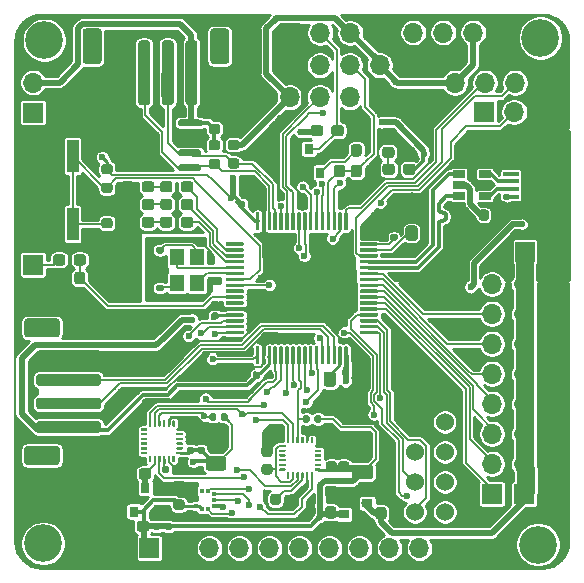
<source format=gbr>
%TF.GenerationSoftware,KiCad,Pcbnew,(5.1.6)-1*%
%TF.CreationDate,2020-08-20T13:52:42+07:00*%
%TF.ProjectId,drone_v3,64726f6e-655f-4763-932e-6b696361645f,rev?*%
%TF.SameCoordinates,Original*%
%TF.FileFunction,Copper,L1,Top*%
%TF.FilePolarity,Positive*%
%FSLAX46Y46*%
G04 Gerber Fmt 4.6, Leading zero omitted, Abs format (unit mm)*
G04 Created by KiCad (PCBNEW (5.1.6)-1) date 2020-08-20 13:52:42*
%MOMM*%
%LPD*%
G01*
G04 APERTURE LIST*
%TA.AperFunction,ComponentPad*%
%ADD10C,1.524000*%
%TD*%
%TA.AperFunction,ComponentPad*%
%ADD11R,1.524000X1.524000*%
%TD*%
%TA.AperFunction,ComponentPad*%
%ADD12O,1.700000X1.700000*%
%TD*%
%TA.AperFunction,ComponentPad*%
%ADD13R,1.700000X1.700000*%
%TD*%
%TA.AperFunction,SMDPad,CuDef*%
%ADD14R,0.380000X0.350000*%
%TD*%
%TA.AperFunction,SMDPad,CuDef*%
%ADD15R,0.800000X0.900000*%
%TD*%
%TA.AperFunction,SMDPad,CuDef*%
%ADD16R,0.900000X0.800000*%
%TD*%
%TA.AperFunction,SMDPad,CuDef*%
%ADD17R,1.200000X1.400000*%
%TD*%
%TA.AperFunction,SMDPad,CuDef*%
%ADD18R,1.060000X0.650000*%
%TD*%
%TA.AperFunction,SMDPad,CuDef*%
%ADD19R,1.000000X2.750000*%
%TD*%
%TA.AperFunction,SMDPad,CuDef*%
%ADD20R,1.900000X1.500000*%
%TD*%
%TA.AperFunction,ComponentPad*%
%ADD21C,1.450000*%
%TD*%
%TA.AperFunction,SMDPad,CuDef*%
%ADD22R,1.350000X0.400000*%
%TD*%
%TA.AperFunction,ComponentPad*%
%ADD23O,1.900000X1.200000*%
%TD*%
%TA.AperFunction,SMDPad,CuDef*%
%ADD24R,1.900000X1.200000*%
%TD*%
%TA.AperFunction,ViaPad*%
%ADD25C,3.200000*%
%TD*%
%TA.AperFunction,ViaPad*%
%ADD26C,0.600000*%
%TD*%
%TA.AperFunction,Conductor*%
%ADD27C,0.350000*%
%TD*%
%TA.AperFunction,Conductor*%
%ADD28C,0.152400*%
%TD*%
%TA.AperFunction,Conductor*%
%ADD29C,0.150000*%
%TD*%
%TA.AperFunction,Conductor*%
%ADD30C,0.508000*%
%TD*%
%TA.AperFunction,Conductor*%
%ADD31C,0.254000*%
%TD*%
%TA.AperFunction,Conductor*%
%ADD32C,0.200000*%
%TD*%
%TA.AperFunction,Conductor*%
%ADD33C,1.500000*%
%TD*%
G04 APERTURE END LIST*
D10*
%TO.P,nRF24,8*%
%TO.N,Net-(U6-Pad8)*%
X141710000Y-124940000D03*
%TO.P,nRF24,7*%
%TO.N,SPI2_MISO*%
X139170000Y-124940000D03*
%TO.P,nRF24,6*%
%TO.N,SPI2_MOSI*%
X141710000Y-122400000D03*
%TO.P,nRF24,5*%
%TO.N,SPI2_SCL*%
X139170000Y-122400000D03*
%TO.P,nRF24,4*%
%TO.N,SPI2_NSS*%
X141710000Y-119860000D03*
%TO.P,nRF24,3*%
%TO.N,SPI2_CE*%
X139170000Y-119860000D03*
%TO.P,nRF24,2*%
%TO.N,VCC*%
X141710000Y-117320000D03*
D11*
%TO.P,nRF24,1*%
%TO.N,GND*%
X139170000Y-117320000D03*
%TD*%
D12*
%TO.P,3.3v CLK DIO GND,4*%
%TO.N,VCC*%
X142575000Y-88595000D03*
%TO.P,3.3v CLK DIO GND,3*%
%TO.N,SWCLK*%
X145115000Y-88595000D03*
%TO.P,3.3v CLK DIO GND,2*%
%TO.N,SWDIO*%
X147655000Y-88595000D03*
D13*
%TO.P,3.3v CLK DIO GND,1*%
%TO.N,GND*%
X150195000Y-88595000D03*
%TD*%
D12*
%TO.P,3.3v RX1 TX1 GND,4*%
%TO.N,VCC*%
X128575000Y-89825000D03*
%TO.P,3.3v RX1 TX1 GND,3*%
%TO.N,UART1_RX*%
X131115000Y-89825000D03*
%TO.P,3.3v RX1 TX1 GND,2*%
%TO.N,UART1_TX*%
X133655000Y-89825000D03*
D13*
%TO.P,3.3v RX1 TX1 GND,1*%
%TO.N,GND*%
X136195000Y-89825000D03*
%TD*%
D14*
%TO.P,U7,1*%
%TO.N,+3.3VA*%
X121125000Y-124690000D03*
%TO.P,U7,2*%
%TO.N,IMU_CLK*%
X121625000Y-124690000D03*
%TO.P,U7,3*%
%TO.N,GND*%
X122140000Y-124425000D03*
%TO.P,U7,4*%
%TO.N,IMU_MOSI*%
X122140000Y-123925000D03*
%TO.P,U7,5*%
%TO.N,IMU_MISO*%
X122140000Y-123425000D03*
%TO.P,U7,6*%
%TO.N,IMU1_CS*%
X121625000Y-123160000D03*
%TO.P,U7,7*%
%TO.N,Net-(U7-Pad7)*%
X121125000Y-123160000D03*
%TO.P,U7,8*%
%TO.N,GND*%
X120610000Y-123425000D03*
%TO.P,U7,9*%
X120610000Y-123925000D03*
%TO.P,U7,10*%
%TO.N,+3.3VA*%
X120610000Y-124425000D03*
%TD*%
%TO.P,R1,2*%
%TO.N,IMU_CS*%
%TA.AperFunction,SMDPad,CuDef*%
G36*
G01*
X130285000Y-116892500D02*
X130285000Y-117237500D01*
G75*
G02*
X130137500Y-117385000I-147500J0D01*
G01*
X129842500Y-117385000D01*
G75*
G02*
X129695000Y-117237500I0J147500D01*
G01*
X129695000Y-116892500D01*
G75*
G02*
X129842500Y-116745000I147500J0D01*
G01*
X130137500Y-116745000D01*
G75*
G02*
X130285000Y-116892500I0J-147500D01*
G01*
G37*
%TD.AperFunction*%
%TO.P,R1,1*%
%TO.N,+3.3VA*%
%TA.AperFunction,SMDPad,CuDef*%
G36*
G01*
X131255000Y-116892500D02*
X131255000Y-117237500D01*
G75*
G02*
X131107500Y-117385000I-147500J0D01*
G01*
X130812500Y-117385000D01*
G75*
G02*
X130665000Y-117237500I0J147500D01*
G01*
X130665000Y-116892500D01*
G75*
G02*
X130812500Y-116745000I147500J0D01*
G01*
X131107500Y-116745000D01*
G75*
G02*
X131255000Y-116892500I0J-147500D01*
G01*
G37*
%TD.AperFunction*%
%TD*%
%TO.P,C20,2*%
%TO.N,GND*%
%TA.AperFunction,SMDPad,CuDef*%
G36*
G01*
X137557500Y-101005000D02*
X137212500Y-101005000D01*
G75*
G02*
X137065000Y-100857500I0J147500D01*
G01*
X137065000Y-100562500D01*
G75*
G02*
X137212500Y-100415000I147500J0D01*
G01*
X137557500Y-100415000D01*
G75*
G02*
X137705000Y-100562500I0J-147500D01*
G01*
X137705000Y-100857500D01*
G75*
G02*
X137557500Y-101005000I-147500J0D01*
G01*
G37*
%TD.AperFunction*%
%TO.P,C20,1*%
%TO.N,VCC*%
%TA.AperFunction,SMDPad,CuDef*%
G36*
G01*
X137557500Y-101975000D02*
X137212500Y-101975000D01*
G75*
G02*
X137065000Y-101827500I0J147500D01*
G01*
X137065000Y-101532500D01*
G75*
G02*
X137212500Y-101385000I147500J0D01*
G01*
X137557500Y-101385000D01*
G75*
G02*
X137705000Y-101532500I0J-147500D01*
G01*
X137705000Y-101827500D01*
G75*
G02*
X137557500Y-101975000I-147500J0D01*
G01*
G37*
%TD.AperFunction*%
%TD*%
%TO.P,C34,2*%
%TO.N,GND*%
%TA.AperFunction,SMDPad,CuDef*%
G36*
G01*
X122960000Y-118650000D02*
X121710000Y-118650000D01*
G75*
G02*
X121460000Y-118400000I0J250000D01*
G01*
X121460000Y-117650000D01*
G75*
G02*
X121710000Y-117400000I250000J0D01*
G01*
X122960000Y-117400000D01*
G75*
G02*
X123210000Y-117650000I0J-250000D01*
G01*
X123210000Y-118400000D01*
G75*
G02*
X122960000Y-118650000I-250000J0D01*
G01*
G37*
%TD.AperFunction*%
%TO.P,C34,1*%
%TO.N,+3.3VA*%
%TA.AperFunction,SMDPad,CuDef*%
G36*
G01*
X122960000Y-121450000D02*
X121710000Y-121450000D01*
G75*
G02*
X121460000Y-121200000I0J250000D01*
G01*
X121460000Y-120450000D01*
G75*
G02*
X121710000Y-120200000I250000J0D01*
G01*
X122960000Y-120200000D01*
G75*
G02*
X123210000Y-120450000I0J-250000D01*
G01*
X123210000Y-121200000D01*
G75*
G02*
X122960000Y-121450000I-250000J0D01*
G01*
G37*
%TD.AperFunction*%
%TD*%
%TO.P,C33,2*%
%TO.N,GND*%
%TA.AperFunction,SMDPad,CuDef*%
G36*
G01*
X115075000Y-121477500D02*
X115075000Y-121952500D01*
G75*
G02*
X114837500Y-122190000I-237500J0D01*
G01*
X114262500Y-122190000D01*
G75*
G02*
X114025000Y-121952500I0J237500D01*
G01*
X114025000Y-121477500D01*
G75*
G02*
X114262500Y-121240000I237500J0D01*
G01*
X114837500Y-121240000D01*
G75*
G02*
X115075000Y-121477500I0J-237500D01*
G01*
G37*
%TD.AperFunction*%
%TO.P,C33,1*%
%TO.N,+1V8*%
%TA.AperFunction,SMDPad,CuDef*%
G36*
G01*
X116825000Y-121477500D02*
X116825000Y-121952500D01*
G75*
G02*
X116587500Y-122190000I-237500J0D01*
G01*
X116012500Y-122190000D01*
G75*
G02*
X115775000Y-121952500I0J237500D01*
G01*
X115775000Y-121477500D01*
G75*
G02*
X116012500Y-121240000I237500J0D01*
G01*
X116587500Y-121240000D01*
G75*
G02*
X116825000Y-121477500I0J-237500D01*
G01*
G37*
%TD.AperFunction*%
%TD*%
%TO.P,C23,2*%
%TO.N,GND*%
%TA.AperFunction,SMDPad,CuDef*%
G36*
G01*
X120372500Y-119045000D02*
X120027500Y-119045000D01*
G75*
G02*
X119880000Y-118897500I0J147500D01*
G01*
X119880000Y-118602500D01*
G75*
G02*
X120027500Y-118455000I147500J0D01*
G01*
X120372500Y-118455000D01*
G75*
G02*
X120520000Y-118602500I0J-147500D01*
G01*
X120520000Y-118897500D01*
G75*
G02*
X120372500Y-119045000I-147500J0D01*
G01*
G37*
%TD.AperFunction*%
%TO.P,C23,1*%
%TO.N,+3.3VA*%
%TA.AperFunction,SMDPad,CuDef*%
G36*
G01*
X120372500Y-120015000D02*
X120027500Y-120015000D01*
G75*
G02*
X119880000Y-119867500I0J147500D01*
G01*
X119880000Y-119572500D01*
G75*
G02*
X120027500Y-119425000I147500J0D01*
G01*
X120372500Y-119425000D01*
G75*
G02*
X120520000Y-119572500I0J-147500D01*
G01*
X120520000Y-119867500D01*
G75*
G02*
X120372500Y-120015000I-147500J0D01*
G01*
G37*
%TD.AperFunction*%
%TD*%
%TO.P,C25,2*%
%TO.N,GND*%
%TA.AperFunction,SMDPad,CuDef*%
G36*
G01*
X118740000Y-121522500D02*
X118740000Y-121177500D01*
G75*
G02*
X118887500Y-121030000I147500J0D01*
G01*
X119182500Y-121030000D01*
G75*
G02*
X119330000Y-121177500I0J-147500D01*
G01*
X119330000Y-121522500D01*
G75*
G02*
X119182500Y-121670000I-147500J0D01*
G01*
X118887500Y-121670000D01*
G75*
G02*
X118740000Y-121522500I0J147500D01*
G01*
G37*
%TD.AperFunction*%
%TO.P,C25,1*%
%TO.N,Net-(C25-Pad1)*%
%TA.AperFunction,SMDPad,CuDef*%
G36*
G01*
X117770000Y-121522500D02*
X117770000Y-121177500D01*
G75*
G02*
X117917500Y-121030000I147500J0D01*
G01*
X118212500Y-121030000D01*
G75*
G02*
X118360000Y-121177500I0J-147500D01*
G01*
X118360000Y-121522500D01*
G75*
G02*
X118212500Y-121670000I-147500J0D01*
G01*
X117917500Y-121670000D01*
G75*
G02*
X117770000Y-121522500I0J147500D01*
G01*
G37*
%TD.AperFunction*%
%TD*%
%TO.P,C24,2*%
%TO.N,GND*%
%TA.AperFunction,SMDPad,CuDef*%
G36*
G01*
X121222500Y-119025000D02*
X120877500Y-119025000D01*
G75*
G02*
X120730000Y-118877500I0J147500D01*
G01*
X120730000Y-118582500D01*
G75*
G02*
X120877500Y-118435000I147500J0D01*
G01*
X121222500Y-118435000D01*
G75*
G02*
X121370000Y-118582500I0J-147500D01*
G01*
X121370000Y-118877500D01*
G75*
G02*
X121222500Y-119025000I-147500J0D01*
G01*
G37*
%TD.AperFunction*%
%TO.P,C24,1*%
%TO.N,+3.3VA*%
%TA.AperFunction,SMDPad,CuDef*%
G36*
G01*
X121222500Y-119995000D02*
X120877500Y-119995000D01*
G75*
G02*
X120730000Y-119847500I0J147500D01*
G01*
X120730000Y-119552500D01*
G75*
G02*
X120877500Y-119405000I147500J0D01*
G01*
X121222500Y-119405000D01*
G75*
G02*
X121370000Y-119552500I0J-147500D01*
G01*
X121370000Y-119847500D01*
G75*
G02*
X121222500Y-119995000I-147500J0D01*
G01*
G37*
%TD.AperFunction*%
%TD*%
%TO.P,R16,2*%
%TO.N,IMU_CS2*%
%TA.AperFunction,SMDPad,CuDef*%
G36*
G01*
X122360000Y-116727500D02*
X122360000Y-117072500D01*
G75*
G02*
X122212500Y-117220000I-147500J0D01*
G01*
X121917500Y-117220000D01*
G75*
G02*
X121770000Y-117072500I0J147500D01*
G01*
X121770000Y-116727500D01*
G75*
G02*
X121917500Y-116580000I147500J0D01*
G01*
X122212500Y-116580000D01*
G75*
G02*
X122360000Y-116727500I0J-147500D01*
G01*
G37*
%TD.AperFunction*%
%TO.P,R16,1*%
%TO.N,+3.3VA*%
%TA.AperFunction,SMDPad,CuDef*%
G36*
G01*
X123330000Y-116727500D02*
X123330000Y-117072500D01*
G75*
G02*
X123182500Y-117220000I-147500J0D01*
G01*
X122887500Y-117220000D01*
G75*
G02*
X122740000Y-117072500I0J147500D01*
G01*
X122740000Y-116727500D01*
G75*
G02*
X122887500Y-116580000I147500J0D01*
G01*
X123182500Y-116580000D01*
G75*
G02*
X123330000Y-116727500I0J-147500D01*
G01*
G37*
%TD.AperFunction*%
%TD*%
D15*
%TO.P,MCP1804,3*%
%TO.N,+3.3VA*%
X115400000Y-124900000D03*
%TO.P,MCP1804,2*%
%TO.N,GND*%
X114450000Y-122900000D03*
%TO.P,MCP1804,1*%
%TO.N,+1V8*%
X116350000Y-122900000D03*
%TD*%
%TO.P,ICM 20948,24*%
%TO.N,IMU_MOSI*%
%TA.AperFunction,SMDPad,CuDef*%
G36*
G01*
X116800000Y-117725000D02*
X116700000Y-117725000D01*
G75*
G02*
X116650000Y-117675000I0J50000D01*
G01*
X116650000Y-117225000D01*
G75*
G02*
X116700000Y-117175000I50000J0D01*
G01*
X116800000Y-117175000D01*
G75*
G02*
X116850000Y-117225000I0J-50000D01*
G01*
X116850000Y-117675000D01*
G75*
G02*
X116800000Y-117725000I-50000J0D01*
G01*
G37*
%TD.AperFunction*%
%TO.P,ICM 20948,23*%
%TO.N,IMU_CLK*%
%TA.AperFunction,SMDPad,CuDef*%
G36*
G01*
X117200000Y-117725000D02*
X117100000Y-117725000D01*
G75*
G02*
X117050000Y-117675000I0J50000D01*
G01*
X117050000Y-117225000D01*
G75*
G02*
X117100000Y-117175000I50000J0D01*
G01*
X117200000Y-117175000D01*
G75*
G02*
X117250000Y-117225000I0J-50000D01*
G01*
X117250000Y-117675000D01*
G75*
G02*
X117200000Y-117725000I-50000J0D01*
G01*
G37*
%TD.AperFunction*%
%TO.P,ICM 20948,22*%
%TO.N,IMU_CS2*%
%TA.AperFunction,SMDPad,CuDef*%
G36*
G01*
X117600000Y-117725000D02*
X117500000Y-117725000D01*
G75*
G02*
X117450000Y-117675000I0J50000D01*
G01*
X117450000Y-117225000D01*
G75*
G02*
X117500000Y-117175000I50000J0D01*
G01*
X117600000Y-117175000D01*
G75*
G02*
X117650000Y-117225000I0J-50000D01*
G01*
X117650000Y-117675000D01*
G75*
G02*
X117600000Y-117725000I-50000J0D01*
G01*
G37*
%TD.AperFunction*%
%TO.P,ICM 20948,21*%
%TO.N,Net-(U10-Pad21)*%
%TA.AperFunction,SMDPad,CuDef*%
G36*
G01*
X118000000Y-117725000D02*
X117900000Y-117725000D01*
G75*
G02*
X117850000Y-117675000I0J50000D01*
G01*
X117850000Y-117225000D01*
G75*
G02*
X117900000Y-117175000I50000J0D01*
G01*
X118000000Y-117175000D01*
G75*
G02*
X118050000Y-117225000I0J-50000D01*
G01*
X118050000Y-117675000D01*
G75*
G02*
X118000000Y-117725000I-50000J0D01*
G01*
G37*
%TD.AperFunction*%
%TO.P,ICM 20948,20*%
%TO.N,GND*%
%TA.AperFunction,SMDPad,CuDef*%
G36*
G01*
X118400000Y-117725000D02*
X118300000Y-117725000D01*
G75*
G02*
X118250000Y-117675000I0J50000D01*
G01*
X118250000Y-117225000D01*
G75*
G02*
X118300000Y-117175000I50000J0D01*
G01*
X118400000Y-117175000D01*
G75*
G02*
X118450000Y-117225000I0J-50000D01*
G01*
X118450000Y-117675000D01*
G75*
G02*
X118400000Y-117725000I-50000J0D01*
G01*
G37*
%TD.AperFunction*%
%TO.P,ICM 20948,19*%
%TO.N,Net-(U10-Pad19)*%
%TA.AperFunction,SMDPad,CuDef*%
G36*
G01*
X118800000Y-117725000D02*
X118700000Y-117725000D01*
G75*
G02*
X118650000Y-117675000I0J50000D01*
G01*
X118650000Y-117225000D01*
G75*
G02*
X118700000Y-117175000I50000J0D01*
G01*
X118800000Y-117175000D01*
G75*
G02*
X118850000Y-117225000I0J-50000D01*
G01*
X118850000Y-117675000D01*
G75*
G02*
X118800000Y-117725000I-50000J0D01*
G01*
G37*
%TD.AperFunction*%
%TO.P,ICM 20948,18*%
%TO.N,GND*%
%TA.AperFunction,SMDPad,CuDef*%
G36*
G01*
X118975000Y-118000000D02*
X118975000Y-117900000D01*
G75*
G02*
X119025000Y-117850000I50000J0D01*
G01*
X119475000Y-117850000D01*
G75*
G02*
X119525000Y-117900000I0J-50000D01*
G01*
X119525000Y-118000000D01*
G75*
G02*
X119475000Y-118050000I-50000J0D01*
G01*
X119025000Y-118050000D01*
G75*
G02*
X118975000Y-118000000I0J50000D01*
G01*
G37*
%TD.AperFunction*%
%TO.P,ICM 20948,17*%
%TO.N,Net-(U10-Pad17)*%
%TA.AperFunction,SMDPad,CuDef*%
G36*
G01*
X118975000Y-118400000D02*
X118975000Y-118300000D01*
G75*
G02*
X119025000Y-118250000I50000J0D01*
G01*
X119475000Y-118250000D01*
G75*
G02*
X119525000Y-118300000I0J-50000D01*
G01*
X119525000Y-118400000D01*
G75*
G02*
X119475000Y-118450000I-50000J0D01*
G01*
X119025000Y-118450000D01*
G75*
G02*
X118975000Y-118400000I0J50000D01*
G01*
G37*
%TD.AperFunction*%
%TO.P,ICM 20948,16*%
%TO.N,Net-(U10-Pad16)*%
%TA.AperFunction,SMDPad,CuDef*%
G36*
G01*
X118975000Y-118800000D02*
X118975000Y-118700000D01*
G75*
G02*
X119025000Y-118650000I50000J0D01*
G01*
X119475000Y-118650000D01*
G75*
G02*
X119525000Y-118700000I0J-50000D01*
G01*
X119525000Y-118800000D01*
G75*
G02*
X119475000Y-118850000I-50000J0D01*
G01*
X119025000Y-118850000D01*
G75*
G02*
X118975000Y-118800000I0J50000D01*
G01*
G37*
%TD.AperFunction*%
%TO.P,ICM 20948,15*%
%TO.N,Net-(U10-Pad15)*%
%TA.AperFunction,SMDPad,CuDef*%
G36*
G01*
X118975000Y-119200000D02*
X118975000Y-119100000D01*
G75*
G02*
X119025000Y-119050000I50000J0D01*
G01*
X119475000Y-119050000D01*
G75*
G02*
X119525000Y-119100000I0J-50000D01*
G01*
X119525000Y-119200000D01*
G75*
G02*
X119475000Y-119250000I-50000J0D01*
G01*
X119025000Y-119250000D01*
G75*
G02*
X118975000Y-119200000I0J50000D01*
G01*
G37*
%TD.AperFunction*%
%TO.P,ICM 20948,14*%
%TO.N,Net-(U10-Pad14)*%
%TA.AperFunction,SMDPad,CuDef*%
G36*
G01*
X118975000Y-119600000D02*
X118975000Y-119500000D01*
G75*
G02*
X119025000Y-119450000I50000J0D01*
G01*
X119475000Y-119450000D01*
G75*
G02*
X119525000Y-119500000I0J-50000D01*
G01*
X119525000Y-119600000D01*
G75*
G02*
X119475000Y-119650000I-50000J0D01*
G01*
X119025000Y-119650000D01*
G75*
G02*
X118975000Y-119600000I0J50000D01*
G01*
G37*
%TD.AperFunction*%
%TO.P,ICM 20948,13*%
%TO.N,+3.3VA*%
%TA.AperFunction,SMDPad,CuDef*%
G36*
G01*
X118975000Y-120000000D02*
X118975000Y-119900000D01*
G75*
G02*
X119025000Y-119850000I50000J0D01*
G01*
X119475000Y-119850000D01*
G75*
G02*
X119525000Y-119900000I0J-50000D01*
G01*
X119525000Y-120000000D01*
G75*
G02*
X119475000Y-120050000I-50000J0D01*
G01*
X119025000Y-120050000D01*
G75*
G02*
X118975000Y-120000000I0J50000D01*
G01*
G37*
%TD.AperFunction*%
%TO.P,ICM 20948,12*%
%TO.N,Net-(U10-Pad12)*%
%TA.AperFunction,SMDPad,CuDef*%
G36*
G01*
X118800000Y-120725000D02*
X118700000Y-120725000D01*
G75*
G02*
X118650000Y-120675000I0J50000D01*
G01*
X118650000Y-120225000D01*
G75*
G02*
X118700000Y-120175000I50000J0D01*
G01*
X118800000Y-120175000D01*
G75*
G02*
X118850000Y-120225000I0J-50000D01*
G01*
X118850000Y-120675000D01*
G75*
G02*
X118800000Y-120725000I-50000J0D01*
G01*
G37*
%TD.AperFunction*%
%TO.P,ICM 20948,11*%
%TO.N,GND*%
%TA.AperFunction,SMDPad,CuDef*%
G36*
G01*
X118400000Y-120725000D02*
X118300000Y-120725000D01*
G75*
G02*
X118250000Y-120675000I0J50000D01*
G01*
X118250000Y-120225000D01*
G75*
G02*
X118300000Y-120175000I50000J0D01*
G01*
X118400000Y-120175000D01*
G75*
G02*
X118450000Y-120225000I0J-50000D01*
G01*
X118450000Y-120675000D01*
G75*
G02*
X118400000Y-120725000I-50000J0D01*
G01*
G37*
%TD.AperFunction*%
%TO.P,ICM 20948,10*%
%TO.N,Net-(C25-Pad1)*%
%TA.AperFunction,SMDPad,CuDef*%
G36*
G01*
X118000000Y-120725000D02*
X117900000Y-120725000D01*
G75*
G02*
X117850000Y-120675000I0J50000D01*
G01*
X117850000Y-120225000D01*
G75*
G02*
X117900000Y-120175000I50000J0D01*
G01*
X118000000Y-120175000D01*
G75*
G02*
X118050000Y-120225000I0J-50000D01*
G01*
X118050000Y-120675000D01*
G75*
G02*
X118000000Y-120725000I-50000J0D01*
G01*
G37*
%TD.AperFunction*%
%TO.P,ICM 20948,9*%
%TO.N,IMU_MISO*%
%TA.AperFunction,SMDPad,CuDef*%
G36*
G01*
X117600000Y-120725000D02*
X117500000Y-120725000D01*
G75*
G02*
X117450000Y-120675000I0J50000D01*
G01*
X117450000Y-120225000D01*
G75*
G02*
X117500000Y-120175000I50000J0D01*
G01*
X117600000Y-120175000D01*
G75*
G02*
X117650000Y-120225000I0J-50000D01*
G01*
X117650000Y-120675000D01*
G75*
G02*
X117600000Y-120725000I-50000J0D01*
G01*
G37*
%TD.AperFunction*%
%TO.P,ICM 20948,8*%
%TO.N,+1V8*%
%TA.AperFunction,SMDPad,CuDef*%
G36*
G01*
X117200000Y-120725000D02*
X117100000Y-120725000D01*
G75*
G02*
X117050000Y-120675000I0J50000D01*
G01*
X117050000Y-120225000D01*
G75*
G02*
X117100000Y-120175000I50000J0D01*
G01*
X117200000Y-120175000D01*
G75*
G02*
X117250000Y-120225000I0J-50000D01*
G01*
X117250000Y-120675000D01*
G75*
G02*
X117200000Y-120725000I-50000J0D01*
G01*
G37*
%TD.AperFunction*%
%TO.P,ICM 20948,7*%
%TO.N,Net-(U10-Pad7)*%
%TA.AperFunction,SMDPad,CuDef*%
G36*
G01*
X116800000Y-120725000D02*
X116700000Y-120725000D01*
G75*
G02*
X116650000Y-120675000I0J50000D01*
G01*
X116650000Y-120225000D01*
G75*
G02*
X116700000Y-120175000I50000J0D01*
G01*
X116800000Y-120175000D01*
G75*
G02*
X116850000Y-120225000I0J-50000D01*
G01*
X116850000Y-120675000D01*
G75*
G02*
X116800000Y-120725000I-50000J0D01*
G01*
G37*
%TD.AperFunction*%
%TO.P,ICM 20948,6*%
%TO.N,Net-(U10-Pad6)*%
%TA.AperFunction,SMDPad,CuDef*%
G36*
G01*
X115975000Y-120000000D02*
X115975000Y-119900000D01*
G75*
G02*
X116025000Y-119850000I50000J0D01*
G01*
X116475000Y-119850000D01*
G75*
G02*
X116525000Y-119900000I0J-50000D01*
G01*
X116525000Y-120000000D01*
G75*
G02*
X116475000Y-120050000I-50000J0D01*
G01*
X116025000Y-120050000D01*
G75*
G02*
X115975000Y-120000000I0J50000D01*
G01*
G37*
%TD.AperFunction*%
%TO.P,ICM 20948,5*%
%TO.N,Net-(U10-Pad5)*%
%TA.AperFunction,SMDPad,CuDef*%
G36*
G01*
X115975000Y-119600000D02*
X115975000Y-119500000D01*
G75*
G02*
X116025000Y-119450000I50000J0D01*
G01*
X116475000Y-119450000D01*
G75*
G02*
X116525000Y-119500000I0J-50000D01*
G01*
X116525000Y-119600000D01*
G75*
G02*
X116475000Y-119650000I-50000J0D01*
G01*
X116025000Y-119650000D01*
G75*
G02*
X115975000Y-119600000I0J50000D01*
G01*
G37*
%TD.AperFunction*%
%TO.P,ICM 20948,4*%
%TO.N,Net-(U10-Pad4)*%
%TA.AperFunction,SMDPad,CuDef*%
G36*
G01*
X115975000Y-119200000D02*
X115975000Y-119100000D01*
G75*
G02*
X116025000Y-119050000I50000J0D01*
G01*
X116475000Y-119050000D01*
G75*
G02*
X116525000Y-119100000I0J-50000D01*
G01*
X116525000Y-119200000D01*
G75*
G02*
X116475000Y-119250000I-50000J0D01*
G01*
X116025000Y-119250000D01*
G75*
G02*
X115975000Y-119200000I0J50000D01*
G01*
G37*
%TD.AperFunction*%
%TO.P,ICM 20948,3*%
%TO.N,Net-(U10-Pad3)*%
%TA.AperFunction,SMDPad,CuDef*%
G36*
G01*
X115975000Y-118800000D02*
X115975000Y-118700000D01*
G75*
G02*
X116025000Y-118650000I50000J0D01*
G01*
X116475000Y-118650000D01*
G75*
G02*
X116525000Y-118700000I0J-50000D01*
G01*
X116525000Y-118800000D01*
G75*
G02*
X116475000Y-118850000I-50000J0D01*
G01*
X116025000Y-118850000D01*
G75*
G02*
X115975000Y-118800000I0J50000D01*
G01*
G37*
%TD.AperFunction*%
%TO.P,ICM 20948,2*%
%TO.N,Net-(U10-Pad2)*%
%TA.AperFunction,SMDPad,CuDef*%
G36*
G01*
X115975000Y-118400000D02*
X115975000Y-118300000D01*
G75*
G02*
X116025000Y-118250000I50000J0D01*
G01*
X116475000Y-118250000D01*
G75*
G02*
X116525000Y-118300000I0J-50000D01*
G01*
X116525000Y-118400000D01*
G75*
G02*
X116475000Y-118450000I-50000J0D01*
G01*
X116025000Y-118450000D01*
G75*
G02*
X115975000Y-118400000I0J50000D01*
G01*
G37*
%TD.AperFunction*%
%TO.P,ICM 20948,1*%
%TO.N,Net-(U10-Pad1)*%
%TA.AperFunction,SMDPad,CuDef*%
G36*
G01*
X115975000Y-118000000D02*
X115975000Y-117900000D01*
G75*
G02*
X116025000Y-117850000I50000J0D01*
G01*
X116475000Y-117850000D01*
G75*
G02*
X116525000Y-117900000I0J-50000D01*
G01*
X116525000Y-118000000D01*
G75*
G02*
X116475000Y-118050000I-50000J0D01*
G01*
X116025000Y-118050000D01*
G75*
G02*
X115975000Y-118000000I0J50000D01*
G01*
G37*
%TD.AperFunction*%
%TD*%
%TO.P,C32,2*%
%TO.N,GND*%
%TA.AperFunction,SMDPad,CuDef*%
G36*
G01*
X114925000Y-125912500D02*
X114925000Y-126387500D01*
G75*
G02*
X114687500Y-126625000I-237500J0D01*
G01*
X114112500Y-126625000D01*
G75*
G02*
X113875000Y-126387500I0J237500D01*
G01*
X113875000Y-125912500D01*
G75*
G02*
X114112500Y-125675000I237500J0D01*
G01*
X114687500Y-125675000D01*
G75*
G02*
X114925000Y-125912500I0J-237500D01*
G01*
G37*
%TD.AperFunction*%
%TO.P,C32,1*%
%TO.N,+3.3VA*%
%TA.AperFunction,SMDPad,CuDef*%
G36*
G01*
X116675000Y-125912500D02*
X116675000Y-126387500D01*
G75*
G02*
X116437500Y-126625000I-237500J0D01*
G01*
X115862500Y-126625000D01*
G75*
G02*
X115625000Y-126387500I0J237500D01*
G01*
X115625000Y-125912500D01*
G75*
G02*
X115862500Y-125675000I237500J0D01*
G01*
X116437500Y-125675000D01*
G75*
G02*
X116675000Y-125912500I0J-237500D01*
G01*
G37*
%TD.AperFunction*%
%TD*%
%TO.P,C32,2*%
%TO.N,GND*%
%TA.AperFunction,SMDPad,CuDef*%
G36*
G01*
X122456250Y-91375000D02*
X121943750Y-91375000D01*
G75*
G02*
X121725000Y-91156250I0J218750D01*
G01*
X121725000Y-90718750D01*
G75*
G02*
X121943750Y-90500000I218750J0D01*
G01*
X122456250Y-90500000D01*
G75*
G02*
X122675000Y-90718750I0J-218750D01*
G01*
X122675000Y-91156250D01*
G75*
G02*
X122456250Y-91375000I-218750J0D01*
G01*
G37*
%TD.AperFunction*%
%TO.P,C32,1*%
%TO.N,VCC*%
%TA.AperFunction,SMDPad,CuDef*%
G36*
G01*
X122456250Y-92950000D02*
X121943750Y-92950000D01*
G75*
G02*
X121725000Y-92731250I0J218750D01*
G01*
X121725000Y-92293750D01*
G75*
G02*
X121943750Y-92075000I218750J0D01*
G01*
X122456250Y-92075000D01*
G75*
G02*
X122675000Y-92293750I0J-218750D01*
G01*
X122675000Y-92731250D01*
G75*
G02*
X122456250Y-92950000I-218750J0D01*
G01*
G37*
%TD.AperFunction*%
%TD*%
%TO.P,C6,2*%
%TO.N,GND*%
%TA.AperFunction,SMDPad,CuDef*%
G36*
G01*
X139175001Y-100025000D02*
X138624999Y-100025000D01*
G75*
G02*
X138375000Y-99775001I0J249999D01*
G01*
X138375000Y-98974999D01*
G75*
G02*
X138624999Y-98725000I249999J0D01*
G01*
X139175001Y-98725000D01*
G75*
G02*
X139425000Y-98974999I0J-249999D01*
G01*
X139425000Y-99775001D01*
G75*
G02*
X139175001Y-100025000I-249999J0D01*
G01*
G37*
%TD.AperFunction*%
%TO.P,C6,1*%
%TO.N,VCAP_2*%
%TA.AperFunction,SMDPad,CuDef*%
G36*
G01*
X139175001Y-101975000D02*
X138624999Y-101975000D01*
G75*
G02*
X138375000Y-101725001I0J249999D01*
G01*
X138375000Y-100924999D01*
G75*
G02*
X138624999Y-100675000I249999J0D01*
G01*
X139175001Y-100675000D01*
G75*
G02*
X139425000Y-100924999I0J-249999D01*
G01*
X139425000Y-101725001D01*
G75*
G02*
X139175001Y-101975000I-249999J0D01*
G01*
G37*
%TD.AperFunction*%
%TD*%
%TO.P,CAP,2*%
%TO.N,GND*%
%TA.AperFunction,SMDPad,CuDef*%
G36*
G01*
X131699999Y-115000000D02*
X132250001Y-115000000D01*
G75*
G02*
X132500000Y-115249999I0J-249999D01*
G01*
X132500000Y-116050001D01*
G75*
G02*
X132250001Y-116300000I-249999J0D01*
G01*
X131699999Y-116300000D01*
G75*
G02*
X131450000Y-116050001I0J249999D01*
G01*
X131450000Y-115249999D01*
G75*
G02*
X131699999Y-115000000I249999J0D01*
G01*
G37*
%TD.AperFunction*%
%TO.P,CAP,1*%
%TO.N,VCAP_1*%
%TA.AperFunction,SMDPad,CuDef*%
G36*
G01*
X131699999Y-113050000D02*
X132250001Y-113050000D01*
G75*
G02*
X132500000Y-113299999I0J-249999D01*
G01*
X132500000Y-114100001D01*
G75*
G02*
X132250001Y-114350000I-249999J0D01*
G01*
X131699999Y-114350000D01*
G75*
G02*
X131450000Y-114100001I0J249999D01*
G01*
X131450000Y-113299999D01*
G75*
G02*
X131699999Y-113050000I249999J0D01*
G01*
G37*
%TD.AperFunction*%
%TD*%
%TO.P,C13,2*%
%TO.N,GND*%
%TA.AperFunction,SMDPad,CuDef*%
G36*
G01*
X133990000Y-113322500D02*
X133990000Y-112977500D01*
G75*
G02*
X134137500Y-112830000I147500J0D01*
G01*
X134432500Y-112830000D01*
G75*
G02*
X134580000Y-112977500I0J-147500D01*
G01*
X134580000Y-113322500D01*
G75*
G02*
X134432500Y-113470000I-147500J0D01*
G01*
X134137500Y-113470000D01*
G75*
G02*
X133990000Y-113322500I0J147500D01*
G01*
G37*
%TD.AperFunction*%
%TO.P,C13,1*%
%TO.N,VCC*%
%TA.AperFunction,SMDPad,CuDef*%
G36*
G01*
X133020000Y-113322500D02*
X133020000Y-112977500D01*
G75*
G02*
X133167500Y-112830000I147500J0D01*
G01*
X133462500Y-112830000D01*
G75*
G02*
X133610000Y-112977500I0J-147500D01*
G01*
X133610000Y-113322500D01*
G75*
G02*
X133462500Y-113470000I-147500J0D01*
G01*
X133167500Y-113470000D01*
G75*
G02*
X133020000Y-113322500I0J147500D01*
G01*
G37*
%TD.AperFunction*%
%TD*%
%TO.P,C14,2*%
%TO.N,GND*%
%TA.AperFunction,SMDPad,CuDef*%
G36*
G01*
X122422500Y-107660000D02*
X122077500Y-107660000D01*
G75*
G02*
X121930000Y-107512500I0J147500D01*
G01*
X121930000Y-107217500D01*
G75*
G02*
X122077500Y-107070000I147500J0D01*
G01*
X122422500Y-107070000D01*
G75*
G02*
X122570000Y-107217500I0J-147500D01*
G01*
X122570000Y-107512500D01*
G75*
G02*
X122422500Y-107660000I-147500J0D01*
G01*
G37*
%TD.AperFunction*%
%TO.P,C14,1*%
%TO.N,VCC*%
%TA.AperFunction,SMDPad,CuDef*%
G36*
G01*
X122422500Y-108630000D02*
X122077500Y-108630000D01*
G75*
G02*
X121930000Y-108482500I0J147500D01*
G01*
X121930000Y-108187500D01*
G75*
G02*
X122077500Y-108040000I147500J0D01*
G01*
X122422500Y-108040000D01*
G75*
G02*
X122570000Y-108187500I0J-147500D01*
G01*
X122570000Y-108482500D01*
G75*
G02*
X122422500Y-108630000I-147500J0D01*
G01*
G37*
%TD.AperFunction*%
%TD*%
%TO.P,C9,2*%
%TO.N,GND*%
%TA.AperFunction,SMDPad,CuDef*%
G36*
G01*
X125190000Y-99072500D02*
X125190000Y-98727500D01*
G75*
G02*
X125337500Y-98580000I147500J0D01*
G01*
X125632500Y-98580000D01*
G75*
G02*
X125780000Y-98727500I0J-147500D01*
G01*
X125780000Y-99072500D01*
G75*
G02*
X125632500Y-99220000I-147500J0D01*
G01*
X125337500Y-99220000D01*
G75*
G02*
X125190000Y-99072500I0J147500D01*
G01*
G37*
%TD.AperFunction*%
%TO.P,C9,1*%
%TO.N,VCC*%
%TA.AperFunction,SMDPad,CuDef*%
G36*
G01*
X124220000Y-99072500D02*
X124220000Y-98727500D01*
G75*
G02*
X124367500Y-98580000I147500J0D01*
G01*
X124662500Y-98580000D01*
G75*
G02*
X124810000Y-98727500I0J-147500D01*
G01*
X124810000Y-99072500D01*
G75*
G02*
X124662500Y-99220000I-147500J0D01*
G01*
X124367500Y-99220000D01*
G75*
G02*
X124220000Y-99072500I0J147500D01*
G01*
G37*
%TD.AperFunction*%
%TD*%
%TO.P,C8,2*%
%TO.N,GND*%
%TA.AperFunction,SMDPad,CuDef*%
G36*
G01*
X125060000Y-113227500D02*
X125060000Y-113572500D01*
G75*
G02*
X124912500Y-113720000I-147500J0D01*
G01*
X124617500Y-113720000D01*
G75*
G02*
X124470000Y-113572500I0J147500D01*
G01*
X124470000Y-113227500D01*
G75*
G02*
X124617500Y-113080000I147500J0D01*
G01*
X124912500Y-113080000D01*
G75*
G02*
X125060000Y-113227500I0J-147500D01*
G01*
G37*
%TD.AperFunction*%
%TO.P,C8,1*%
%TO.N,VCC*%
%TA.AperFunction,SMDPad,CuDef*%
G36*
G01*
X126030000Y-113227500D02*
X126030000Y-113572500D01*
G75*
G02*
X125882500Y-113720000I-147500J0D01*
G01*
X125587500Y-113720000D01*
G75*
G02*
X125440000Y-113572500I0J147500D01*
G01*
X125440000Y-113227500D01*
G75*
G02*
X125587500Y-113080000I147500J0D01*
G01*
X125882500Y-113080000D01*
G75*
G02*
X126030000Y-113227500I0J-147500D01*
G01*
G37*
%TD.AperFunction*%
%TD*%
%TO.P,C31,2*%
%TO.N,GND*%
%TA.AperFunction,SMDPad,CuDef*%
G36*
G01*
X117472500Y-125510000D02*
X117127500Y-125510000D01*
G75*
G02*
X116980000Y-125362500I0J147500D01*
G01*
X116980000Y-125067500D01*
G75*
G02*
X117127500Y-124920000I147500J0D01*
G01*
X117472500Y-124920000D01*
G75*
G02*
X117620000Y-125067500I0J-147500D01*
G01*
X117620000Y-125362500D01*
G75*
G02*
X117472500Y-125510000I-147500J0D01*
G01*
G37*
%TD.AperFunction*%
%TO.P,C31,1*%
%TO.N,+3.3VA*%
%TA.AperFunction,SMDPad,CuDef*%
G36*
G01*
X117472500Y-126480000D02*
X117127500Y-126480000D01*
G75*
G02*
X116980000Y-126332500I0J147500D01*
G01*
X116980000Y-126037500D01*
G75*
G02*
X117127500Y-125890000I147500J0D01*
G01*
X117472500Y-125890000D01*
G75*
G02*
X117620000Y-126037500I0J-147500D01*
G01*
X117620000Y-126332500D01*
G75*
G02*
X117472500Y-126480000I-147500J0D01*
G01*
G37*
%TD.AperFunction*%
%TD*%
%TO.P,C27,2*%
%TO.N,GND*%
%TA.AperFunction,SMDPad,CuDef*%
G36*
G01*
X118472500Y-125510000D02*
X118127500Y-125510000D01*
G75*
G02*
X117980000Y-125362500I0J147500D01*
G01*
X117980000Y-125067500D01*
G75*
G02*
X118127500Y-124920000I147500J0D01*
G01*
X118472500Y-124920000D01*
G75*
G02*
X118620000Y-125067500I0J-147500D01*
G01*
X118620000Y-125362500D01*
G75*
G02*
X118472500Y-125510000I-147500J0D01*
G01*
G37*
%TD.AperFunction*%
%TO.P,C27,1*%
%TO.N,+3.3VA*%
%TA.AperFunction,SMDPad,CuDef*%
G36*
G01*
X118472500Y-126480000D02*
X118127500Y-126480000D01*
G75*
G02*
X117980000Y-126332500I0J147500D01*
G01*
X117980000Y-126037500D01*
G75*
G02*
X118127500Y-125890000I147500J0D01*
G01*
X118472500Y-125890000D01*
G75*
G02*
X118620000Y-126037500I0J-147500D01*
G01*
X118620000Y-126332500D01*
G75*
G02*
X118472500Y-126480000I-147500J0D01*
G01*
G37*
%TD.AperFunction*%
%TD*%
D16*
%TO.P,MCP1700,3*%
%TO.N,+5V*%
X135150000Y-124200000D03*
%TO.P,MCP1700,2*%
%TO.N,+3.3VA*%
X133150000Y-125150000D03*
%TO.P,MCP1700,1*%
%TO.N,GND*%
X133150000Y-123250000D03*
%TD*%
%TO.P,C30,2*%
%TO.N,GND*%
%TA.AperFunction,SMDPad,CuDef*%
G36*
G01*
X132287500Y-123750000D02*
X131812500Y-123750000D01*
G75*
G02*
X131575000Y-123512500I0J237500D01*
G01*
X131575000Y-122937500D01*
G75*
G02*
X131812500Y-122700000I237500J0D01*
G01*
X132287500Y-122700000D01*
G75*
G02*
X132525000Y-122937500I0J-237500D01*
G01*
X132525000Y-123512500D01*
G75*
G02*
X132287500Y-123750000I-237500J0D01*
G01*
G37*
%TD.AperFunction*%
%TO.P,C30,1*%
%TO.N,+3.3VA*%
%TA.AperFunction,SMDPad,CuDef*%
G36*
G01*
X132287500Y-125500000D02*
X131812500Y-125500000D01*
G75*
G02*
X131575000Y-125262500I0J237500D01*
G01*
X131575000Y-124687500D01*
G75*
G02*
X131812500Y-124450000I237500J0D01*
G01*
X132287500Y-124450000D01*
G75*
G02*
X132525000Y-124687500I0J-237500D01*
G01*
X132525000Y-125262500D01*
G75*
G02*
X132287500Y-125500000I-237500J0D01*
G01*
G37*
%TD.AperFunction*%
%TD*%
%TO.P,C29,2*%
%TO.N,GND*%
%TA.AperFunction,SMDPad,CuDef*%
G36*
G01*
X136537500Y-123825000D02*
X136062500Y-123825000D01*
G75*
G02*
X135825000Y-123587500I0J237500D01*
G01*
X135825000Y-123012500D01*
G75*
G02*
X136062500Y-122775000I237500J0D01*
G01*
X136537500Y-122775000D01*
G75*
G02*
X136775000Y-123012500I0J-237500D01*
G01*
X136775000Y-123587500D01*
G75*
G02*
X136537500Y-123825000I-237500J0D01*
G01*
G37*
%TD.AperFunction*%
%TO.P,C29,1*%
%TO.N,+5V*%
%TA.AperFunction,SMDPad,CuDef*%
G36*
G01*
X136537500Y-125575000D02*
X136062500Y-125575000D01*
G75*
G02*
X135825000Y-125337500I0J237500D01*
G01*
X135825000Y-124762500D01*
G75*
G02*
X136062500Y-124525000I237500J0D01*
G01*
X136537500Y-124525000D01*
G75*
G02*
X136775000Y-124762500I0J-237500D01*
G01*
X136775000Y-125337500D01*
G75*
G02*
X136537500Y-125575000I-237500J0D01*
G01*
G37*
%TD.AperFunction*%
%TD*%
%TO.P,C28,1*%
%TO.N,VBUS*%
%TA.AperFunction,SMDPad,CuDef*%
G36*
G01*
X145435000Y-99543750D02*
X145435000Y-100056250D01*
G75*
G02*
X145216250Y-100275000I-218750J0D01*
G01*
X144778750Y-100275000D01*
G75*
G02*
X144560000Y-100056250I0J218750D01*
G01*
X144560000Y-99543750D01*
G75*
G02*
X144778750Y-99325000I218750J0D01*
G01*
X145216250Y-99325000D01*
G75*
G02*
X145435000Y-99543750I0J-218750D01*
G01*
G37*
%TD.AperFunction*%
%TO.P,C28,2*%
%TO.N,GND*%
%TA.AperFunction,SMDPad,CuDef*%
G36*
G01*
X143860000Y-99543750D02*
X143860000Y-100056250D01*
G75*
G02*
X143641250Y-100275000I-218750J0D01*
G01*
X143203750Y-100275000D01*
G75*
G02*
X142985000Y-100056250I0J218750D01*
G01*
X142985000Y-99543750D01*
G75*
G02*
X143203750Y-99325000I218750J0D01*
G01*
X143641250Y-99325000D01*
G75*
G02*
X143860000Y-99543750I0J-218750D01*
G01*
G37*
%TD.AperFunction*%
%TD*%
%TO.P,C21,2*%
%TO.N,GND*%
%TA.AperFunction,SMDPad,CuDef*%
G36*
G01*
X135375000Y-119375000D02*
X134125000Y-119375000D01*
G75*
G02*
X133875000Y-119125000I0J250000D01*
G01*
X133875000Y-118375000D01*
G75*
G02*
X134125000Y-118125000I250000J0D01*
G01*
X135375000Y-118125000D01*
G75*
G02*
X135625000Y-118375000I0J-250000D01*
G01*
X135625000Y-119125000D01*
G75*
G02*
X135375000Y-119375000I-250000J0D01*
G01*
G37*
%TD.AperFunction*%
%TO.P,C21,1*%
%TO.N,+3.3VA*%
%TA.AperFunction,SMDPad,CuDef*%
G36*
G01*
X135375000Y-122175000D02*
X134125000Y-122175000D01*
G75*
G02*
X133875000Y-121925000I0J250000D01*
G01*
X133875000Y-121175000D01*
G75*
G02*
X134125000Y-120925000I250000J0D01*
G01*
X135375000Y-120925000D01*
G75*
G02*
X135625000Y-121175000I0J-250000D01*
G01*
X135625000Y-121925000D01*
G75*
G02*
X135375000Y-122175000I-250000J0D01*
G01*
G37*
%TD.AperFunction*%
%TD*%
D12*
%TO.P,J7,4*%
%TO.N,VCC*%
X144120000Y-84350000D03*
%TO.P,J7,3*%
%TO.N,UART5_RX*%
X141580000Y-84350000D03*
%TO.P,J7,2*%
%TO.N,UART5_TX*%
X139040000Y-84350000D03*
D13*
%TO.P,J7,1*%
%TO.N,GND*%
X136500000Y-84350000D03*
%TD*%
%TO.P,I2C1,1*%
%TO.N,GND*%
%TA.AperFunction,SMDPad,CuDef*%
G36*
G01*
X113750000Y-90250000D02*
X113750000Y-85250000D01*
G75*
G02*
X114000000Y-85000000I250000J0D01*
G01*
X114500000Y-85000000D01*
G75*
G02*
X114750000Y-85250000I0J-250000D01*
G01*
X114750000Y-90250000D01*
G75*
G02*
X114500000Y-90500000I-250000J0D01*
G01*
X114000000Y-90500000D01*
G75*
G02*
X113750000Y-90250000I0J250000D01*
G01*
G37*
%TD.AperFunction*%
%TO.P,I2C1,2*%
%TO.N,I2C_SDA*%
%TA.AperFunction,SMDPad,CuDef*%
G36*
G01*
X115750000Y-90250000D02*
X115750000Y-85250000D01*
G75*
G02*
X116000000Y-85000000I250000J0D01*
G01*
X116500000Y-85000000D01*
G75*
G02*
X116750000Y-85250000I0J-250000D01*
G01*
X116750000Y-90250000D01*
G75*
G02*
X116500000Y-90500000I-250000J0D01*
G01*
X116000000Y-90500000D01*
G75*
G02*
X115750000Y-90250000I0J250000D01*
G01*
G37*
%TD.AperFunction*%
%TO.P,I2C1,3*%
%TO.N,I2C_SCl*%
%TA.AperFunction,SMDPad,CuDef*%
G36*
G01*
X117750000Y-90250000D02*
X117750000Y-85250000D01*
G75*
G02*
X118000000Y-85000000I250000J0D01*
G01*
X118500000Y-85000000D01*
G75*
G02*
X118750000Y-85250000I0J-250000D01*
G01*
X118750000Y-90250000D01*
G75*
G02*
X118500000Y-90500000I-250000J0D01*
G01*
X118000000Y-90500000D01*
G75*
G02*
X117750000Y-90250000I0J250000D01*
G01*
G37*
%TD.AperFunction*%
%TO.P,I2C1,4*%
%TO.N,VCC*%
%TA.AperFunction,SMDPad,CuDef*%
G36*
G01*
X119750000Y-90250000D02*
X119750000Y-85250000D01*
G75*
G02*
X120000000Y-85000000I250000J0D01*
G01*
X120500000Y-85000000D01*
G75*
G02*
X120750000Y-85250000I0J-250000D01*
G01*
X120750000Y-90250000D01*
G75*
G02*
X120500000Y-90500000I-250000J0D01*
G01*
X120000000Y-90500000D01*
G75*
G02*
X119750000Y-90250000I0J250000D01*
G01*
G37*
%TD.AperFunction*%
%TO.P,I2C1,MP*%
%TO.N,N/C*%
%TA.AperFunction,SMDPad,CuDef*%
G36*
G01*
X111050000Y-86750000D02*
X111050000Y-84250000D01*
G75*
G02*
X111300000Y-84000000I250000J0D01*
G01*
X112400000Y-84000000D01*
G75*
G02*
X112650000Y-84250000I0J-250000D01*
G01*
X112650000Y-86750000D01*
G75*
G02*
X112400000Y-87000000I-250000J0D01*
G01*
X111300000Y-87000000D01*
G75*
G02*
X111050000Y-86750000I0J250000D01*
G01*
G37*
%TD.AperFunction*%
%TA.AperFunction,SMDPad,CuDef*%
G36*
G01*
X121850000Y-86750000D02*
X121850000Y-84250000D01*
G75*
G02*
X122100000Y-84000000I250000J0D01*
G01*
X123200000Y-84000000D01*
G75*
G02*
X123450000Y-84250000I0J-250000D01*
G01*
X123450000Y-86750000D01*
G75*
G02*
X123200000Y-87000000I-250000J0D01*
G01*
X122100000Y-87000000D01*
G75*
G02*
X121850000Y-86750000I0J250000D01*
G01*
G37*
%TD.AperFunction*%
%TD*%
%TO.P,UART3,1*%
%TO.N,VCC*%
%TA.AperFunction,SMDPad,CuDef*%
G36*
G01*
X112350000Y-118250000D02*
X107350000Y-118250000D01*
G75*
G02*
X107100000Y-118000000I0J250000D01*
G01*
X107100000Y-117500000D01*
G75*
G02*
X107350000Y-117250000I250000J0D01*
G01*
X112350000Y-117250000D01*
G75*
G02*
X112600000Y-117500000I0J-250000D01*
G01*
X112600000Y-118000000D01*
G75*
G02*
X112350000Y-118250000I-250000J0D01*
G01*
G37*
%TD.AperFunction*%
%TO.P,UART3,2*%
%TO.N,I2C2+*%
%TA.AperFunction,SMDPad,CuDef*%
G36*
G01*
X112350000Y-116250000D02*
X107350000Y-116250000D01*
G75*
G02*
X107100000Y-116000000I0J250000D01*
G01*
X107100000Y-115500000D01*
G75*
G02*
X107350000Y-115250000I250000J0D01*
G01*
X112350000Y-115250000D01*
G75*
G02*
X112600000Y-115500000I0J-250000D01*
G01*
X112600000Y-116000000D01*
G75*
G02*
X112350000Y-116250000I-250000J0D01*
G01*
G37*
%TD.AperFunction*%
%TO.P,UART3,3*%
%TO.N,I2C2-*%
%TA.AperFunction,SMDPad,CuDef*%
G36*
G01*
X112350000Y-114250000D02*
X107350000Y-114250000D01*
G75*
G02*
X107100000Y-114000000I0J250000D01*
G01*
X107100000Y-113500000D01*
G75*
G02*
X107350000Y-113250000I250000J0D01*
G01*
X112350000Y-113250000D01*
G75*
G02*
X112600000Y-113500000I0J-250000D01*
G01*
X112600000Y-114000000D01*
G75*
G02*
X112350000Y-114250000I-250000J0D01*
G01*
G37*
%TD.AperFunction*%
%TO.P,UART3,4*%
%TO.N,GND*%
%TA.AperFunction,SMDPad,CuDef*%
G36*
G01*
X112350000Y-112250000D02*
X107350000Y-112250000D01*
G75*
G02*
X107100000Y-112000000I0J250000D01*
G01*
X107100000Y-111500000D01*
G75*
G02*
X107350000Y-111250000I250000J0D01*
G01*
X112350000Y-111250000D01*
G75*
G02*
X112600000Y-111500000I0J-250000D01*
G01*
X112600000Y-112000000D01*
G75*
G02*
X112350000Y-112250000I-250000J0D01*
G01*
G37*
%TD.AperFunction*%
%TO.P,UART3,MP*%
%TO.N,N/C*%
%TA.AperFunction,SMDPad,CuDef*%
G36*
G01*
X108850000Y-120950000D02*
X106350000Y-120950000D01*
G75*
G02*
X106100000Y-120700000I0J250000D01*
G01*
X106100000Y-119600000D01*
G75*
G02*
X106350000Y-119350000I250000J0D01*
G01*
X108850000Y-119350000D01*
G75*
G02*
X109100000Y-119600000I0J-250000D01*
G01*
X109100000Y-120700000D01*
G75*
G02*
X108850000Y-120950000I-250000J0D01*
G01*
G37*
%TD.AperFunction*%
%TA.AperFunction,SMDPad,CuDef*%
G36*
G01*
X108850000Y-110150000D02*
X106350000Y-110150000D01*
G75*
G02*
X106100000Y-109900000I0J250000D01*
G01*
X106100000Y-108800000D01*
G75*
G02*
X106350000Y-108550000I250000J0D01*
G01*
X108850000Y-108550000D01*
G75*
G02*
X109100000Y-108800000I0J-250000D01*
G01*
X109100000Y-109900000D01*
G75*
G02*
X108850000Y-110150000I-250000J0D01*
G01*
G37*
%TD.AperFunction*%
%TD*%
%TO.P,C26,2*%
%TO.N,GND*%
%TA.AperFunction,SMDPad,CuDef*%
G36*
G01*
X133406250Y-119950000D02*
X132893750Y-119950000D01*
G75*
G02*
X132675000Y-119731250I0J218750D01*
G01*
X132675000Y-119293750D01*
G75*
G02*
X132893750Y-119075000I218750J0D01*
G01*
X133406250Y-119075000D01*
G75*
G02*
X133625000Y-119293750I0J-218750D01*
G01*
X133625000Y-119731250D01*
G75*
G02*
X133406250Y-119950000I-218750J0D01*
G01*
G37*
%TD.AperFunction*%
%TO.P,C26,1*%
%TO.N,+3.3VA*%
%TA.AperFunction,SMDPad,CuDef*%
G36*
G01*
X133406250Y-121525000D02*
X132893750Y-121525000D01*
G75*
G02*
X132675000Y-121306250I0J218750D01*
G01*
X132675000Y-120868750D01*
G75*
G02*
X132893750Y-120650000I218750J0D01*
G01*
X133406250Y-120650000D01*
G75*
G02*
X133625000Y-120868750I0J-218750D01*
G01*
X133625000Y-121306250D01*
G75*
G02*
X133406250Y-121525000I-218750J0D01*
G01*
G37*
%TD.AperFunction*%
%TD*%
%TO.P,C22,2*%
%TO.N,GND*%
%TA.AperFunction,SMDPad,CuDef*%
G36*
G01*
X119456250Y-123175000D02*
X118943750Y-123175000D01*
G75*
G02*
X118725000Y-122956250I0J218750D01*
G01*
X118725000Y-122518750D01*
G75*
G02*
X118943750Y-122300000I218750J0D01*
G01*
X119456250Y-122300000D01*
G75*
G02*
X119675000Y-122518750I0J-218750D01*
G01*
X119675000Y-122956250D01*
G75*
G02*
X119456250Y-123175000I-218750J0D01*
G01*
G37*
%TD.AperFunction*%
%TO.P,C22,1*%
%TO.N,+3.3VA*%
%TA.AperFunction,SMDPad,CuDef*%
G36*
G01*
X119456250Y-124750000D02*
X118943750Y-124750000D01*
G75*
G02*
X118725000Y-124531250I0J218750D01*
G01*
X118725000Y-124093750D01*
G75*
G02*
X118943750Y-123875000I218750J0D01*
G01*
X119456250Y-123875000D01*
G75*
G02*
X119675000Y-124093750I0J-218750D01*
G01*
X119675000Y-124531250D01*
G75*
G02*
X119456250Y-124750000I-218750J0D01*
G01*
G37*
%TD.AperFunction*%
%TD*%
%TO.P,24LC512,8*%
%TO.N,VCC*%
%TA.AperFunction,SMDPad,CuDef*%
G36*
G01*
X119125000Y-92150000D02*
X119125000Y-91850000D01*
G75*
G02*
X119275000Y-91700000I150000J0D01*
G01*
X120925000Y-91700000D01*
G75*
G02*
X121075000Y-91850000I0J-150000D01*
G01*
X121075000Y-92150000D01*
G75*
G02*
X120925000Y-92300000I-150000J0D01*
G01*
X119275000Y-92300000D01*
G75*
G02*
X119125000Y-92150000I0J150000D01*
G01*
G37*
%TD.AperFunction*%
%TO.P,24LC512,7*%
%TO.N,GND*%
%TA.AperFunction,SMDPad,CuDef*%
G36*
G01*
X119125000Y-93420000D02*
X119125000Y-93120000D01*
G75*
G02*
X119275000Y-92970000I150000J0D01*
G01*
X120925000Y-92970000D01*
G75*
G02*
X121075000Y-93120000I0J-150000D01*
G01*
X121075000Y-93420000D01*
G75*
G02*
X120925000Y-93570000I-150000J0D01*
G01*
X119275000Y-93570000D01*
G75*
G02*
X119125000Y-93420000I0J150000D01*
G01*
G37*
%TD.AperFunction*%
%TO.P,24LC512,6*%
%TO.N,I2C_SCl*%
%TA.AperFunction,SMDPad,CuDef*%
G36*
G01*
X119125000Y-94690000D02*
X119125000Y-94390000D01*
G75*
G02*
X119275000Y-94240000I150000J0D01*
G01*
X120925000Y-94240000D01*
G75*
G02*
X121075000Y-94390000I0J-150000D01*
G01*
X121075000Y-94690000D01*
G75*
G02*
X120925000Y-94840000I-150000J0D01*
G01*
X119275000Y-94840000D01*
G75*
G02*
X119125000Y-94690000I0J150000D01*
G01*
G37*
%TD.AperFunction*%
%TO.P,24LC512,5*%
%TO.N,I2C_SDA*%
%TA.AperFunction,SMDPad,CuDef*%
G36*
G01*
X119125000Y-95960000D02*
X119125000Y-95660000D01*
G75*
G02*
X119275000Y-95510000I150000J0D01*
G01*
X120925000Y-95510000D01*
G75*
G02*
X121075000Y-95660000I0J-150000D01*
G01*
X121075000Y-95960000D01*
G75*
G02*
X120925000Y-96110000I-150000J0D01*
G01*
X119275000Y-96110000D01*
G75*
G02*
X119125000Y-95960000I0J150000D01*
G01*
G37*
%TD.AperFunction*%
%TO.P,24LC512,4*%
%TO.N,GND*%
%TA.AperFunction,SMDPad,CuDef*%
G36*
G01*
X114175000Y-95960000D02*
X114175000Y-95660000D01*
G75*
G02*
X114325000Y-95510000I150000J0D01*
G01*
X115975000Y-95510000D01*
G75*
G02*
X116125000Y-95660000I0J-150000D01*
G01*
X116125000Y-95960000D01*
G75*
G02*
X115975000Y-96110000I-150000J0D01*
G01*
X114325000Y-96110000D01*
G75*
G02*
X114175000Y-95960000I0J150000D01*
G01*
G37*
%TD.AperFunction*%
%TO.P,24LC512,3*%
%TA.AperFunction,SMDPad,CuDef*%
G36*
G01*
X114175000Y-94690000D02*
X114175000Y-94390000D01*
G75*
G02*
X114325000Y-94240000I150000J0D01*
G01*
X115975000Y-94240000D01*
G75*
G02*
X116125000Y-94390000I0J-150000D01*
G01*
X116125000Y-94690000D01*
G75*
G02*
X115975000Y-94840000I-150000J0D01*
G01*
X114325000Y-94840000D01*
G75*
G02*
X114175000Y-94690000I0J150000D01*
G01*
G37*
%TD.AperFunction*%
%TO.P,24LC512,2*%
%TA.AperFunction,SMDPad,CuDef*%
G36*
G01*
X114175000Y-93420000D02*
X114175000Y-93120000D01*
G75*
G02*
X114325000Y-92970000I150000J0D01*
G01*
X115975000Y-92970000D01*
G75*
G02*
X116125000Y-93120000I0J-150000D01*
G01*
X116125000Y-93420000D01*
G75*
G02*
X115975000Y-93570000I-150000J0D01*
G01*
X114325000Y-93570000D01*
G75*
G02*
X114175000Y-93420000I0J150000D01*
G01*
G37*
%TD.AperFunction*%
%TO.P,24LC512,1*%
%TA.AperFunction,SMDPad,CuDef*%
G36*
G01*
X114175000Y-92150000D02*
X114175000Y-91850000D01*
G75*
G02*
X114325000Y-91700000I150000J0D01*
G01*
X115975000Y-91700000D01*
G75*
G02*
X116125000Y-91850000I0J-150000D01*
G01*
X116125000Y-92150000D01*
G75*
G02*
X115975000Y-92300000I-150000J0D01*
G01*
X114325000Y-92300000D01*
G75*
G02*
X114175000Y-92150000I0J150000D01*
G01*
G37*
%TD.AperFunction*%
%TD*%
%TO.P,C2,2*%
%TO.N,GND*%
%TA.AperFunction,SMDPad,CuDef*%
G36*
G01*
X132356250Y-119950000D02*
X131843750Y-119950000D01*
G75*
G02*
X131625000Y-119731250I0J218750D01*
G01*
X131625000Y-119293750D01*
G75*
G02*
X131843750Y-119075000I218750J0D01*
G01*
X132356250Y-119075000D01*
G75*
G02*
X132575000Y-119293750I0J-218750D01*
G01*
X132575000Y-119731250D01*
G75*
G02*
X132356250Y-119950000I-218750J0D01*
G01*
G37*
%TD.AperFunction*%
%TO.P,C2,1*%
%TO.N,+3.3VA*%
%TA.AperFunction,SMDPad,CuDef*%
G36*
G01*
X132356250Y-121525000D02*
X131843750Y-121525000D01*
G75*
G02*
X131625000Y-121306250I0J218750D01*
G01*
X131625000Y-120868750D01*
G75*
G02*
X131843750Y-120650000I218750J0D01*
G01*
X132356250Y-120650000D01*
G75*
G02*
X132575000Y-120868750I0J-218750D01*
G01*
X132575000Y-121306250D01*
G75*
G02*
X132356250Y-121525000I-218750J0D01*
G01*
G37*
%TD.AperFunction*%
%TD*%
%TO.P,C1,2*%
%TO.N,GND*%
%TA.AperFunction,SMDPad,CuDef*%
G36*
G01*
X126906250Y-120200000D02*
X126393750Y-120200000D01*
G75*
G02*
X126175000Y-119981250I0J218750D01*
G01*
X126175000Y-119543750D01*
G75*
G02*
X126393750Y-119325000I218750J0D01*
G01*
X126906250Y-119325000D01*
G75*
G02*
X127125000Y-119543750I0J-218750D01*
G01*
X127125000Y-119981250D01*
G75*
G02*
X126906250Y-120200000I-218750J0D01*
G01*
G37*
%TD.AperFunction*%
%TO.P,C1,1*%
%TO.N,+3.3VA*%
%TA.AperFunction,SMDPad,CuDef*%
G36*
G01*
X126906250Y-121775000D02*
X126393750Y-121775000D01*
G75*
G02*
X126175000Y-121556250I0J218750D01*
G01*
X126175000Y-121118750D01*
G75*
G02*
X126393750Y-120900000I218750J0D01*
G01*
X126906250Y-120900000D01*
G75*
G02*
X127125000Y-121118750I0J-218750D01*
G01*
X127125000Y-121556250D01*
G75*
G02*
X126906250Y-121775000I-218750J0D01*
G01*
G37*
%TD.AperFunction*%
%TD*%
%TO.P,C7,2*%
%TO.N,GND*%
%TA.AperFunction,SMDPad,CuDef*%
G36*
G01*
X117747500Y-105300000D02*
X117402500Y-105300000D01*
G75*
G02*
X117255000Y-105152500I0J147500D01*
G01*
X117255000Y-104857500D01*
G75*
G02*
X117402500Y-104710000I147500J0D01*
G01*
X117747500Y-104710000D01*
G75*
G02*
X117895000Y-104857500I0J-147500D01*
G01*
X117895000Y-105152500D01*
G75*
G02*
X117747500Y-105300000I-147500J0D01*
G01*
G37*
%TD.AperFunction*%
%TO.P,C7,1*%
%TO.N,Net-(C7-Pad1)*%
%TA.AperFunction,SMDPad,CuDef*%
G36*
G01*
X117747500Y-106270000D02*
X117402500Y-106270000D01*
G75*
G02*
X117255000Y-106122500I0J147500D01*
G01*
X117255000Y-105827500D01*
G75*
G02*
X117402500Y-105680000I147500J0D01*
G01*
X117747500Y-105680000D01*
G75*
G02*
X117895000Y-105827500I0J-147500D01*
G01*
X117895000Y-106122500D01*
G75*
G02*
X117747500Y-106270000I-147500J0D01*
G01*
G37*
%TD.AperFunction*%
%TD*%
%TO.P,C4,2*%
%TO.N,GND*%
%TA.AperFunction,SMDPad,CuDef*%
G36*
G01*
X117402500Y-103450000D02*
X117747500Y-103450000D01*
G75*
G02*
X117895000Y-103597500I0J-147500D01*
G01*
X117895000Y-103892500D01*
G75*
G02*
X117747500Y-104040000I-147500J0D01*
G01*
X117402500Y-104040000D01*
G75*
G02*
X117255000Y-103892500I0J147500D01*
G01*
X117255000Y-103597500D01*
G75*
G02*
X117402500Y-103450000I147500J0D01*
G01*
G37*
%TD.AperFunction*%
%TO.P,C4,1*%
%TO.N,Net-(C4-Pad1)*%
%TA.AperFunction,SMDPad,CuDef*%
G36*
G01*
X117402500Y-102480000D02*
X117747500Y-102480000D01*
G75*
G02*
X117895000Y-102627500I0J-147500D01*
G01*
X117895000Y-102922500D01*
G75*
G02*
X117747500Y-103070000I-147500J0D01*
G01*
X117402500Y-103070000D01*
G75*
G02*
X117255000Y-102922500I0J147500D01*
G01*
X117255000Y-102627500D01*
G75*
G02*
X117402500Y-102480000I147500J0D01*
G01*
G37*
%TD.AperFunction*%
%TD*%
%TO.P,Rc_sbus1,2*%
%TO.N,SBUS*%
%TA.AperFunction,SMDPad,CuDef*%
G36*
G01*
X132562500Y-95550000D02*
X133037500Y-95550000D01*
G75*
G02*
X133275000Y-95787500I0J-237500D01*
G01*
X133275000Y-96362500D01*
G75*
G02*
X133037500Y-96600000I-237500J0D01*
G01*
X132562500Y-96600000D01*
G75*
G02*
X132325000Y-96362500I0J237500D01*
G01*
X132325000Y-95787500D01*
G75*
G02*
X132562500Y-95550000I237500J0D01*
G01*
G37*
%TD.AperFunction*%
%TO.P,Rc_sbus1,1*%
%TO.N,GND*%
%TA.AperFunction,SMDPad,CuDef*%
G36*
G01*
X132562500Y-93800000D02*
X133037500Y-93800000D01*
G75*
G02*
X133275000Y-94037500I0J-237500D01*
G01*
X133275000Y-94612500D01*
G75*
G02*
X133037500Y-94850000I-237500J0D01*
G01*
X132562500Y-94850000D01*
G75*
G02*
X132325000Y-94612500I0J237500D01*
G01*
X132325000Y-94037500D01*
G75*
G02*
X132562500Y-93800000I237500J0D01*
G01*
G37*
%TD.AperFunction*%
%TD*%
%TO.P,Rb_sbus1,2*%
%TO.N,SBUS*%
%TA.AperFunction,SMDPad,CuDef*%
G36*
G01*
X133962500Y-95550000D02*
X134437500Y-95550000D01*
G75*
G02*
X134675000Y-95787500I0J-237500D01*
G01*
X134675000Y-96362500D01*
G75*
G02*
X134437500Y-96600000I-237500J0D01*
G01*
X133962500Y-96600000D01*
G75*
G02*
X133725000Y-96362500I0J237500D01*
G01*
X133725000Y-95787500D01*
G75*
G02*
X133962500Y-95550000I237500J0D01*
G01*
G37*
%TD.AperFunction*%
%TO.P,Rb_sbus1,1*%
%TO.N,Net-(Q1-Pad2)*%
%TA.AperFunction,SMDPad,CuDef*%
G36*
G01*
X133962500Y-93800000D02*
X134437500Y-93800000D01*
G75*
G02*
X134675000Y-94037500I0J-237500D01*
G01*
X134675000Y-94612500D01*
G75*
G02*
X134437500Y-94850000I-237500J0D01*
G01*
X133962500Y-94850000D01*
G75*
G02*
X133725000Y-94612500I0J237500D01*
G01*
X133725000Y-94037500D01*
G75*
G02*
X133962500Y-93800000I237500J0D01*
G01*
G37*
%TD.AperFunction*%
%TD*%
D12*
%TO.P,UART4,4*%
%TO.N,VCC*%
X136195000Y-87125000D03*
%TO.P,UART4,3*%
%TO.N,SBUS*%
X133655000Y-87125000D03*
%TO.P,UART4,2*%
%TO.N,UART4_TX*%
X131115000Y-87125000D03*
D13*
%TO.P,UART4,1*%
%TO.N,GND*%
X128575000Y-87125000D03*
%TD*%
D12*
%TO.P,SBUS,3*%
%TO.N,VCC*%
X133705000Y-84375000D03*
%TO.P,SBUS,2*%
%TO.N,SBUS_DEVICE*%
X131165000Y-84375000D03*
D13*
%TO.P,SBUS,1*%
%TO.N,GND*%
X128625000Y-84375000D03*
%TD*%
%TO.P,R11,2*%
%TO.N,I2C_SCl*%
%TA.AperFunction,SMDPad,CuDef*%
G36*
G01*
X123568750Y-95000000D02*
X124081250Y-95000000D01*
G75*
G02*
X124300000Y-95218750I0J-218750D01*
G01*
X124300000Y-95656250D01*
G75*
G02*
X124081250Y-95875000I-218750J0D01*
G01*
X123568750Y-95875000D01*
G75*
G02*
X123350000Y-95656250I0J218750D01*
G01*
X123350000Y-95218750D01*
G75*
G02*
X123568750Y-95000000I218750J0D01*
G01*
G37*
%TD.AperFunction*%
%TO.P,R11,1*%
%TO.N,VCC*%
%TA.AperFunction,SMDPad,CuDef*%
G36*
G01*
X123568750Y-93425000D02*
X124081250Y-93425000D01*
G75*
G02*
X124300000Y-93643750I0J-218750D01*
G01*
X124300000Y-94081250D01*
G75*
G02*
X124081250Y-94300000I-218750J0D01*
G01*
X123568750Y-94300000D01*
G75*
G02*
X123350000Y-94081250I0J218750D01*
G01*
X123350000Y-93643750D01*
G75*
G02*
X123568750Y-93425000I218750J0D01*
G01*
G37*
%TD.AperFunction*%
%TD*%
%TO.P,1k,2*%
%TO.N,I2C_SDA*%
%TA.AperFunction,SMDPad,CuDef*%
G36*
G01*
X121943750Y-95025000D02*
X122456250Y-95025000D01*
G75*
G02*
X122675000Y-95243750I0J-218750D01*
G01*
X122675000Y-95681250D01*
G75*
G02*
X122456250Y-95900000I-218750J0D01*
G01*
X121943750Y-95900000D01*
G75*
G02*
X121725000Y-95681250I0J218750D01*
G01*
X121725000Y-95243750D01*
G75*
G02*
X121943750Y-95025000I218750J0D01*
G01*
G37*
%TD.AperFunction*%
%TO.P,1k,1*%
%TO.N,VCC*%
%TA.AperFunction,SMDPad,CuDef*%
G36*
G01*
X121943750Y-93450000D02*
X122456250Y-93450000D01*
G75*
G02*
X122675000Y-93668750I0J-218750D01*
G01*
X122675000Y-94106250D01*
G75*
G02*
X122456250Y-94325000I-218750J0D01*
G01*
X121943750Y-94325000D01*
G75*
G02*
X121725000Y-94106250I0J218750D01*
G01*
X121725000Y-93668750D01*
G75*
G02*
X121943750Y-93450000I218750J0D01*
G01*
G37*
%TD.AperFunction*%
%TD*%
%TO.P,C3,2*%
%TO.N,GND*%
%TA.AperFunction,SMDPad,CuDef*%
G36*
G01*
X128512500Y-124131250D02*
X128512500Y-123618750D01*
G75*
G02*
X128731250Y-123400000I218750J0D01*
G01*
X129168750Y-123400000D01*
G75*
G02*
X129387500Y-123618750I0J-218750D01*
G01*
X129387500Y-124131250D01*
G75*
G02*
X129168750Y-124350000I-218750J0D01*
G01*
X128731250Y-124350000D01*
G75*
G02*
X128512500Y-124131250I0J218750D01*
G01*
G37*
%TD.AperFunction*%
%TO.P,C3,1*%
%TO.N,Net-(C3-Pad1)*%
%TA.AperFunction,SMDPad,CuDef*%
G36*
G01*
X126937500Y-124131250D02*
X126937500Y-123618750D01*
G75*
G02*
X127156250Y-123400000I218750J0D01*
G01*
X127593750Y-123400000D01*
G75*
G02*
X127812500Y-123618750I0J-218750D01*
G01*
X127812500Y-124131250D01*
G75*
G02*
X127593750Y-124350000I-218750J0D01*
G01*
X127156250Y-124350000D01*
G75*
G02*
X126937500Y-124131250I0J218750D01*
G01*
G37*
%TD.AperFunction*%
%TD*%
%TO.P,U3,1*%
%TO.N,+3.3VA*%
%TA.AperFunction,SMDPad,CuDef*%
G36*
G01*
X127675000Y-119400000D02*
X127675000Y-119300000D01*
G75*
G02*
X127725000Y-119250000I50000J0D01*
G01*
X128175000Y-119250000D01*
G75*
G02*
X128225000Y-119300000I0J-50000D01*
G01*
X128225000Y-119400000D01*
G75*
G02*
X128175000Y-119450000I-50000J0D01*
G01*
X127725000Y-119450000D01*
G75*
G02*
X127675000Y-119400000I0J50000D01*
G01*
G37*
%TD.AperFunction*%
%TO.P,U3,2*%
%TO.N,N/C*%
%TA.AperFunction,SMDPad,CuDef*%
G36*
G01*
X127675000Y-119800000D02*
X127675000Y-119700000D01*
G75*
G02*
X127725000Y-119650000I50000J0D01*
G01*
X128175000Y-119650000D01*
G75*
G02*
X128225000Y-119700000I0J-50000D01*
G01*
X128225000Y-119800000D01*
G75*
G02*
X128175000Y-119850000I-50000J0D01*
G01*
X127725000Y-119850000D01*
G75*
G02*
X127675000Y-119800000I0J50000D01*
G01*
G37*
%TD.AperFunction*%
%TO.P,U3,3*%
%TA.AperFunction,SMDPad,CuDef*%
G36*
G01*
X127675000Y-120200000D02*
X127675000Y-120100000D01*
G75*
G02*
X127725000Y-120050000I50000J0D01*
G01*
X128175000Y-120050000D01*
G75*
G02*
X128225000Y-120100000I0J-50000D01*
G01*
X128225000Y-120200000D01*
G75*
G02*
X128175000Y-120250000I-50000J0D01*
G01*
X127725000Y-120250000D01*
G75*
G02*
X127675000Y-120200000I0J50000D01*
G01*
G37*
%TD.AperFunction*%
%TO.P,U3,4*%
%TA.AperFunction,SMDPad,CuDef*%
G36*
G01*
X127675000Y-120600000D02*
X127675000Y-120500000D01*
G75*
G02*
X127725000Y-120450000I50000J0D01*
G01*
X128175000Y-120450000D01*
G75*
G02*
X128225000Y-120500000I0J-50000D01*
G01*
X128225000Y-120600000D01*
G75*
G02*
X128175000Y-120650000I-50000J0D01*
G01*
X127725000Y-120650000D01*
G75*
G02*
X127675000Y-120600000I0J50000D01*
G01*
G37*
%TD.AperFunction*%
%TO.P,U3,5*%
%TA.AperFunction,SMDPad,CuDef*%
G36*
G01*
X127675000Y-121000000D02*
X127675000Y-120900000D01*
G75*
G02*
X127725000Y-120850000I50000J0D01*
G01*
X128175000Y-120850000D01*
G75*
G02*
X128225000Y-120900000I0J-50000D01*
G01*
X128225000Y-121000000D01*
G75*
G02*
X128175000Y-121050000I-50000J0D01*
G01*
X127725000Y-121050000D01*
G75*
G02*
X127675000Y-121000000I0J50000D01*
G01*
G37*
%TD.AperFunction*%
%TO.P,U3,6*%
%TA.AperFunction,SMDPad,CuDef*%
G36*
G01*
X127675000Y-121400000D02*
X127675000Y-121300000D01*
G75*
G02*
X127725000Y-121250000I50000J0D01*
G01*
X128175000Y-121250000D01*
G75*
G02*
X128225000Y-121300000I0J-50000D01*
G01*
X128225000Y-121400000D01*
G75*
G02*
X128175000Y-121450000I-50000J0D01*
G01*
X127725000Y-121450000D01*
G75*
G02*
X127675000Y-121400000I0J50000D01*
G01*
G37*
%TD.AperFunction*%
%TO.P,U3,7*%
%TO.N,Net-(U3-Pad7)*%
%TA.AperFunction,SMDPad,CuDef*%
G36*
G01*
X128500000Y-122125000D02*
X128400000Y-122125000D01*
G75*
G02*
X128350000Y-122075000I0J50000D01*
G01*
X128350000Y-121625000D01*
G75*
G02*
X128400000Y-121575000I50000J0D01*
G01*
X128500000Y-121575000D01*
G75*
G02*
X128550000Y-121625000I0J-50000D01*
G01*
X128550000Y-122075000D01*
G75*
G02*
X128500000Y-122125000I-50000J0D01*
G01*
G37*
%TD.AperFunction*%
%TO.P,U3,8*%
%TO.N,+3.3VA*%
%TA.AperFunction,SMDPad,CuDef*%
G36*
G01*
X128900000Y-122125000D02*
X128800000Y-122125000D01*
G75*
G02*
X128750000Y-122075000I0J50000D01*
G01*
X128750000Y-121625000D01*
G75*
G02*
X128800000Y-121575000I50000J0D01*
G01*
X128900000Y-121575000D01*
G75*
G02*
X128950000Y-121625000I0J-50000D01*
G01*
X128950000Y-122075000D01*
G75*
G02*
X128900000Y-122125000I-50000J0D01*
G01*
G37*
%TD.AperFunction*%
%TO.P,U3,9*%
%TO.N,IMU_MOSI*%
%TA.AperFunction,SMDPad,CuDef*%
G36*
G01*
X129300000Y-122125000D02*
X129200000Y-122125000D01*
G75*
G02*
X129150000Y-122075000I0J50000D01*
G01*
X129150000Y-121625000D01*
G75*
G02*
X129200000Y-121575000I50000J0D01*
G01*
X129300000Y-121575000D01*
G75*
G02*
X129350000Y-121625000I0J-50000D01*
G01*
X129350000Y-122075000D01*
G75*
G02*
X129300000Y-122125000I-50000J0D01*
G01*
G37*
%TD.AperFunction*%
%TO.P,U3,10*%
%TO.N,Net-(C3-Pad1)*%
%TA.AperFunction,SMDPad,CuDef*%
G36*
G01*
X129700000Y-122125000D02*
X129600000Y-122125000D01*
G75*
G02*
X129550000Y-122075000I0J50000D01*
G01*
X129550000Y-121625000D01*
G75*
G02*
X129600000Y-121575000I50000J0D01*
G01*
X129700000Y-121575000D01*
G75*
G02*
X129750000Y-121625000I0J-50000D01*
G01*
X129750000Y-122075000D01*
G75*
G02*
X129700000Y-122125000I-50000J0D01*
G01*
G37*
%TD.AperFunction*%
%TO.P,U3,11*%
%TO.N,GND*%
%TA.AperFunction,SMDPad,CuDef*%
G36*
G01*
X130100000Y-122125000D02*
X130000000Y-122125000D01*
G75*
G02*
X129950000Y-122075000I0J50000D01*
G01*
X129950000Y-121625000D01*
G75*
G02*
X130000000Y-121575000I50000J0D01*
G01*
X130100000Y-121575000D01*
G75*
G02*
X130150000Y-121625000I0J-50000D01*
G01*
X130150000Y-122075000D01*
G75*
G02*
X130100000Y-122125000I-50000J0D01*
G01*
G37*
%TD.AperFunction*%
%TO.P,U3,12*%
%TO.N,IMU_INT*%
%TA.AperFunction,SMDPad,CuDef*%
G36*
G01*
X130500000Y-122125000D02*
X130400000Y-122125000D01*
G75*
G02*
X130350000Y-122075000I0J50000D01*
G01*
X130350000Y-121625000D01*
G75*
G02*
X130400000Y-121575000I50000J0D01*
G01*
X130500000Y-121575000D01*
G75*
G02*
X130550000Y-121625000I0J-50000D01*
G01*
X130550000Y-122075000D01*
G75*
G02*
X130500000Y-122125000I-50000J0D01*
G01*
G37*
%TD.AperFunction*%
%TO.P,U3,13*%
%TO.N,+3.3VA*%
%TA.AperFunction,SMDPad,CuDef*%
G36*
G01*
X130675000Y-121400000D02*
X130675000Y-121300000D01*
G75*
G02*
X130725000Y-121250000I50000J0D01*
G01*
X131175000Y-121250000D01*
G75*
G02*
X131225000Y-121300000I0J-50000D01*
G01*
X131225000Y-121400000D01*
G75*
G02*
X131175000Y-121450000I-50000J0D01*
G01*
X130725000Y-121450000D01*
G75*
G02*
X130675000Y-121400000I0J50000D01*
G01*
G37*
%TD.AperFunction*%
%TO.P,U3,14*%
%TO.N,N/C*%
%TA.AperFunction,SMDPad,CuDef*%
G36*
G01*
X130675000Y-121000000D02*
X130675000Y-120900000D01*
G75*
G02*
X130725000Y-120850000I50000J0D01*
G01*
X131175000Y-120850000D01*
G75*
G02*
X131225000Y-120900000I0J-50000D01*
G01*
X131225000Y-121000000D01*
G75*
G02*
X131175000Y-121050000I-50000J0D01*
G01*
X130725000Y-121050000D01*
G75*
G02*
X130675000Y-121000000I0J50000D01*
G01*
G37*
%TD.AperFunction*%
%TO.P,U3,15*%
%TA.AperFunction,SMDPad,CuDef*%
G36*
G01*
X130675000Y-120600000D02*
X130675000Y-120500000D01*
G75*
G02*
X130725000Y-120450000I50000J0D01*
G01*
X131175000Y-120450000D01*
G75*
G02*
X131225000Y-120500000I0J-50000D01*
G01*
X131225000Y-120600000D01*
G75*
G02*
X131175000Y-120650000I-50000J0D01*
G01*
X130725000Y-120650000D01*
G75*
G02*
X130675000Y-120600000I0J50000D01*
G01*
G37*
%TD.AperFunction*%
%TO.P,U3,16*%
%TA.AperFunction,SMDPad,CuDef*%
G36*
G01*
X130675000Y-120200000D02*
X130675000Y-120100000D01*
G75*
G02*
X130725000Y-120050000I50000J0D01*
G01*
X131175000Y-120050000D01*
G75*
G02*
X131225000Y-120100000I0J-50000D01*
G01*
X131225000Y-120200000D01*
G75*
G02*
X131175000Y-120250000I-50000J0D01*
G01*
X130725000Y-120250000D01*
G75*
G02*
X130675000Y-120200000I0J50000D01*
G01*
G37*
%TD.AperFunction*%
%TO.P,U3,17*%
%TA.AperFunction,SMDPad,CuDef*%
G36*
G01*
X130675000Y-119800000D02*
X130675000Y-119700000D01*
G75*
G02*
X130725000Y-119650000I50000J0D01*
G01*
X131175000Y-119650000D01*
G75*
G02*
X131225000Y-119700000I0J-50000D01*
G01*
X131225000Y-119800000D01*
G75*
G02*
X131175000Y-119850000I-50000J0D01*
G01*
X130725000Y-119850000D01*
G75*
G02*
X130675000Y-119800000I0J50000D01*
G01*
G37*
%TD.AperFunction*%
%TO.P,U3,18*%
%TO.N,GND*%
%TA.AperFunction,SMDPad,CuDef*%
G36*
G01*
X130675000Y-119400000D02*
X130675000Y-119300000D01*
G75*
G02*
X130725000Y-119250000I50000J0D01*
G01*
X131175000Y-119250000D01*
G75*
G02*
X131225000Y-119300000I0J-50000D01*
G01*
X131225000Y-119400000D01*
G75*
G02*
X131175000Y-119450000I-50000J0D01*
G01*
X130725000Y-119450000D01*
G75*
G02*
X130675000Y-119400000I0J50000D01*
G01*
G37*
%TD.AperFunction*%
%TO.P,U3,19*%
%TO.N,N/C*%
%TA.AperFunction,SMDPad,CuDef*%
G36*
G01*
X130500000Y-119125000D02*
X130400000Y-119125000D01*
G75*
G02*
X130350000Y-119075000I0J50000D01*
G01*
X130350000Y-118625000D01*
G75*
G02*
X130400000Y-118575000I50000J0D01*
G01*
X130500000Y-118575000D01*
G75*
G02*
X130550000Y-118625000I0J-50000D01*
G01*
X130550000Y-119075000D01*
G75*
G02*
X130500000Y-119125000I-50000J0D01*
G01*
G37*
%TD.AperFunction*%
%TO.P,U3,20*%
%TO.N,GND*%
%TA.AperFunction,SMDPad,CuDef*%
G36*
G01*
X130100000Y-119125000D02*
X130000000Y-119125000D01*
G75*
G02*
X129950000Y-119075000I0J50000D01*
G01*
X129950000Y-118625000D01*
G75*
G02*
X130000000Y-118575000I50000J0D01*
G01*
X130100000Y-118575000D01*
G75*
G02*
X130150000Y-118625000I0J-50000D01*
G01*
X130150000Y-119075000D01*
G75*
G02*
X130100000Y-119125000I-50000J0D01*
G01*
G37*
%TD.AperFunction*%
%TO.P,U3,21*%
%TO.N,Net-(U3-Pad21)*%
%TA.AperFunction,SMDPad,CuDef*%
G36*
G01*
X129700000Y-119125000D02*
X129600000Y-119125000D01*
G75*
G02*
X129550000Y-119075000I0J50000D01*
G01*
X129550000Y-118625000D01*
G75*
G02*
X129600000Y-118575000I50000J0D01*
G01*
X129700000Y-118575000D01*
G75*
G02*
X129750000Y-118625000I0J-50000D01*
G01*
X129750000Y-119075000D01*
G75*
G02*
X129700000Y-119125000I-50000J0D01*
G01*
G37*
%TD.AperFunction*%
%TO.P,U3,22*%
%TO.N,IMU_CS*%
%TA.AperFunction,SMDPad,CuDef*%
G36*
G01*
X129300000Y-119125000D02*
X129200000Y-119125000D01*
G75*
G02*
X129150000Y-119075000I0J50000D01*
G01*
X129150000Y-118625000D01*
G75*
G02*
X129200000Y-118575000I50000J0D01*
G01*
X129300000Y-118575000D01*
G75*
G02*
X129350000Y-118625000I0J-50000D01*
G01*
X129350000Y-119075000D01*
G75*
G02*
X129300000Y-119125000I-50000J0D01*
G01*
G37*
%TD.AperFunction*%
%TO.P,U3,23*%
%TO.N,IMU_CLK*%
%TA.AperFunction,SMDPad,CuDef*%
G36*
G01*
X128900000Y-119125000D02*
X128800000Y-119125000D01*
G75*
G02*
X128750000Y-119075000I0J50000D01*
G01*
X128750000Y-118625000D01*
G75*
G02*
X128800000Y-118575000I50000J0D01*
G01*
X128900000Y-118575000D01*
G75*
G02*
X128950000Y-118625000I0J-50000D01*
G01*
X128950000Y-119075000D01*
G75*
G02*
X128900000Y-119125000I-50000J0D01*
G01*
G37*
%TD.AperFunction*%
%TO.P,U3,24*%
%TO.N,IMU_MISO*%
%TA.AperFunction,SMDPad,CuDef*%
G36*
G01*
X128500000Y-119125000D02*
X128400000Y-119125000D01*
G75*
G02*
X128350000Y-119075000I0J50000D01*
G01*
X128350000Y-118625000D01*
G75*
G02*
X128400000Y-118575000I50000J0D01*
G01*
X128500000Y-118575000D01*
G75*
G02*
X128550000Y-118625000I0J-50000D01*
G01*
X128550000Y-119075000D01*
G75*
G02*
X128500000Y-119125000I-50000J0D01*
G01*
G37*
%TD.AperFunction*%
%TD*%
D17*
%TO.P,Y1,4*%
%TO.N,Net-(C4-Pad1)*%
X120725000Y-103375000D03*
%TO.P,Y1,3*%
%TO.N,OSC1-*%
X120725000Y-105575000D03*
%TO.P,Y1,2*%
%TO.N,Net-(C7-Pad1)*%
X119025000Y-105575000D03*
%TO.P,Y1,1*%
%TO.N,OSC1+*%
X119025000Y-103375000D03*
%TD*%
D18*
%TO.P,ESD,1*%
%TO.N,/USB/D-*%
X145100000Y-98200000D03*
%TO.P,ESD,2*%
%TO.N,GND*%
X145100000Y-97250000D03*
%TO.P,ESD,3*%
%TO.N,/USB/D+*%
X145100000Y-96300000D03*
%TO.P,ESD,4*%
%TO.N,USB_D+*%
X142900000Y-96300000D03*
%TO.P,ESD,6*%
%TO.N,USB_D-*%
X142900000Y-98200000D03*
%TO.P,ESD,5*%
%TO.N,VBUS*%
X142900000Y-97250000D03*
%TD*%
%TO.P,STM32F405,64*%
%TO.N,VCC*%
%TA.AperFunction,SMDPad,CuDef*%
G36*
G01*
X125700000Y-101025000D02*
X125700000Y-99625000D01*
G75*
G02*
X125775000Y-99550000I75000J0D01*
G01*
X125925000Y-99550000D01*
G75*
G02*
X126000000Y-99625000I0J-75000D01*
G01*
X126000000Y-101025000D01*
G75*
G02*
X125925000Y-101100000I-75000J0D01*
G01*
X125775000Y-101100000D01*
G75*
G02*
X125700000Y-101025000I0J75000D01*
G01*
G37*
%TD.AperFunction*%
%TO.P,STM32F405,63*%
%TO.N,GND*%
%TA.AperFunction,SMDPad,CuDef*%
G36*
G01*
X126200000Y-101025000D02*
X126200000Y-99625000D01*
G75*
G02*
X126275000Y-99550000I75000J0D01*
G01*
X126425000Y-99550000D01*
G75*
G02*
X126500000Y-99625000I0J-75000D01*
G01*
X126500000Y-101025000D01*
G75*
G02*
X126425000Y-101100000I-75000J0D01*
G01*
X126275000Y-101100000D01*
G75*
G02*
X126200000Y-101025000I0J75000D01*
G01*
G37*
%TD.AperFunction*%
%TO.P,STM32F405,62*%
%TO.N,I2C_SDA*%
%TA.AperFunction,SMDPad,CuDef*%
G36*
G01*
X126700000Y-101025000D02*
X126700000Y-99625000D01*
G75*
G02*
X126775000Y-99550000I75000J0D01*
G01*
X126925000Y-99550000D01*
G75*
G02*
X127000000Y-99625000I0J-75000D01*
G01*
X127000000Y-101025000D01*
G75*
G02*
X126925000Y-101100000I-75000J0D01*
G01*
X126775000Y-101100000D01*
G75*
G02*
X126700000Y-101025000I0J75000D01*
G01*
G37*
%TD.AperFunction*%
%TO.P,STM32F405,61*%
%TO.N,I2C_SCl*%
%TA.AperFunction,SMDPad,CuDef*%
G36*
G01*
X127200000Y-101025000D02*
X127200000Y-99625000D01*
G75*
G02*
X127275000Y-99550000I75000J0D01*
G01*
X127425000Y-99550000D01*
G75*
G02*
X127500000Y-99625000I0J-75000D01*
G01*
X127500000Y-101025000D01*
G75*
G02*
X127425000Y-101100000I-75000J0D01*
G01*
X127275000Y-101100000D01*
G75*
G02*
X127200000Y-101025000I0J75000D01*
G01*
G37*
%TD.AperFunction*%
%TO.P,STM32F405,60*%
%TO.N,BOOT0*%
%TA.AperFunction,SMDPad,CuDef*%
G36*
G01*
X127700000Y-101025000D02*
X127700000Y-99625000D01*
G75*
G02*
X127775000Y-99550000I75000J0D01*
G01*
X127925000Y-99550000D01*
G75*
G02*
X128000000Y-99625000I0J-75000D01*
G01*
X128000000Y-101025000D01*
G75*
G02*
X127925000Y-101100000I-75000J0D01*
G01*
X127775000Y-101100000D01*
G75*
G02*
X127700000Y-101025000I0J75000D01*
G01*
G37*
%TD.AperFunction*%
%TO.P,STM32F405,59*%
%TO.N,UART1_RX*%
%TA.AperFunction,SMDPad,CuDef*%
G36*
G01*
X128200000Y-101025000D02*
X128200000Y-99625000D01*
G75*
G02*
X128275000Y-99550000I75000J0D01*
G01*
X128425000Y-99550000D01*
G75*
G02*
X128500000Y-99625000I0J-75000D01*
G01*
X128500000Y-101025000D01*
G75*
G02*
X128425000Y-101100000I-75000J0D01*
G01*
X128275000Y-101100000D01*
G75*
G02*
X128200000Y-101025000I0J75000D01*
G01*
G37*
%TD.AperFunction*%
%TO.P,STM32F405,58*%
%TO.N,UART1_TX*%
%TA.AperFunction,SMDPad,CuDef*%
G36*
G01*
X128700000Y-101025000D02*
X128700000Y-99625000D01*
G75*
G02*
X128775000Y-99550000I75000J0D01*
G01*
X128925000Y-99550000D01*
G75*
G02*
X129000000Y-99625000I0J-75000D01*
G01*
X129000000Y-101025000D01*
G75*
G02*
X128925000Y-101100000I-75000J0D01*
G01*
X128775000Y-101100000D01*
G75*
G02*
X128700000Y-101025000I0J75000D01*
G01*
G37*
%TD.AperFunction*%
%TO.P,STM32F405,57*%
%TO.N,SD_MOSI*%
%TA.AperFunction,SMDPad,CuDef*%
G36*
G01*
X129200000Y-101025000D02*
X129200000Y-99625000D01*
G75*
G02*
X129275000Y-99550000I75000J0D01*
G01*
X129425000Y-99550000D01*
G75*
G02*
X129500000Y-99625000I0J-75000D01*
G01*
X129500000Y-101025000D01*
G75*
G02*
X129425000Y-101100000I-75000J0D01*
G01*
X129275000Y-101100000D01*
G75*
G02*
X129200000Y-101025000I0J75000D01*
G01*
G37*
%TD.AperFunction*%
%TO.P,STM32F405,56*%
%TO.N,SD_MISO*%
%TA.AperFunction,SMDPad,CuDef*%
G36*
G01*
X129700000Y-101025000D02*
X129700000Y-99625000D01*
G75*
G02*
X129775000Y-99550000I75000J0D01*
G01*
X129925000Y-99550000D01*
G75*
G02*
X130000000Y-99625000I0J-75000D01*
G01*
X130000000Y-101025000D01*
G75*
G02*
X129925000Y-101100000I-75000J0D01*
G01*
X129775000Y-101100000D01*
G75*
G02*
X129700000Y-101025000I0J75000D01*
G01*
G37*
%TD.AperFunction*%
%TO.P,STM32F405,55*%
%TO.N,SD_CLK*%
%TA.AperFunction,SMDPad,CuDef*%
G36*
G01*
X130200000Y-101025000D02*
X130200000Y-99625000D01*
G75*
G02*
X130275000Y-99550000I75000J0D01*
G01*
X130425000Y-99550000D01*
G75*
G02*
X130500000Y-99625000I0J-75000D01*
G01*
X130500000Y-101025000D01*
G75*
G02*
X130425000Y-101100000I-75000J0D01*
G01*
X130275000Y-101100000D01*
G75*
G02*
X130200000Y-101025000I0J75000D01*
G01*
G37*
%TD.AperFunction*%
%TO.P,STM32F405,54*%
%TO.N,UART5_RX*%
%TA.AperFunction,SMDPad,CuDef*%
G36*
G01*
X130700000Y-101025000D02*
X130700000Y-99625000D01*
G75*
G02*
X130775000Y-99550000I75000J0D01*
G01*
X130925000Y-99550000D01*
G75*
G02*
X131000000Y-99625000I0J-75000D01*
G01*
X131000000Y-101025000D01*
G75*
G02*
X130925000Y-101100000I-75000J0D01*
G01*
X130775000Y-101100000D01*
G75*
G02*
X130700000Y-101025000I0J75000D01*
G01*
G37*
%TD.AperFunction*%
%TO.P,STM32F405,53*%
%TO.N,UART5_TX*%
%TA.AperFunction,SMDPad,CuDef*%
G36*
G01*
X131200000Y-101025000D02*
X131200000Y-99625000D01*
G75*
G02*
X131275000Y-99550000I75000J0D01*
G01*
X131425000Y-99550000D01*
G75*
G02*
X131500000Y-99625000I0J-75000D01*
G01*
X131500000Y-101025000D01*
G75*
G02*
X131425000Y-101100000I-75000J0D01*
G01*
X131275000Y-101100000D01*
G75*
G02*
X131200000Y-101025000I0J75000D01*
G01*
G37*
%TD.AperFunction*%
%TO.P,STM32F405,52*%
%TO.N,SBUS*%
%TA.AperFunction,SMDPad,CuDef*%
G36*
G01*
X131700000Y-101025000D02*
X131700000Y-99625000D01*
G75*
G02*
X131775000Y-99550000I75000J0D01*
G01*
X131925000Y-99550000D01*
G75*
G02*
X132000000Y-99625000I0J-75000D01*
G01*
X132000000Y-101025000D01*
G75*
G02*
X131925000Y-101100000I-75000J0D01*
G01*
X131775000Y-101100000D01*
G75*
G02*
X131700000Y-101025000I0J75000D01*
G01*
G37*
%TD.AperFunction*%
%TO.P,STM32F405,51*%
%TO.N,UART4_TX*%
%TA.AperFunction,SMDPad,CuDef*%
G36*
G01*
X132200000Y-101025000D02*
X132200000Y-99625000D01*
G75*
G02*
X132275000Y-99550000I75000J0D01*
G01*
X132425000Y-99550000D01*
G75*
G02*
X132500000Y-99625000I0J-75000D01*
G01*
X132500000Y-101025000D01*
G75*
G02*
X132425000Y-101100000I-75000J0D01*
G01*
X132275000Y-101100000D01*
G75*
G02*
X132200000Y-101025000I0J75000D01*
G01*
G37*
%TD.AperFunction*%
%TO.P,STM32F405,50*%
%TO.N,SD_CS*%
%TA.AperFunction,SMDPad,CuDef*%
G36*
G01*
X132700000Y-101025000D02*
X132700000Y-99625000D01*
G75*
G02*
X132775000Y-99550000I75000J0D01*
G01*
X132925000Y-99550000D01*
G75*
G02*
X133000000Y-99625000I0J-75000D01*
G01*
X133000000Y-101025000D01*
G75*
G02*
X132925000Y-101100000I-75000J0D01*
G01*
X132775000Y-101100000D01*
G75*
G02*
X132700000Y-101025000I0J75000D01*
G01*
G37*
%TD.AperFunction*%
%TO.P,STM32F405,49*%
%TO.N,SWCLK*%
%TA.AperFunction,SMDPad,CuDef*%
G36*
G01*
X133200000Y-101025000D02*
X133200000Y-99625000D01*
G75*
G02*
X133275000Y-99550000I75000J0D01*
G01*
X133425000Y-99550000D01*
G75*
G02*
X133500000Y-99625000I0J-75000D01*
G01*
X133500000Y-101025000D01*
G75*
G02*
X133425000Y-101100000I-75000J0D01*
G01*
X133275000Y-101100000D01*
G75*
G02*
X133200000Y-101025000I0J75000D01*
G01*
G37*
%TD.AperFunction*%
%TO.P,STM32F405,48*%
%TO.N,VCC*%
%TA.AperFunction,SMDPad,CuDef*%
G36*
G01*
X134500000Y-102325000D02*
X134500000Y-102175000D01*
G75*
G02*
X134575000Y-102100000I75000J0D01*
G01*
X135975000Y-102100000D01*
G75*
G02*
X136050000Y-102175000I0J-75000D01*
G01*
X136050000Y-102325000D01*
G75*
G02*
X135975000Y-102400000I-75000J0D01*
G01*
X134575000Y-102400000D01*
G75*
G02*
X134500000Y-102325000I0J75000D01*
G01*
G37*
%TD.AperFunction*%
%TO.P,STM32F405,47*%
%TO.N,VCAP_2*%
%TA.AperFunction,SMDPad,CuDef*%
G36*
G01*
X134500000Y-102825000D02*
X134500000Y-102675000D01*
G75*
G02*
X134575000Y-102600000I75000J0D01*
G01*
X135975000Y-102600000D01*
G75*
G02*
X136050000Y-102675000I0J-75000D01*
G01*
X136050000Y-102825000D01*
G75*
G02*
X135975000Y-102900000I-75000J0D01*
G01*
X134575000Y-102900000D01*
G75*
G02*
X134500000Y-102825000I0J75000D01*
G01*
G37*
%TD.AperFunction*%
%TO.P,STM32F405,46*%
%TO.N,SWDIO*%
%TA.AperFunction,SMDPad,CuDef*%
G36*
G01*
X134500000Y-103325000D02*
X134500000Y-103175000D01*
G75*
G02*
X134575000Y-103100000I75000J0D01*
G01*
X135975000Y-103100000D01*
G75*
G02*
X136050000Y-103175000I0J-75000D01*
G01*
X136050000Y-103325000D01*
G75*
G02*
X135975000Y-103400000I-75000J0D01*
G01*
X134575000Y-103400000D01*
G75*
G02*
X134500000Y-103325000I0J75000D01*
G01*
G37*
%TD.AperFunction*%
%TO.P,STM32F405,45*%
%TO.N,USB_D+*%
%TA.AperFunction,SMDPad,CuDef*%
G36*
G01*
X134500000Y-103825000D02*
X134500000Y-103675000D01*
G75*
G02*
X134575000Y-103600000I75000J0D01*
G01*
X135975000Y-103600000D01*
G75*
G02*
X136050000Y-103675000I0J-75000D01*
G01*
X136050000Y-103825000D01*
G75*
G02*
X135975000Y-103900000I-75000J0D01*
G01*
X134575000Y-103900000D01*
G75*
G02*
X134500000Y-103825000I0J75000D01*
G01*
G37*
%TD.AperFunction*%
%TO.P,STM32F405,44*%
%TO.N,USB_D-*%
%TA.AperFunction,SMDPad,CuDef*%
G36*
G01*
X134500000Y-104325000D02*
X134500000Y-104175000D01*
G75*
G02*
X134575000Y-104100000I75000J0D01*
G01*
X135975000Y-104100000D01*
G75*
G02*
X136050000Y-104175000I0J-75000D01*
G01*
X136050000Y-104325000D01*
G75*
G02*
X135975000Y-104400000I-75000J0D01*
G01*
X134575000Y-104400000D01*
G75*
G02*
X134500000Y-104325000I0J75000D01*
G01*
G37*
%TD.AperFunction*%
%TO.P,STM32F405,43*%
%TO.N,TIM1_CH3*%
%TA.AperFunction,SMDPad,CuDef*%
G36*
G01*
X134500000Y-104825000D02*
X134500000Y-104675000D01*
G75*
G02*
X134575000Y-104600000I75000J0D01*
G01*
X135975000Y-104600000D01*
G75*
G02*
X136050000Y-104675000I0J-75000D01*
G01*
X136050000Y-104825000D01*
G75*
G02*
X135975000Y-104900000I-75000J0D01*
G01*
X134575000Y-104900000D01*
G75*
G02*
X134500000Y-104825000I0J75000D01*
G01*
G37*
%TD.AperFunction*%
%TO.P,STM32F405,42*%
%TO.N,TIM1_CH2*%
%TA.AperFunction,SMDPad,CuDef*%
G36*
G01*
X134500000Y-105325000D02*
X134500000Y-105175000D01*
G75*
G02*
X134575000Y-105100000I75000J0D01*
G01*
X135975000Y-105100000D01*
G75*
G02*
X136050000Y-105175000I0J-75000D01*
G01*
X136050000Y-105325000D01*
G75*
G02*
X135975000Y-105400000I-75000J0D01*
G01*
X134575000Y-105400000D01*
G75*
G02*
X134500000Y-105325000I0J75000D01*
G01*
G37*
%TD.AperFunction*%
%TO.P,STM32F405,41*%
%TO.N,TIM1_CH1*%
%TA.AperFunction,SMDPad,CuDef*%
G36*
G01*
X134500000Y-105825000D02*
X134500000Y-105675000D01*
G75*
G02*
X134575000Y-105600000I75000J0D01*
G01*
X135975000Y-105600000D01*
G75*
G02*
X136050000Y-105675000I0J-75000D01*
G01*
X136050000Y-105825000D01*
G75*
G02*
X135975000Y-105900000I-75000J0D01*
G01*
X134575000Y-105900000D01*
G75*
G02*
X134500000Y-105825000I0J75000D01*
G01*
G37*
%TD.AperFunction*%
%TO.P,STM32F405,40*%
%TO.N,TIM3_CH4*%
%TA.AperFunction,SMDPad,CuDef*%
G36*
G01*
X134500000Y-106325000D02*
X134500000Y-106175000D01*
G75*
G02*
X134575000Y-106100000I75000J0D01*
G01*
X135975000Y-106100000D01*
G75*
G02*
X136050000Y-106175000I0J-75000D01*
G01*
X136050000Y-106325000D01*
G75*
G02*
X135975000Y-106400000I-75000J0D01*
G01*
X134575000Y-106400000D01*
G75*
G02*
X134500000Y-106325000I0J75000D01*
G01*
G37*
%TD.AperFunction*%
%TO.P,STM32F405,39*%
%TO.N,TIM3_CH3*%
%TA.AperFunction,SMDPad,CuDef*%
G36*
G01*
X134500000Y-106825000D02*
X134500000Y-106675000D01*
G75*
G02*
X134575000Y-106600000I75000J0D01*
G01*
X135975000Y-106600000D01*
G75*
G02*
X136050000Y-106675000I0J-75000D01*
G01*
X136050000Y-106825000D01*
G75*
G02*
X135975000Y-106900000I-75000J0D01*
G01*
X134575000Y-106900000D01*
G75*
G02*
X134500000Y-106825000I0J75000D01*
G01*
G37*
%TD.AperFunction*%
%TO.P,STM32F405,38*%
%TO.N,TIM3_CH2*%
%TA.AperFunction,SMDPad,CuDef*%
G36*
G01*
X134500000Y-107325000D02*
X134500000Y-107175000D01*
G75*
G02*
X134575000Y-107100000I75000J0D01*
G01*
X135975000Y-107100000D01*
G75*
G02*
X136050000Y-107175000I0J-75000D01*
G01*
X136050000Y-107325000D01*
G75*
G02*
X135975000Y-107400000I-75000J0D01*
G01*
X134575000Y-107400000D01*
G75*
G02*
X134500000Y-107325000I0J75000D01*
G01*
G37*
%TD.AperFunction*%
%TO.P,STM32F405,37*%
%TO.N,TIM3_CH1*%
%TA.AperFunction,SMDPad,CuDef*%
G36*
G01*
X134500000Y-107825000D02*
X134500000Y-107675000D01*
G75*
G02*
X134575000Y-107600000I75000J0D01*
G01*
X135975000Y-107600000D01*
G75*
G02*
X136050000Y-107675000I0J-75000D01*
G01*
X136050000Y-107825000D01*
G75*
G02*
X135975000Y-107900000I-75000J0D01*
G01*
X134575000Y-107900000D01*
G75*
G02*
X134500000Y-107825000I0J75000D01*
G01*
G37*
%TD.AperFunction*%
%TO.P,STM32F405,36*%
%TO.N,SPI2_MOSI*%
%TA.AperFunction,SMDPad,CuDef*%
G36*
G01*
X134500000Y-108325000D02*
X134500000Y-108175000D01*
G75*
G02*
X134575000Y-108100000I75000J0D01*
G01*
X135975000Y-108100000D01*
G75*
G02*
X136050000Y-108175000I0J-75000D01*
G01*
X136050000Y-108325000D01*
G75*
G02*
X135975000Y-108400000I-75000J0D01*
G01*
X134575000Y-108400000D01*
G75*
G02*
X134500000Y-108325000I0J75000D01*
G01*
G37*
%TD.AperFunction*%
%TO.P,STM32F405,35*%
%TO.N,SPI2_MISO*%
%TA.AperFunction,SMDPad,CuDef*%
G36*
G01*
X134500000Y-108825000D02*
X134500000Y-108675000D01*
G75*
G02*
X134575000Y-108600000I75000J0D01*
G01*
X135975000Y-108600000D01*
G75*
G02*
X136050000Y-108675000I0J-75000D01*
G01*
X136050000Y-108825000D01*
G75*
G02*
X135975000Y-108900000I-75000J0D01*
G01*
X134575000Y-108900000D01*
G75*
G02*
X134500000Y-108825000I0J75000D01*
G01*
G37*
%TD.AperFunction*%
%TO.P,STM32F405,34*%
%TO.N,SPI2_SCL*%
%TA.AperFunction,SMDPad,CuDef*%
G36*
G01*
X134500000Y-109325000D02*
X134500000Y-109175000D01*
G75*
G02*
X134575000Y-109100000I75000J0D01*
G01*
X135975000Y-109100000D01*
G75*
G02*
X136050000Y-109175000I0J-75000D01*
G01*
X136050000Y-109325000D01*
G75*
G02*
X135975000Y-109400000I-75000J0D01*
G01*
X134575000Y-109400000D01*
G75*
G02*
X134500000Y-109325000I0J75000D01*
G01*
G37*
%TD.AperFunction*%
%TO.P,STM32F405,33*%
%TO.N,SPI2_NSS*%
%TA.AperFunction,SMDPad,CuDef*%
G36*
G01*
X134500000Y-109825000D02*
X134500000Y-109675000D01*
G75*
G02*
X134575000Y-109600000I75000J0D01*
G01*
X135975000Y-109600000D01*
G75*
G02*
X136050000Y-109675000I0J-75000D01*
G01*
X136050000Y-109825000D01*
G75*
G02*
X135975000Y-109900000I-75000J0D01*
G01*
X134575000Y-109900000D01*
G75*
G02*
X134500000Y-109825000I0J75000D01*
G01*
G37*
%TD.AperFunction*%
%TO.P,STM32F405,32*%
%TO.N,VCC*%
%TA.AperFunction,SMDPad,CuDef*%
G36*
G01*
X133200000Y-112375000D02*
X133200000Y-110975000D01*
G75*
G02*
X133275000Y-110900000I75000J0D01*
G01*
X133425000Y-110900000D01*
G75*
G02*
X133500000Y-110975000I0J-75000D01*
G01*
X133500000Y-112375000D01*
G75*
G02*
X133425000Y-112450000I-75000J0D01*
G01*
X133275000Y-112450000D01*
G75*
G02*
X133200000Y-112375000I0J75000D01*
G01*
G37*
%TD.AperFunction*%
%TO.P,STM32F405,31*%
%TO.N,VCAP_1*%
%TA.AperFunction,SMDPad,CuDef*%
G36*
G01*
X132700000Y-112375000D02*
X132700000Y-110975000D01*
G75*
G02*
X132775000Y-110900000I75000J0D01*
G01*
X132925000Y-110900000D01*
G75*
G02*
X133000000Y-110975000I0J-75000D01*
G01*
X133000000Y-112375000D01*
G75*
G02*
X132925000Y-112450000I-75000J0D01*
G01*
X132775000Y-112450000D01*
G75*
G02*
X132700000Y-112375000I0J75000D01*
G01*
G37*
%TD.AperFunction*%
%TO.P,STM32F405,30*%
%TO.N,I2C2-*%
%TA.AperFunction,SMDPad,CuDef*%
G36*
G01*
X132200000Y-112375000D02*
X132200000Y-110975000D01*
G75*
G02*
X132275000Y-110900000I75000J0D01*
G01*
X132425000Y-110900000D01*
G75*
G02*
X132500000Y-110975000I0J-75000D01*
G01*
X132500000Y-112375000D01*
G75*
G02*
X132425000Y-112450000I-75000J0D01*
G01*
X132275000Y-112450000D01*
G75*
G02*
X132200000Y-112375000I0J75000D01*
G01*
G37*
%TD.AperFunction*%
%TO.P,STM32F405,29*%
%TO.N,I2C2+*%
%TA.AperFunction,SMDPad,CuDef*%
G36*
G01*
X131700000Y-112375000D02*
X131700000Y-110975000D01*
G75*
G02*
X131775000Y-110900000I75000J0D01*
G01*
X131925000Y-110900000D01*
G75*
G02*
X132000000Y-110975000I0J-75000D01*
G01*
X132000000Y-112375000D01*
G75*
G02*
X131925000Y-112450000I-75000J0D01*
G01*
X131775000Y-112450000D01*
G75*
G02*
X131700000Y-112375000I0J75000D01*
G01*
G37*
%TD.AperFunction*%
%TO.P,STM32F405,28*%
%TO.N,SPI2_CE*%
%TA.AperFunction,SMDPad,CuDef*%
G36*
G01*
X131200000Y-112375000D02*
X131200000Y-110975000D01*
G75*
G02*
X131275000Y-110900000I75000J0D01*
G01*
X131425000Y-110900000D01*
G75*
G02*
X131500000Y-110975000I0J-75000D01*
G01*
X131500000Y-112375000D01*
G75*
G02*
X131425000Y-112450000I-75000J0D01*
G01*
X131275000Y-112450000D01*
G75*
G02*
X131200000Y-112375000I0J75000D01*
G01*
G37*
%TD.AperFunction*%
%TO.P,STM32F405,27*%
%TO.N,IMU_INT*%
%TA.AperFunction,SMDPad,CuDef*%
G36*
G01*
X130700000Y-112375000D02*
X130700000Y-110975000D01*
G75*
G02*
X130775000Y-110900000I75000J0D01*
G01*
X130925000Y-110900000D01*
G75*
G02*
X131000000Y-110975000I0J-75000D01*
G01*
X131000000Y-112375000D01*
G75*
G02*
X130925000Y-112450000I-75000J0D01*
G01*
X130775000Y-112450000D01*
G75*
G02*
X130700000Y-112375000I0J75000D01*
G01*
G37*
%TD.AperFunction*%
%TO.P,STM32F405,26*%
%TO.N,IMU_CS3*%
%TA.AperFunction,SMDPad,CuDef*%
G36*
G01*
X130200000Y-112375000D02*
X130200000Y-110975000D01*
G75*
G02*
X130275000Y-110900000I75000J0D01*
G01*
X130425000Y-110900000D01*
G75*
G02*
X130500000Y-110975000I0J-75000D01*
G01*
X130500000Y-112375000D01*
G75*
G02*
X130425000Y-112450000I-75000J0D01*
G01*
X130275000Y-112450000D01*
G75*
G02*
X130200000Y-112375000I0J75000D01*
G01*
G37*
%TD.AperFunction*%
%TO.P,STM32F405,25*%
%TO.N,IMU1_CS*%
%TA.AperFunction,SMDPad,CuDef*%
G36*
G01*
X129700000Y-112375000D02*
X129700000Y-110975000D01*
G75*
G02*
X129775000Y-110900000I75000J0D01*
G01*
X129925000Y-110900000D01*
G75*
G02*
X130000000Y-110975000I0J-75000D01*
G01*
X130000000Y-112375000D01*
G75*
G02*
X129925000Y-112450000I-75000J0D01*
G01*
X129775000Y-112450000D01*
G75*
G02*
X129700000Y-112375000I0J75000D01*
G01*
G37*
%TD.AperFunction*%
%TO.P,STM32F405,24*%
%TO.N,IMU_CS*%
%TA.AperFunction,SMDPad,CuDef*%
G36*
G01*
X129200000Y-112375000D02*
X129200000Y-110975000D01*
G75*
G02*
X129275000Y-110900000I75000J0D01*
G01*
X129425000Y-110900000D01*
G75*
G02*
X129500000Y-110975000I0J-75000D01*
G01*
X129500000Y-112375000D01*
G75*
G02*
X129425000Y-112450000I-75000J0D01*
G01*
X129275000Y-112450000D01*
G75*
G02*
X129200000Y-112375000I0J75000D01*
G01*
G37*
%TD.AperFunction*%
%TO.P,STM32F405,23*%
%TO.N,IMU_MOSI*%
%TA.AperFunction,SMDPad,CuDef*%
G36*
G01*
X128700000Y-112375000D02*
X128700000Y-110975000D01*
G75*
G02*
X128775000Y-110900000I75000J0D01*
G01*
X128925000Y-110900000D01*
G75*
G02*
X129000000Y-110975000I0J-75000D01*
G01*
X129000000Y-112375000D01*
G75*
G02*
X128925000Y-112450000I-75000J0D01*
G01*
X128775000Y-112450000D01*
G75*
G02*
X128700000Y-112375000I0J75000D01*
G01*
G37*
%TD.AperFunction*%
%TO.P,STM32F405,22*%
%TO.N,IMU_MISO*%
%TA.AperFunction,SMDPad,CuDef*%
G36*
G01*
X128200000Y-112375000D02*
X128200000Y-110975000D01*
G75*
G02*
X128275000Y-110900000I75000J0D01*
G01*
X128425000Y-110900000D01*
G75*
G02*
X128500000Y-110975000I0J-75000D01*
G01*
X128500000Y-112375000D01*
G75*
G02*
X128425000Y-112450000I-75000J0D01*
G01*
X128275000Y-112450000D01*
G75*
G02*
X128200000Y-112375000I0J75000D01*
G01*
G37*
%TD.AperFunction*%
%TO.P,STM32F405,21*%
%TO.N,IMU_CLK*%
%TA.AperFunction,SMDPad,CuDef*%
G36*
G01*
X127700000Y-112375000D02*
X127700000Y-110975000D01*
G75*
G02*
X127775000Y-110900000I75000J0D01*
G01*
X127925000Y-110900000D01*
G75*
G02*
X128000000Y-110975000I0J-75000D01*
G01*
X128000000Y-112375000D01*
G75*
G02*
X127925000Y-112450000I-75000J0D01*
G01*
X127775000Y-112450000D01*
G75*
G02*
X127700000Y-112375000I0J75000D01*
G01*
G37*
%TD.AperFunction*%
%TO.P,STM32F405,20*%
%TO.N,IMU_CS2*%
%TA.AperFunction,SMDPad,CuDef*%
G36*
G01*
X127200000Y-112375000D02*
X127200000Y-110975000D01*
G75*
G02*
X127275000Y-110900000I75000J0D01*
G01*
X127425000Y-110900000D01*
G75*
G02*
X127500000Y-110975000I0J-75000D01*
G01*
X127500000Y-112375000D01*
G75*
G02*
X127425000Y-112450000I-75000J0D01*
G01*
X127275000Y-112450000D01*
G75*
G02*
X127200000Y-112375000I0J75000D01*
G01*
G37*
%TD.AperFunction*%
%TO.P,STM32F405,19*%
%TO.N,VCC*%
%TA.AperFunction,SMDPad,CuDef*%
G36*
G01*
X126700000Y-112375000D02*
X126700000Y-110975000D01*
G75*
G02*
X126775000Y-110900000I75000J0D01*
G01*
X126925000Y-110900000D01*
G75*
G02*
X127000000Y-110975000I0J-75000D01*
G01*
X127000000Y-112375000D01*
G75*
G02*
X126925000Y-112450000I-75000J0D01*
G01*
X126775000Y-112450000D01*
G75*
G02*
X126700000Y-112375000I0J75000D01*
G01*
G37*
%TD.AperFunction*%
%TO.P,STM32F405,18*%
%TO.N,GND*%
%TA.AperFunction,SMDPad,CuDef*%
G36*
G01*
X126200000Y-112375000D02*
X126200000Y-110975000D01*
G75*
G02*
X126275000Y-110900000I75000J0D01*
G01*
X126425000Y-110900000D01*
G75*
G02*
X126500000Y-110975000I0J-75000D01*
G01*
X126500000Y-112375000D01*
G75*
G02*
X126425000Y-112450000I-75000J0D01*
G01*
X126275000Y-112450000D01*
G75*
G02*
X126200000Y-112375000I0J75000D01*
G01*
G37*
%TD.AperFunction*%
%TO.P,STM32F405,17*%
%TO.N,UART2_RX*%
%TA.AperFunction,SMDPad,CuDef*%
G36*
G01*
X125700000Y-112375000D02*
X125700000Y-110975000D01*
G75*
G02*
X125775000Y-110900000I75000J0D01*
G01*
X125925000Y-110900000D01*
G75*
G02*
X126000000Y-110975000I0J-75000D01*
G01*
X126000000Y-112375000D01*
G75*
G02*
X125925000Y-112450000I-75000J0D01*
G01*
X125775000Y-112450000D01*
G75*
G02*
X125700000Y-112375000I0J75000D01*
G01*
G37*
%TD.AperFunction*%
%TO.P,STM32F405,16*%
%TO.N,UART2_TX*%
%TA.AperFunction,SMDPad,CuDef*%
G36*
G01*
X123150000Y-109825000D02*
X123150000Y-109675000D01*
G75*
G02*
X123225000Y-109600000I75000J0D01*
G01*
X124625000Y-109600000D01*
G75*
G02*
X124700000Y-109675000I0J-75000D01*
G01*
X124700000Y-109825000D01*
G75*
G02*
X124625000Y-109900000I-75000J0D01*
G01*
X123225000Y-109900000D01*
G75*
G02*
X123150000Y-109825000I0J75000D01*
G01*
G37*
%TD.AperFunction*%
%TO.P,STM32F405,15*%
%TO.N,UART2_RTS*%
%TA.AperFunction,SMDPad,CuDef*%
G36*
G01*
X123150000Y-109325000D02*
X123150000Y-109175000D01*
G75*
G02*
X123225000Y-109100000I75000J0D01*
G01*
X124625000Y-109100000D01*
G75*
G02*
X124700000Y-109175000I0J-75000D01*
G01*
X124700000Y-109325000D01*
G75*
G02*
X124625000Y-109400000I-75000J0D01*
G01*
X123225000Y-109400000D01*
G75*
G02*
X123150000Y-109325000I0J75000D01*
G01*
G37*
%TD.AperFunction*%
%TO.P,STM32F405,14*%
%TO.N,UART2_CTS*%
%TA.AperFunction,SMDPad,CuDef*%
G36*
G01*
X123150000Y-108825000D02*
X123150000Y-108675000D01*
G75*
G02*
X123225000Y-108600000I75000J0D01*
G01*
X124625000Y-108600000D01*
G75*
G02*
X124700000Y-108675000I0J-75000D01*
G01*
X124700000Y-108825000D01*
G75*
G02*
X124625000Y-108900000I-75000J0D01*
G01*
X123225000Y-108900000D01*
G75*
G02*
X123150000Y-108825000I0J75000D01*
G01*
G37*
%TD.AperFunction*%
%TO.P,STM32F405,13*%
%TO.N,VCC*%
%TA.AperFunction,SMDPad,CuDef*%
G36*
G01*
X123150000Y-108325000D02*
X123150000Y-108175000D01*
G75*
G02*
X123225000Y-108100000I75000J0D01*
G01*
X124625000Y-108100000D01*
G75*
G02*
X124700000Y-108175000I0J-75000D01*
G01*
X124700000Y-108325000D01*
G75*
G02*
X124625000Y-108400000I-75000J0D01*
G01*
X123225000Y-108400000D01*
G75*
G02*
X123150000Y-108325000I0J75000D01*
G01*
G37*
%TD.AperFunction*%
%TO.P,STM32F405,12*%
%TO.N,GND*%
%TA.AperFunction,SMDPad,CuDef*%
G36*
G01*
X123150000Y-107825000D02*
X123150000Y-107675000D01*
G75*
G02*
X123225000Y-107600000I75000J0D01*
G01*
X124625000Y-107600000D01*
G75*
G02*
X124700000Y-107675000I0J-75000D01*
G01*
X124700000Y-107825000D01*
G75*
G02*
X124625000Y-107900000I-75000J0D01*
G01*
X123225000Y-107900000D01*
G75*
G02*
X123150000Y-107825000I0J75000D01*
G01*
G37*
%TD.AperFunction*%
%TO.P,STM32F405,11*%
%TO.N,Net-(U1-Pad11)*%
%TA.AperFunction,SMDPad,CuDef*%
G36*
G01*
X123150000Y-107325000D02*
X123150000Y-107175000D01*
G75*
G02*
X123225000Y-107100000I75000J0D01*
G01*
X124625000Y-107100000D01*
G75*
G02*
X124700000Y-107175000I0J-75000D01*
G01*
X124700000Y-107325000D01*
G75*
G02*
X124625000Y-107400000I-75000J0D01*
G01*
X123225000Y-107400000D01*
G75*
G02*
X123150000Y-107325000I0J75000D01*
G01*
G37*
%TD.AperFunction*%
%TO.P,STM32F405,10*%
%TO.N,ADC1*%
%TA.AperFunction,SMDPad,CuDef*%
G36*
G01*
X123150000Y-106825000D02*
X123150000Y-106675000D01*
G75*
G02*
X123225000Y-106600000I75000J0D01*
G01*
X124625000Y-106600000D01*
G75*
G02*
X124700000Y-106675000I0J-75000D01*
G01*
X124700000Y-106825000D01*
G75*
G02*
X124625000Y-106900000I-75000J0D01*
G01*
X123225000Y-106900000D01*
G75*
G02*
X123150000Y-106825000I0J75000D01*
G01*
G37*
%TD.AperFunction*%
%TO.P,STM32F405,9*%
%TO.N,Net-(U1-Pad9)*%
%TA.AperFunction,SMDPad,CuDef*%
G36*
G01*
X123150000Y-106325000D02*
X123150000Y-106175000D01*
G75*
G02*
X123225000Y-106100000I75000J0D01*
G01*
X124625000Y-106100000D01*
G75*
G02*
X124700000Y-106175000I0J-75000D01*
G01*
X124700000Y-106325000D01*
G75*
G02*
X124625000Y-106400000I-75000J0D01*
G01*
X123225000Y-106400000D01*
G75*
G02*
X123150000Y-106325000I0J75000D01*
G01*
G37*
%TD.AperFunction*%
%TO.P,STM32F405,8*%
%TO.N,Buzzer*%
%TA.AperFunction,SMDPad,CuDef*%
G36*
G01*
X123150000Y-105825000D02*
X123150000Y-105675000D01*
G75*
G02*
X123225000Y-105600000I75000J0D01*
G01*
X124625000Y-105600000D01*
G75*
G02*
X124700000Y-105675000I0J-75000D01*
G01*
X124700000Y-105825000D01*
G75*
G02*
X124625000Y-105900000I-75000J0D01*
G01*
X123225000Y-105900000D01*
G75*
G02*
X123150000Y-105825000I0J75000D01*
G01*
G37*
%TD.AperFunction*%
%TO.P,STM32F405,7*%
%TO.N,NRST*%
%TA.AperFunction,SMDPad,CuDef*%
G36*
G01*
X123150000Y-105325000D02*
X123150000Y-105175000D01*
G75*
G02*
X123225000Y-105100000I75000J0D01*
G01*
X124625000Y-105100000D01*
G75*
G02*
X124700000Y-105175000I0J-75000D01*
G01*
X124700000Y-105325000D01*
G75*
G02*
X124625000Y-105400000I-75000J0D01*
G01*
X123225000Y-105400000D01*
G75*
G02*
X123150000Y-105325000I0J75000D01*
G01*
G37*
%TD.AperFunction*%
%TO.P,STM32F405,6*%
%TO.N,OSC1-*%
%TA.AperFunction,SMDPad,CuDef*%
G36*
G01*
X123150000Y-104825000D02*
X123150000Y-104675000D01*
G75*
G02*
X123225000Y-104600000I75000J0D01*
G01*
X124625000Y-104600000D01*
G75*
G02*
X124700000Y-104675000I0J-75000D01*
G01*
X124700000Y-104825000D01*
G75*
G02*
X124625000Y-104900000I-75000J0D01*
G01*
X123225000Y-104900000D01*
G75*
G02*
X123150000Y-104825000I0J75000D01*
G01*
G37*
%TD.AperFunction*%
%TO.P,STM32F405,5*%
%TO.N,OSC1+*%
%TA.AperFunction,SMDPad,CuDef*%
G36*
G01*
X123150000Y-104325000D02*
X123150000Y-104175000D01*
G75*
G02*
X123225000Y-104100000I75000J0D01*
G01*
X124625000Y-104100000D01*
G75*
G02*
X124700000Y-104175000I0J-75000D01*
G01*
X124700000Y-104325000D01*
G75*
G02*
X124625000Y-104400000I-75000J0D01*
G01*
X123225000Y-104400000D01*
G75*
G02*
X123150000Y-104325000I0J75000D01*
G01*
G37*
%TD.AperFunction*%
%TO.P,STM32F405,4*%
%TO.N,LED2*%
%TA.AperFunction,SMDPad,CuDef*%
G36*
G01*
X123150000Y-103825000D02*
X123150000Y-103675000D01*
G75*
G02*
X123225000Y-103600000I75000J0D01*
G01*
X124625000Y-103600000D01*
G75*
G02*
X124700000Y-103675000I0J-75000D01*
G01*
X124700000Y-103825000D01*
G75*
G02*
X124625000Y-103900000I-75000J0D01*
G01*
X123225000Y-103900000D01*
G75*
G02*
X123150000Y-103825000I0J75000D01*
G01*
G37*
%TD.AperFunction*%
%TO.P,STM32F405,3*%
%TO.N,LED3*%
%TA.AperFunction,SMDPad,CuDef*%
G36*
G01*
X123150000Y-103325000D02*
X123150000Y-103175000D01*
G75*
G02*
X123225000Y-103100000I75000J0D01*
G01*
X124625000Y-103100000D01*
G75*
G02*
X124700000Y-103175000I0J-75000D01*
G01*
X124700000Y-103325000D01*
G75*
G02*
X124625000Y-103400000I-75000J0D01*
G01*
X123225000Y-103400000D01*
G75*
G02*
X123150000Y-103325000I0J75000D01*
G01*
G37*
%TD.AperFunction*%
%TO.P,STM32F405,2*%
%TO.N,LED1*%
%TA.AperFunction,SMDPad,CuDef*%
G36*
G01*
X123150000Y-102825000D02*
X123150000Y-102675000D01*
G75*
G02*
X123225000Y-102600000I75000J0D01*
G01*
X124625000Y-102600000D01*
G75*
G02*
X124700000Y-102675000I0J-75000D01*
G01*
X124700000Y-102825000D01*
G75*
G02*
X124625000Y-102900000I-75000J0D01*
G01*
X123225000Y-102900000D01*
G75*
G02*
X123150000Y-102825000I0J75000D01*
G01*
G37*
%TD.AperFunction*%
%TO.P,STM32F405,1*%
%TO.N,Net-(U1-Pad1)*%
%TA.AperFunction,SMDPad,CuDef*%
G36*
G01*
X123150000Y-102325000D02*
X123150000Y-102175000D01*
G75*
G02*
X123225000Y-102100000I75000J0D01*
G01*
X124625000Y-102100000D01*
G75*
G02*
X124700000Y-102175000I0J-75000D01*
G01*
X124700000Y-102325000D01*
G75*
G02*
X124625000Y-102400000I-75000J0D01*
G01*
X123225000Y-102400000D01*
G75*
G02*
X123150000Y-102325000I0J75000D01*
G01*
G37*
%TD.AperFunction*%
%TD*%
D19*
%TO.P,RST,2*%
%TO.N,NRST*%
X110200000Y-94820000D03*
X110200000Y-100580000D03*
%TO.P,RST,1*%
%TO.N,GND*%
X106200000Y-100580000D03*
X106200000Y-94820000D03*
%TD*%
%TO.P,Rc_sbus2,2*%
%TO.N,VCC*%
%TA.AperFunction,SMDPad,CuDef*%
G36*
G01*
X131400000Y-92412500D02*
X131400000Y-92887500D01*
G75*
G02*
X131162500Y-93125000I-237500J0D01*
G01*
X130587500Y-93125000D01*
G75*
G02*
X130350000Y-92887500I0J237500D01*
G01*
X130350000Y-92412500D01*
G75*
G02*
X130587500Y-92175000I237500J0D01*
G01*
X131162500Y-92175000D01*
G75*
G02*
X131400000Y-92412500I0J-237500D01*
G01*
G37*
%TD.AperFunction*%
%TO.P,Rc_sbus2,1*%
%TO.N,SBUS_DEVICE*%
%TA.AperFunction,SMDPad,CuDef*%
G36*
G01*
X133150000Y-92412500D02*
X133150000Y-92887500D01*
G75*
G02*
X132912500Y-93125000I-237500J0D01*
G01*
X132337500Y-93125000D01*
G75*
G02*
X132100000Y-92887500I0J237500D01*
G01*
X132100000Y-92412500D01*
G75*
G02*
X132337500Y-92175000I237500J0D01*
G01*
X132912500Y-92175000D01*
G75*
G02*
X133150000Y-92412500I0J-237500D01*
G01*
G37*
%TD.AperFunction*%
%TD*%
%TO.P,R9,2*%
%TO.N,Net-(D5-Pad2)*%
%TA.AperFunction,SMDPad,CuDef*%
G36*
G01*
X137475000Y-95687500D02*
X137475000Y-96162500D01*
G75*
G02*
X137237500Y-96400000I-237500J0D01*
G01*
X136662500Y-96400000D01*
G75*
G02*
X136425000Y-96162500I0J237500D01*
G01*
X136425000Y-95687500D01*
G75*
G02*
X136662500Y-95450000I237500J0D01*
G01*
X137237500Y-95450000D01*
G75*
G02*
X137475000Y-95687500I0J-237500D01*
G01*
G37*
%TD.AperFunction*%
%TO.P,R9,1*%
%TO.N,VCC*%
%TA.AperFunction,SMDPad,CuDef*%
G36*
G01*
X139225000Y-95687500D02*
X139225000Y-96162500D01*
G75*
G02*
X138987500Y-96400000I-237500J0D01*
G01*
X138412500Y-96400000D01*
G75*
G02*
X138175000Y-96162500I0J237500D01*
G01*
X138175000Y-95687500D01*
G75*
G02*
X138412500Y-95450000I237500J0D01*
G01*
X138987500Y-95450000D01*
G75*
G02*
X139225000Y-95687500I0J-237500D01*
G01*
G37*
%TD.AperFunction*%
%TD*%
%TO.P,R8,2*%
%TO.N,Net-(D4-Pad2)*%
%TA.AperFunction,SMDPad,CuDef*%
G36*
G01*
X118650000Y-98662500D02*
X118650000Y-99137500D01*
G75*
G02*
X118412500Y-99375000I-237500J0D01*
G01*
X117837500Y-99375000D01*
G75*
G02*
X117600000Y-99137500I0J237500D01*
G01*
X117600000Y-98662500D01*
G75*
G02*
X117837500Y-98425000I237500J0D01*
G01*
X118412500Y-98425000D01*
G75*
G02*
X118650000Y-98662500I0J-237500D01*
G01*
G37*
%TD.AperFunction*%
%TO.P,R8,1*%
%TO.N,LED3*%
%TA.AperFunction,SMDPad,CuDef*%
G36*
G01*
X120400000Y-98662500D02*
X120400000Y-99137500D01*
G75*
G02*
X120162500Y-99375000I-237500J0D01*
G01*
X119587500Y-99375000D01*
G75*
G02*
X119350000Y-99137500I0J237500D01*
G01*
X119350000Y-98662500D01*
G75*
G02*
X119587500Y-98425000I237500J0D01*
G01*
X120162500Y-98425000D01*
G75*
G02*
X120400000Y-98662500I0J-237500D01*
G01*
G37*
%TD.AperFunction*%
%TD*%
%TO.P,R7,2*%
%TO.N,Net-(D3-Pad2)*%
%TA.AperFunction,SMDPad,CuDef*%
G36*
G01*
X118650000Y-100162500D02*
X118650000Y-100637500D01*
G75*
G02*
X118412500Y-100875000I-237500J0D01*
G01*
X117837500Y-100875000D01*
G75*
G02*
X117600000Y-100637500I0J237500D01*
G01*
X117600000Y-100162500D01*
G75*
G02*
X117837500Y-99925000I237500J0D01*
G01*
X118412500Y-99925000D01*
G75*
G02*
X118650000Y-100162500I0J-237500D01*
G01*
G37*
%TD.AperFunction*%
%TO.P,R7,1*%
%TO.N,LED2*%
%TA.AperFunction,SMDPad,CuDef*%
G36*
G01*
X120400000Y-100162500D02*
X120400000Y-100637500D01*
G75*
G02*
X120162500Y-100875000I-237500J0D01*
G01*
X119587500Y-100875000D01*
G75*
G02*
X119350000Y-100637500I0J237500D01*
G01*
X119350000Y-100162500D01*
G75*
G02*
X119587500Y-99925000I237500J0D01*
G01*
X120162500Y-99925000D01*
G75*
G02*
X120400000Y-100162500I0J-237500D01*
G01*
G37*
%TD.AperFunction*%
%TD*%
%TO.P,R6,2*%
%TO.N,Net-(D2-Pad2)*%
%TA.AperFunction,SMDPad,CuDef*%
G36*
G01*
X118650000Y-97162500D02*
X118650000Y-97637500D01*
G75*
G02*
X118412500Y-97875000I-237500J0D01*
G01*
X117837500Y-97875000D01*
G75*
G02*
X117600000Y-97637500I0J237500D01*
G01*
X117600000Y-97162500D01*
G75*
G02*
X117837500Y-96925000I237500J0D01*
G01*
X118412500Y-96925000D01*
G75*
G02*
X118650000Y-97162500I0J-237500D01*
G01*
G37*
%TD.AperFunction*%
%TO.P,R6,1*%
%TO.N,LED1*%
%TA.AperFunction,SMDPad,CuDef*%
G36*
G01*
X120400000Y-97162500D02*
X120400000Y-97637500D01*
G75*
G02*
X120162500Y-97875000I-237500J0D01*
G01*
X119587500Y-97875000D01*
G75*
G02*
X119350000Y-97637500I0J237500D01*
G01*
X119350000Y-97162500D01*
G75*
G02*
X119587500Y-96925000I237500J0D01*
G01*
X120162500Y-96925000D01*
G75*
G02*
X120400000Y-97162500I0J-237500D01*
G01*
G37*
%TD.AperFunction*%
%TD*%
%TO.P,R5,2*%
%TO.N,NRST*%
%TA.AperFunction,SMDPad,CuDef*%
G36*
G01*
X112843750Y-97050000D02*
X113356250Y-97050000D01*
G75*
G02*
X113575000Y-97268750I0J-218750D01*
G01*
X113575000Y-97706250D01*
G75*
G02*
X113356250Y-97925000I-218750J0D01*
G01*
X112843750Y-97925000D01*
G75*
G02*
X112625000Y-97706250I0J218750D01*
G01*
X112625000Y-97268750D01*
G75*
G02*
X112843750Y-97050000I218750J0D01*
G01*
G37*
%TD.AperFunction*%
%TO.P,R5,1*%
%TO.N,VCC*%
%TA.AperFunction,SMDPad,CuDef*%
G36*
G01*
X112843750Y-95475000D02*
X113356250Y-95475000D01*
G75*
G02*
X113575000Y-95693750I0J-218750D01*
G01*
X113575000Y-96131250D01*
G75*
G02*
X113356250Y-96350000I-218750J0D01*
G01*
X112843750Y-96350000D01*
G75*
G02*
X112625000Y-96131250I0J218750D01*
G01*
X112625000Y-95693750D01*
G75*
G02*
X112843750Y-95475000I218750J0D01*
G01*
G37*
%TD.AperFunction*%
%TD*%
%TO.P,R3,2*%
%TO.N,GND*%
%TA.AperFunction,SMDPad,CuDef*%
G36*
G01*
X110562500Y-106350000D02*
X111037500Y-106350000D01*
G75*
G02*
X111275000Y-106587500I0J-237500D01*
G01*
X111275000Y-107162500D01*
G75*
G02*
X111037500Y-107400000I-237500J0D01*
G01*
X110562500Y-107400000D01*
G75*
G02*
X110325000Y-107162500I0J237500D01*
G01*
X110325000Y-106587500D01*
G75*
G02*
X110562500Y-106350000I237500J0D01*
G01*
G37*
%TD.AperFunction*%
%TO.P,R3,1*%
%TO.N,ADC1*%
%TA.AperFunction,SMDPad,CuDef*%
G36*
G01*
X110562500Y-104600000D02*
X111037500Y-104600000D01*
G75*
G02*
X111275000Y-104837500I0J-237500D01*
G01*
X111275000Y-105412500D01*
G75*
G02*
X111037500Y-105650000I-237500J0D01*
G01*
X110562500Y-105650000D01*
G75*
G02*
X110325000Y-105412500I0J237500D01*
G01*
X110325000Y-104837500D01*
G75*
G02*
X110562500Y-104600000I237500J0D01*
G01*
G37*
%TD.AperFunction*%
%TD*%
%TO.P,R2,2*%
%TO.N,ADC1*%
%TA.AperFunction,SMDPad,CuDef*%
G36*
G01*
X110275000Y-103837500D02*
X110275000Y-103362500D01*
G75*
G02*
X110512500Y-103125000I237500J0D01*
G01*
X111087500Y-103125000D01*
G75*
G02*
X111325000Y-103362500I0J-237500D01*
G01*
X111325000Y-103837500D01*
G75*
G02*
X111087500Y-104075000I-237500J0D01*
G01*
X110512500Y-104075000D01*
G75*
G02*
X110275000Y-103837500I0J237500D01*
G01*
G37*
%TD.AperFunction*%
%TO.P,R2,1*%
%TO.N,Net-(J5-Pad1)*%
%TA.AperFunction,SMDPad,CuDef*%
G36*
G01*
X108525000Y-103837500D02*
X108525000Y-103362500D01*
G75*
G02*
X108762500Y-103125000I237500J0D01*
G01*
X109337500Y-103125000D01*
G75*
G02*
X109575000Y-103362500I0J-237500D01*
G01*
X109575000Y-103837500D01*
G75*
G02*
X109337500Y-104075000I-237500J0D01*
G01*
X108762500Y-104075000D01*
G75*
G02*
X108525000Y-103837500I0J237500D01*
G01*
G37*
%TD.AperFunction*%
%TD*%
D15*
%TO.P,Q1,3*%
%TO.N,SBUS_DEVICE*%
X130200000Y-94200000D03*
%TO.P,Q1,2*%
%TO.N,Net-(Q1-Pad2)*%
X131150000Y-96200000D03*
%TO.P,Q1,1*%
%TO.N,GND*%
X129250000Y-96200000D03*
%TD*%
D12*
%TO.P,BOOT,3*%
%TO.N,GND*%
X150125000Y-91075000D03*
%TO.P,BOOT,2*%
%TO.N,BOOT0*%
X147585000Y-91075000D03*
D13*
%TO.P,BOOT,1*%
%TO.N,VCC*%
X145045000Y-91075000D03*
%TD*%
D12*
%TO.P,BUZZ,2*%
%TO.N,VCC*%
X106860000Y-88580000D03*
D13*
%TO.P,BUZZ,1*%
%TO.N,Net-(J17-Pad1)*%
X106860000Y-91120000D03*
%TD*%
D12*
%TO.P,J14,2*%
%TO.N,GND*%
X151050000Y-102900000D03*
D13*
%TO.P,J14,1*%
%TO.N,+5V*%
X148510000Y-102900000D03*
%TD*%
D12*
%TO.P,5v,8*%
%TO.N,+5V*%
X148400000Y-105670000D03*
%TO.P,5v,7*%
X148400000Y-108210000D03*
%TO.P,5v,6*%
X148400000Y-110750000D03*
%TO.P,5v,5*%
X148400000Y-113290000D03*
%TO.P,5v,4*%
X148400000Y-115830000D03*
%TO.P,5v,3*%
X148400000Y-118370000D03*
%TO.P,5v,2*%
X148400000Y-120910000D03*
D13*
%TO.P,5v,1*%
X148400000Y-123450000D03*
%TD*%
D12*
%TO.P,GND,8*%
%TO.N,GND*%
X151050000Y-105670000D03*
%TO.P,GND,7*%
X151050000Y-108210000D03*
%TO.P,GND,6*%
X151050000Y-110750000D03*
%TO.P,GND,5*%
X151050000Y-113290000D03*
%TO.P,GND,4*%
X151050000Y-115830000D03*
%TO.P,GND,3*%
X151050000Y-118370000D03*
%TO.P,GND,2*%
X151050000Y-120910000D03*
D13*
%TO.P,GND,1*%
X151050000Y-123450000D03*
%TD*%
D12*
%TO.P,PWM,8*%
%TO.N,USB_D+*%
X145700000Y-105620000D03*
%TO.P,PWM,7*%
%TO.N,TIM1_CH3*%
X145700000Y-108160000D03*
%TO.P,PWM,6*%
%TO.N,TIM1_CH2*%
X145700000Y-110700000D03*
%TO.P,PWM,5*%
%TO.N,TIM1_CH1*%
X145700000Y-113240000D03*
%TO.P,PWM,4*%
%TO.N,TIM3_CH4*%
X145700000Y-115780000D03*
%TO.P,PWM,3*%
%TO.N,TIM3_CH3*%
X145700000Y-118320000D03*
%TO.P,PWM,2*%
%TO.N,TIM3_CH2*%
X145700000Y-120860000D03*
D13*
%TO.P,PWM,1*%
%TO.N,TIM3_CH1*%
X145700000Y-123400000D03*
%TD*%
D12*
%TO.P,BAT,2*%
%TO.N,GND*%
X106850000Y-106540000D03*
D13*
%TO.P,BAT,1*%
%TO.N,Net-(J5-Pad1)*%
X106850000Y-104000000D03*
%TD*%
D12*
%TO.P,J2,10*%
%TO.N,Net-(J2-Pad10)*%
X139560000Y-128000000D03*
%TO.P,J2,9*%
%TO.N,IMU_CS3*%
X137020000Y-128000000D03*
%TO.P,J2,8*%
%TO.N,IMU_INT*%
X134480000Y-128000000D03*
%TO.P,J2,7*%
%TO.N,IMU_MISO*%
X131940000Y-128000000D03*
%TO.P,J2,6*%
%TO.N,Net-(J2-Pad6)*%
X129400000Y-128000000D03*
%TO.P,J2,5*%
%TO.N,Net-(J2-Pad5)*%
X126860000Y-128000000D03*
%TO.P,J2,4*%
%TO.N,IMU_MOSI*%
X124320000Y-128000000D03*
%TO.P,J2,3*%
%TO.N,IMU_CLK*%
X121780000Y-128000000D03*
%TO.P,J2,2*%
%TO.N,GND*%
X119240000Y-128000000D03*
D13*
%TO.P,J2,1*%
%TO.N,+3.3VA*%
X116700000Y-128000000D03*
%TD*%
D20*
%TO.P,J1,6*%
%TO.N,GND*%
X149987500Y-95950000D03*
D21*
X147287500Y-99450000D03*
D22*
%TO.P,J1,2*%
%TO.N,/USB/D-*%
X147287500Y-97600000D03*
%TO.P,J1,1*%
%TO.N,VBUS*%
X147287500Y-98250000D03*
%TO.P,J1,5*%
%TO.N,GND*%
X147287500Y-95650000D03*
%TO.P,J1,4*%
%TO.N,Net-(J1-Pad4)*%
X147287500Y-96300000D03*
%TO.P,J1,3*%
%TO.N,/USB/D+*%
X147287500Y-96950000D03*
D21*
%TO.P,J1,6*%
%TO.N,GND*%
X147287500Y-94450000D03*
D20*
X149987500Y-97950000D03*
D23*
X149987500Y-100450000D03*
X149987500Y-93450000D03*
D24*
X149987500Y-94050000D03*
X149987500Y-99850000D03*
%TD*%
%TO.P,PWR,2*%
%TO.N,Net-(D5-Pad2)*%
%TA.AperFunction,SMDPad,CuDef*%
G36*
G01*
X137450000Y-94262500D02*
X137450000Y-94737500D01*
G75*
G02*
X137212500Y-94975000I-237500J0D01*
G01*
X136637500Y-94975000D01*
G75*
G02*
X136400000Y-94737500I0J237500D01*
G01*
X136400000Y-94262500D01*
G75*
G02*
X136637500Y-94025000I237500J0D01*
G01*
X137212500Y-94025000D01*
G75*
G02*
X137450000Y-94262500I0J-237500D01*
G01*
G37*
%TD.AperFunction*%
%TO.P,PWR,1*%
%TO.N,GND*%
%TA.AperFunction,SMDPad,CuDef*%
G36*
G01*
X139200000Y-94262500D02*
X139200000Y-94737500D01*
G75*
G02*
X138962500Y-94975000I-237500J0D01*
G01*
X138387500Y-94975000D01*
G75*
G02*
X138150000Y-94737500I0J237500D01*
G01*
X138150000Y-94262500D01*
G75*
G02*
X138387500Y-94025000I237500J0D01*
G01*
X138962500Y-94025000D01*
G75*
G02*
X139200000Y-94262500I0J-237500D01*
G01*
G37*
%TD.AperFunction*%
%TD*%
%TO.P,D4,2*%
%TO.N,Net-(D4-Pad2)*%
%TA.AperFunction,SMDPad,CuDef*%
G36*
G01*
X116050000Y-99137500D02*
X116050000Y-98662500D01*
G75*
G02*
X116287500Y-98425000I237500J0D01*
G01*
X116862500Y-98425000D01*
G75*
G02*
X117100000Y-98662500I0J-237500D01*
G01*
X117100000Y-99137500D01*
G75*
G02*
X116862500Y-99375000I-237500J0D01*
G01*
X116287500Y-99375000D01*
G75*
G02*
X116050000Y-99137500I0J237500D01*
G01*
G37*
%TD.AperFunction*%
%TO.P,D4,1*%
%TO.N,GND*%
%TA.AperFunction,SMDPad,CuDef*%
G36*
G01*
X114300000Y-99137500D02*
X114300000Y-98662500D01*
G75*
G02*
X114537500Y-98425000I237500J0D01*
G01*
X115112500Y-98425000D01*
G75*
G02*
X115350000Y-98662500I0J-237500D01*
G01*
X115350000Y-99137500D01*
G75*
G02*
X115112500Y-99375000I-237500J0D01*
G01*
X114537500Y-99375000D01*
G75*
G02*
X114300000Y-99137500I0J237500D01*
G01*
G37*
%TD.AperFunction*%
%TD*%
%TO.P,D3,2*%
%TO.N,Net-(D3-Pad2)*%
%TA.AperFunction,SMDPad,CuDef*%
G36*
G01*
X116050000Y-100637500D02*
X116050000Y-100162500D01*
G75*
G02*
X116287500Y-99925000I237500J0D01*
G01*
X116862500Y-99925000D01*
G75*
G02*
X117100000Y-100162500I0J-237500D01*
G01*
X117100000Y-100637500D01*
G75*
G02*
X116862500Y-100875000I-237500J0D01*
G01*
X116287500Y-100875000D01*
G75*
G02*
X116050000Y-100637500I0J237500D01*
G01*
G37*
%TD.AperFunction*%
%TO.P,D3,1*%
%TO.N,GND*%
%TA.AperFunction,SMDPad,CuDef*%
G36*
G01*
X114300000Y-100637500D02*
X114300000Y-100162500D01*
G75*
G02*
X114537500Y-99925000I237500J0D01*
G01*
X115112500Y-99925000D01*
G75*
G02*
X115350000Y-100162500I0J-237500D01*
G01*
X115350000Y-100637500D01*
G75*
G02*
X115112500Y-100875000I-237500J0D01*
G01*
X114537500Y-100875000D01*
G75*
G02*
X114300000Y-100637500I0J237500D01*
G01*
G37*
%TD.AperFunction*%
%TD*%
%TO.P,D2,2*%
%TO.N,Net-(D2-Pad2)*%
%TA.AperFunction,SMDPad,CuDef*%
G36*
G01*
X116050000Y-97637500D02*
X116050000Y-97162500D01*
G75*
G02*
X116287500Y-96925000I237500J0D01*
G01*
X116862500Y-96925000D01*
G75*
G02*
X117100000Y-97162500I0J-237500D01*
G01*
X117100000Y-97637500D01*
G75*
G02*
X116862500Y-97875000I-237500J0D01*
G01*
X116287500Y-97875000D01*
G75*
G02*
X116050000Y-97637500I0J237500D01*
G01*
G37*
%TD.AperFunction*%
%TO.P,D2,1*%
%TO.N,GND*%
%TA.AperFunction,SMDPad,CuDef*%
G36*
G01*
X114300000Y-97637500D02*
X114300000Y-97162500D01*
G75*
G02*
X114537500Y-96925000I237500J0D01*
G01*
X115112500Y-96925000D01*
G75*
G02*
X115350000Y-97162500I0J-237500D01*
G01*
X115350000Y-97637500D01*
G75*
G02*
X115112500Y-97875000I-237500J0D01*
G01*
X114537500Y-97875000D01*
G75*
G02*
X114300000Y-97637500I0J237500D01*
G01*
G37*
%TD.AperFunction*%
%TD*%
%TO.P,C11,2*%
%TO.N,GND*%
%TA.AperFunction,SMDPad,CuDef*%
G36*
G01*
X113356250Y-99350000D02*
X112843750Y-99350000D01*
G75*
G02*
X112625000Y-99131250I0J218750D01*
G01*
X112625000Y-98693750D01*
G75*
G02*
X112843750Y-98475000I218750J0D01*
G01*
X113356250Y-98475000D01*
G75*
G02*
X113575000Y-98693750I0J-218750D01*
G01*
X113575000Y-99131250D01*
G75*
G02*
X113356250Y-99350000I-218750J0D01*
G01*
G37*
%TD.AperFunction*%
%TO.P,C11,1*%
%TO.N,NRST*%
%TA.AperFunction,SMDPad,CuDef*%
G36*
G01*
X113356250Y-100925000D02*
X112843750Y-100925000D01*
G75*
G02*
X112625000Y-100706250I0J218750D01*
G01*
X112625000Y-100268750D01*
G75*
G02*
X112843750Y-100050000I218750J0D01*
G01*
X113356250Y-100050000D01*
G75*
G02*
X113575000Y-100268750I0J-218750D01*
G01*
X113575000Y-100706250D01*
G75*
G02*
X113356250Y-100925000I-218750J0D01*
G01*
G37*
%TD.AperFunction*%
%TD*%
D25*
%TO.N,*%
X107700000Y-127600000D03*
X149600000Y-127700000D03*
X107800000Y-85000000D03*
X149800000Y-84800000D03*
D26*
%TO.N,GND*%
X105950000Y-93650000D03*
X113600000Y-121700000D03*
X128125000Y-103975000D03*
X115975000Y-93325000D03*
X115825000Y-91800000D03*
X114250000Y-90125000D03*
X138565000Y-105705000D03*
X138025000Y-104995000D03*
X138900000Y-99300000D03*
X134925000Y-117125000D03*
X129575000Y-125400000D03*
X130250000Y-117900000D03*
X120150000Y-106775000D03*
X119150000Y-106775000D03*
X118150000Y-106775000D03*
X116600000Y-105125000D03*
X121000000Y-106800000D03*
X133800000Y-93200000D03*
X116675000Y-106675000D03*
X132250000Y-118600000D03*
X138450000Y-115500000D03*
X110225000Y-128950000D03*
X109225000Y-111675000D03*
X108325000Y-111675000D03*
X107525000Y-111675000D03*
X111075000Y-111675000D03*
X112125000Y-111675000D03*
X110100000Y-111675000D03*
X126045000Y-98115000D03*
X145325000Y-101500000D03*
X119000000Y-93200000D03*
X138700000Y-94500000D03*
X113600000Y-94500000D03*
X108300000Y-95300000D03*
X114825000Y-97400000D03*
X130250000Y-96550000D03*
X118475000Y-108100000D03*
X136800000Y-93200000D03*
X113630000Y-93270000D03*
X125650000Y-94125000D03*
X126325000Y-93425000D03*
X127350000Y-93425000D03*
X127350000Y-95825000D03*
X127350000Y-95025000D03*
X127350000Y-94225000D03*
X139950000Y-99825000D03*
X139825000Y-98325000D03*
X145000000Y-95100000D03*
X145800000Y-95100000D03*
X142800000Y-95100000D03*
X127750000Y-98100000D03*
X127000000Y-118950000D03*
X114400000Y-108975000D03*
X113000000Y-108975000D03*
X111475000Y-108925000D03*
X110125000Y-108925000D03*
X115550000Y-108975000D03*
X115375000Y-106775000D03*
X115350000Y-105425000D03*
X115400000Y-104350000D03*
X115350000Y-102650000D03*
X113925000Y-102650000D03*
X113900000Y-103875000D03*
X113925000Y-105425000D03*
X108325000Y-102300000D03*
X108400000Y-101050000D03*
X108300000Y-100050000D03*
X110450000Y-90925000D03*
X111575000Y-91000000D03*
X112275000Y-89450000D03*
X111275000Y-89125000D03*
X112550000Y-88150000D03*
X121450000Y-89950000D03*
X121450000Y-87950000D03*
X123150000Y-91300000D03*
X124625000Y-89175000D03*
X124650000Y-90375000D03*
X124675000Y-91500000D03*
X124700000Y-87225000D03*
X124650000Y-85550000D03*
X124825000Y-84250000D03*
X124775000Y-83300000D03*
X123375000Y-83250000D03*
X122075000Y-83225000D03*
X120900000Y-83275000D03*
X142775000Y-83075000D03*
X138975000Y-86375000D03*
X142450000Y-86325000D03*
X139025000Y-87350000D03*
X140100000Y-91550000D03*
X140850000Y-90625000D03*
X141675000Y-90050000D03*
X143050000Y-93900000D03*
X147450000Y-93150000D03*
X145575000Y-93100000D03*
X142675000Y-109075000D03*
X115075000Y-111875000D03*
X116075000Y-111875000D03*
X116900000Y-111850000D03*
X113800000Y-111850000D03*
X132975000Y-102500000D03*
X121650000Y-113425000D03*
X120950000Y-112675000D03*
X137210000Y-121740000D03*
X137200000Y-120760000D03*
X142900000Y-118700000D03*
X142900000Y-120925000D03*
X143000000Y-122400000D03*
X143000000Y-123400000D03*
X143000000Y-124425000D03*
X143000000Y-125550000D03*
X142725000Y-116050000D03*
X142645000Y-114825000D03*
X137625000Y-110275000D03*
X137675000Y-111100000D03*
X112800000Y-125250000D03*
X119300000Y-115175000D03*
X121050000Y-117800000D03*
X146200000Y-85000000D03*
X146175000Y-86325000D03*
X146200000Y-83575000D03*
X127375000Y-92450000D03*
X141650000Y-127575000D03*
X142575000Y-127575000D03*
X143500000Y-127575000D03*
X137120000Y-119970000D03*
X114330000Y-114790000D03*
X115230000Y-114770000D03*
X128295000Y-124475000D03*
X121205000Y-102115000D03*
X117575000Y-104375000D03*
X134450000Y-98375000D03*
X135150000Y-97675000D03*
X135800000Y-97000000D03*
X135625000Y-100350000D03*
X140995000Y-103695000D03*
X115300000Y-127600000D03*
X130375000Y-124800000D03*
X137350000Y-123650000D03*
X137350000Y-124700000D03*
X137625000Y-125875000D03*
X137735000Y-112885000D03*
X138600000Y-112800000D03*
X138650000Y-111425000D03*
X120300000Y-115200000D03*
X138525000Y-110550000D03*
X114325000Y-87675000D03*
X121450000Y-89025000D03*
X116975000Y-84400000D03*
X113150000Y-84400000D03*
X145700000Y-125350000D03*
X146425000Y-124875000D03*
X149300000Y-125250000D03*
X148000000Y-126150000D03*
X147450000Y-126750000D03*
X146800000Y-127350000D03*
X145800000Y-127500000D03*
X145000000Y-127525000D03*
X145075000Y-125900000D03*
X141945000Y-101305000D03*
X139975000Y-101375000D03*
X137900000Y-103050000D03*
X140475000Y-104275000D03*
X109350000Y-89300000D03*
X142150000Y-99025000D03*
X123825000Y-113425000D03*
X122725000Y-113425000D03*
X120225000Y-113400000D03*
X142675000Y-110100000D03*
X121875000Y-103575000D03*
X129450000Y-98450000D03*
X140525000Y-125725000D03*
X116965000Y-95225000D03*
X134655000Y-114655000D03*
X111525000Y-98200000D03*
X144395000Y-107385000D03*
X144375000Y-108850000D03*
X144375000Y-109900000D03*
X144450000Y-111525000D03*
X144425000Y-112325000D03*
X145775000Y-104250000D03*
X146600000Y-104250000D03*
X112825000Y-108000000D03*
X114675000Y-108100000D03*
X116550000Y-108100000D03*
X116650000Y-109975000D03*
X114725000Y-110000000D03*
X112750000Y-109975000D03*
X109825000Y-109975000D03*
X143625000Y-103000000D03*
X142950000Y-104625000D03*
X116625000Y-102650000D03*
X116625000Y-101900000D03*
X116610000Y-103970000D03*
X125350000Y-107750000D03*
X122300000Y-107450000D03*
X118825000Y-110350000D03*
X118215000Y-111125000D03*
X129125000Y-103975000D03*
X130135000Y-104005000D03*
X131125000Y-103975000D03*
X132125000Y-103975000D03*
X128125000Y-104975000D03*
X129125000Y-104975000D03*
X130125000Y-104975000D03*
X131125000Y-104975000D03*
X132125000Y-104975000D03*
X128125000Y-105975000D03*
X129125000Y-105975000D03*
X130125000Y-105975000D03*
X131125000Y-105975000D03*
X132125000Y-105975000D03*
X128125000Y-106975000D03*
X129125000Y-106975000D03*
X130125000Y-106975000D03*
X131125000Y-106975000D03*
X132125000Y-106975000D03*
X128125000Y-107975000D03*
X129125000Y-107975000D03*
X130125000Y-107975000D03*
X131125000Y-107975000D03*
X132125000Y-107975000D03*
X111275000Y-119200000D03*
X108650000Y-122425000D03*
X108650000Y-123425000D03*
X108650000Y-124425000D03*
X139215000Y-106465000D03*
X147115000Y-102015000D03*
X148612500Y-101412500D03*
X119155000Y-121355000D03*
X132200000Y-123350000D03*
X133450000Y-118600000D03*
X130005000Y-110395000D03*
X128950000Y-110375000D03*
X127725000Y-110375000D03*
X133550000Y-116700000D03*
X131500000Y-115725000D03*
X132600000Y-116250000D03*
X133312500Y-115462500D03*
X134450000Y-115400000D03*
X134787140Y-111912860D03*
X134287140Y-111412860D03*
X138315000Y-89425000D03*
X106200000Y-95250000D03*
X108200000Y-92325000D03*
X105900000Y-89600000D03*
X115600000Y-84450000D03*
X119175000Y-91050000D03*
X111850000Y-123450000D03*
X111350000Y-125300000D03*
X112850000Y-126400000D03*
X112700000Y-127800000D03*
X112000000Y-121200000D03*
X111245000Y-122405000D03*
X112700000Y-119550000D03*
X111550000Y-120300000D03*
X108325000Y-121625000D03*
X106750000Y-121950000D03*
X106850000Y-123600000D03*
X107150000Y-124900000D03*
X107600000Y-122750000D03*
X113700000Y-126100000D03*
X117500000Y-91400000D03*
X113200000Y-91700000D03*
X117400000Y-123150000D03*
X122945000Y-124505000D03*
X127635000Y-118135000D03*
X137775000Y-112100000D03*
X117325000Y-124625000D03*
X118050000Y-124625000D03*
X118275000Y-123150000D03*
X142650000Y-100125000D03*
X125100000Y-98150000D03*
X114375000Y-117925000D03*
X115250000Y-117050000D03*
X115975000Y-116350000D03*
X114575000Y-119475000D03*
X113650000Y-120500000D03*
X113450000Y-116450000D03*
X111300000Y-109950000D03*
X109525000Y-107225000D03*
X111450000Y-107975000D03*
X108950000Y-106075000D03*
X122575000Y-87975000D03*
X134862500Y-112887500D03*
X131275000Y-118075000D03*
X126150000Y-105150000D03*
X107500000Y-97925000D03*
X108250000Y-97210000D03*
X107400000Y-96425000D03*
X106700000Y-100675000D03*
X121850000Y-105620000D03*
X139375000Y-102650000D03*
X106775000Y-114705000D03*
X107405000Y-112555000D03*
X114215000Y-84895000D03*
X148035000Y-86555000D03*
X129935000Y-85875000D03*
X117615000Y-101895000D03*
X142805000Y-111295000D03*
X124145000Y-114905000D03*
X122895000Y-114905000D03*
X126865000Y-113335000D03*
%TO.N,VCC*%
X122200000Y-108400000D03*
X137385000Y-101675000D03*
X109675000Y-117925000D03*
X110375000Y-117925000D03*
X111175000Y-117925000D03*
X111900000Y-117925000D03*
X108975000Y-117925000D03*
X108200000Y-117925000D03*
X123800000Y-93925000D03*
X123775000Y-96675000D03*
X112700000Y-94900000D03*
X137535000Y-88525000D03*
X129535000Y-92775000D03*
X136350000Y-91950000D03*
X139910000Y-94600000D03*
X133315000Y-113885000D03*
X143900000Y-105900000D03*
X148250000Y-100575000D03*
X120295000Y-108650000D03*
X123615000Y-98385000D03*
%TO.N,IMU1_CS*%
X125125000Y-122975000D03*
X130050000Y-114600000D03*
%TO.N,IMU_INT*%
X126050000Y-124550000D03*
X129975000Y-115650000D03*
%TO.N,IMU_MISO*%
X125100000Y-124325000D03*
X128250000Y-114825000D03*
X125725000Y-117150000D03*
X124700000Y-121975000D03*
%TO.N,IMU_MOSI*%
X124200000Y-123975000D03*
X128975000Y-114150000D03*
X124150000Y-121400000D03*
X126365000Y-115885000D03*
%TO.N,IMU_CLK*%
X126655000Y-114775000D03*
X124555000Y-116665000D03*
X123675000Y-124997500D03*
%TO.N,UART4_TX*%
X132800000Y-97100000D03*
%TO.N,UART1_TX*%
X131400000Y-91200000D03*
%TO.N,UART5_RX*%
X130850000Y-97850000D03*
%TO.N,UART5_TX*%
X131320000Y-97200000D03*
%TO.N,UART2_RX*%
X122045000Y-112025000D03*
%TO.N,UART2_TX*%
X122245000Y-109895000D03*
%TO.N,BOOT0*%
X127850000Y-99050000D03*
X136280000Y-98790000D03*
%TO.N,SD_MISO*%
X129800000Y-103250000D03*
%TO.N,SD_CLK*%
X129675000Y-97400000D03*
%TO.N,SD_MOSI*%
X129400000Y-102600000D03*
%TO.N,SD_CS*%
X132200000Y-101800000D03*
%TO.N,Buzzer*%
X126850000Y-105725000D03*
%TO.N,SPI2_NSS*%
X136250000Y-115250000D03*
%TO.N,UART2_RTS*%
X121045000Y-109825000D03*
%TO.N,UART2_CTS*%
X120025000Y-110035000D03*
%TO.N,SPI2_MOSI*%
X138500000Y-123575000D03*
%TO.N,IMU_CS2*%
X121350000Y-116775000D03*
X121450000Y-115350000D03*
%TO.N,IMU_CS3*%
X130450000Y-113175000D03*
%TO.N,SPI2_CE*%
X135700000Y-116700000D03*
X131115000Y-110225000D03*
X133200000Y-109750000D03*
%TO.N,+3.3VA*%
X131170000Y-124380000D03*
X126855000Y-121345000D03*
X119250000Y-124325000D03*
X120400000Y-120700000D03*
%TO.N,VBUS*%
X147000000Y-98260000D03*
X142900000Y-97225000D03*
%TD*%
D27*
%TO.N,GND*%
X139100000Y-105400000D02*
X139750000Y-105400000D01*
D28*
X123925000Y-107750000D02*
X123153312Y-107750000D01*
X117575000Y-104375000D02*
X117575000Y-105005000D01*
X117575000Y-103745000D02*
X117575000Y-104375000D01*
X120225000Y-106775000D02*
X120950000Y-106775000D01*
X132050000Y-119350000D02*
X130950000Y-119350000D01*
X132250000Y-119800000D02*
X132225000Y-119775000D01*
X130950000Y-118613668D02*
X130950000Y-119350000D01*
X130635122Y-118298790D02*
X130950000Y-118613668D01*
X130264878Y-118298790D02*
X130635122Y-118298790D01*
X130050000Y-118513668D02*
X130264878Y-118298790D01*
X130050000Y-118850000D02*
X130050000Y-118513668D01*
X130073790Y-121873790D02*
X130050000Y-121850000D01*
D29*
X110465000Y-106540000D02*
X110800000Y-106875000D01*
X106600000Y-106540000D02*
X110465000Y-106540000D01*
X114812500Y-98912500D02*
X114825000Y-98900000D01*
X113100000Y-98912500D02*
X114812500Y-98912500D01*
X114825000Y-97400000D02*
X114825000Y-97400000D01*
X115150000Y-92000000D02*
X115150000Y-95810000D01*
X125875000Y-98800000D02*
X125875000Y-98200000D01*
D28*
X132225000Y-119775000D02*
X131800000Y-119350000D01*
D29*
X130212500Y-118246412D02*
X130264878Y-118298790D01*
X130212500Y-117750000D02*
X130212500Y-118246412D01*
D30*
X139200000Y-115500000D02*
X139200000Y-115500000D01*
X119195999Y-127955999D02*
X119240000Y-128000000D01*
D29*
X123749990Y-112675010D02*
X123749990Y-112675010D01*
X123899989Y-107775011D02*
X123925000Y-107750000D01*
X123749990Y-112675010D02*
X123700000Y-112725000D01*
D30*
X123675000Y-112700000D02*
X123700000Y-112725000D01*
D29*
X137250000Y-99750000D02*
X138450000Y-99750000D01*
X132800000Y-94200000D02*
X133800000Y-93200000D01*
X132800000Y-94325000D02*
X132800000Y-94200000D01*
X133800000Y-93200000D02*
X132124999Y-94875001D01*
X125875000Y-98200000D02*
X125875000Y-98200000D01*
X143422500Y-100822500D02*
X143430000Y-100830000D01*
X143422500Y-99800000D02*
X143422500Y-99800000D01*
X143422500Y-99800000D02*
X143422500Y-99800000D01*
X143422500Y-99800000D02*
X143422500Y-100822500D01*
X145130000Y-100830000D02*
X145700000Y-101400000D01*
X143430000Y-100830000D02*
X145130000Y-100830000D01*
X107820000Y-94820000D02*
X108300000Y-95300000D01*
X106200000Y-94820000D02*
X107820000Y-94820000D01*
X106200000Y-94820000D02*
X106200000Y-95250000D01*
X113100000Y-98912500D02*
X111687500Y-98912500D01*
X111687500Y-98912500D02*
X111200000Y-99400000D01*
X111200000Y-99400000D02*
X111200000Y-99400000D01*
X113640000Y-94540000D02*
X113600000Y-94500000D01*
X115150000Y-94540000D02*
X113640000Y-94540000D01*
X114825000Y-97400000D02*
X114825000Y-100725000D01*
X150200000Y-90980000D02*
X150130000Y-91050000D01*
X150200000Y-88600000D02*
X150200000Y-90980000D01*
X150130000Y-91050000D02*
X148237501Y-92942499D01*
X132250000Y-119800000D02*
X132250000Y-118950000D01*
X129462500Y-125362500D02*
X129500000Y-125400000D01*
X138700000Y-94500000D02*
X137400000Y-93200000D01*
X137400000Y-93200000D02*
X137400000Y-93200000D01*
X136800000Y-93200000D02*
X137400000Y-93200000D01*
X135300000Y-93200000D02*
X133800000Y-93200000D01*
X126350000Y-103350000D02*
X126800000Y-103800000D01*
X126350000Y-100325000D02*
X126350000Y-103350000D01*
X115150000Y-93270000D02*
X113630000Y-93270000D01*
X113630000Y-93270000D02*
X113630000Y-93270000D01*
X130050000Y-121850000D02*
X130050000Y-122625000D01*
X130050000Y-122625000D02*
X129800000Y-122875000D01*
D30*
X132800000Y-123350000D02*
X132900000Y-123250000D01*
X132200000Y-123350000D02*
X132200000Y-123350000D01*
X136250000Y-123250000D02*
X136300000Y-123300000D01*
X132900000Y-123250000D02*
X136250000Y-123250000D01*
X136300000Y-123300000D02*
X136300000Y-122550000D01*
X128950000Y-123725000D02*
X129800000Y-122875000D01*
X128950000Y-123875000D02*
X128950000Y-123725000D01*
X142125000Y-115500000D02*
X142800000Y-114825000D01*
X139200000Y-115500000D02*
X142125000Y-115500000D01*
X137825000Y-115500000D02*
X137700000Y-115625000D01*
X139200000Y-115500000D02*
X137825000Y-115500000D01*
X142900000Y-116225000D02*
X142900000Y-118700000D01*
X142725000Y-116050000D02*
X142900000Y-116225000D01*
X107770000Y-100580000D02*
X108300000Y-100050000D01*
X106200000Y-100580000D02*
X107770000Y-100580000D01*
X108300000Y-102275000D02*
X108325000Y-102300000D01*
X108300000Y-100050000D02*
X108300000Y-102275000D01*
D29*
X144344999Y-96805001D02*
X144344999Y-95794999D01*
X144344999Y-95794999D02*
X144489998Y-95650000D01*
X144489998Y-95650000D02*
X147287500Y-95650000D01*
X145100000Y-97250000D02*
X144850000Y-97250000D01*
X144789998Y-97250000D02*
X144344999Y-96805001D01*
X144850000Y-97250000D02*
X144789998Y-97250000D01*
D27*
X123900010Y-107774990D02*
X123925000Y-107750000D01*
X125485000Y-98900000D02*
X125780000Y-98900000D01*
X135625000Y-100350000D02*
X135625000Y-99750000D01*
X137025000Y-98726002D02*
X137025000Y-98700000D01*
D31*
X124900000Y-114800000D02*
X124900000Y-114725000D01*
D29*
X129325000Y-125675000D02*
X129500000Y-125500000D01*
D31*
X137240000Y-121640000D02*
X137240000Y-122465000D01*
X137200000Y-122475000D02*
X137350000Y-122625000D01*
X137350000Y-125600000D02*
X137625000Y-125875000D01*
X137350000Y-122625000D02*
X137350000Y-125600000D01*
X142425001Y-126124999D02*
X143000000Y-125550000D01*
D28*
X120225000Y-113400000D02*
X120225000Y-113400000D01*
D29*
X127375000Y-92450000D02*
X127375000Y-91725000D01*
X136048810Y-96751190D02*
X135800000Y-97000000D01*
X139052900Y-96751190D02*
X136048810Y-96751190D01*
X140399999Y-95404091D02*
X139052900Y-96751190D01*
X140150000Y-92475000D02*
X140399999Y-92724999D01*
X150920760Y-102900000D02*
X151050000Y-102900000D01*
D32*
X124865364Y-111425000D02*
X126065364Y-110225000D01*
X124125000Y-111425000D02*
X124865364Y-111425000D01*
X126065364Y-110225000D02*
X126200000Y-110225000D01*
X126350000Y-110375000D02*
X126350000Y-110500000D01*
X126200000Y-110225000D02*
X126350000Y-110375000D01*
D33*
X151050000Y-123450000D02*
X151050000Y-102900000D01*
D29*
X148987500Y-99450000D02*
X149987500Y-100450000D01*
X110800000Y-106875000D02*
X111162500Y-107237500D01*
X121875000Y-105200000D02*
X121850000Y-105225000D01*
X122550000Y-105200000D02*
X121875000Y-105200000D01*
X121850000Y-105875000D02*
X121775000Y-105950000D01*
X121850000Y-105225000D02*
X121850000Y-105620000D01*
X121278553Y-106800000D02*
X121775000Y-106303553D01*
X121775000Y-106303553D02*
X121775000Y-105950000D01*
X121000000Y-106800000D02*
X121278553Y-106800000D01*
X116775000Y-106775000D02*
X116675000Y-106675000D01*
X120150000Y-106775000D02*
X116775000Y-106775000D01*
X116675000Y-101950000D02*
X116625000Y-101900000D01*
X116675000Y-106675000D02*
X116675000Y-101950000D01*
X121100000Y-101900000D02*
X121200000Y-102000000D01*
X116625000Y-101900000D02*
X117520000Y-101900000D01*
X121200000Y-102225974D02*
X121200000Y-102000000D01*
X121875000Y-102900974D02*
X121200000Y-102225974D01*
X121875000Y-103775000D02*
X121875000Y-102900974D01*
X122775000Y-107750000D02*
X123925000Y-107750000D01*
D31*
X123925000Y-107750000D02*
X122700000Y-107750000D01*
X122700000Y-107750000D02*
X122300000Y-107350000D01*
X122300000Y-107350000D02*
X122300000Y-107350000D01*
D29*
X119200000Y-107850000D02*
X118625000Y-108425000D01*
X120900000Y-107850000D02*
X119200000Y-107850000D01*
X112350000Y-108425000D02*
X118625000Y-108425000D01*
D27*
X125250000Y-107750000D02*
X125400000Y-107600000D01*
X123925000Y-107750000D02*
X125250000Y-107750000D01*
D30*
X117575000Y-103745000D02*
X117575000Y-105005000D01*
D29*
X124800000Y-83275000D02*
X124775000Y-83300000D01*
X120900000Y-83275000D02*
X124800000Y-83275000D01*
X127000000Y-118950000D02*
X127000000Y-119487500D01*
X128175000Y-124650000D02*
X128950000Y-123875000D01*
X128125000Y-124650000D02*
X128175000Y-124650000D01*
D30*
X122300000Y-107450000D02*
X122152422Y-107450000D01*
X122152422Y-107450000D02*
X122300000Y-107302422D01*
D32*
X135625000Y-100350000D02*
X136200000Y-99775000D01*
D30*
X136875000Y-99400000D02*
X137225000Y-99750000D01*
D27*
X137550000Y-98425000D02*
X137900000Y-98075000D01*
X138925000Y-98075000D02*
X138946370Y-98053630D01*
X137900000Y-98075000D02*
X138925000Y-98075000D01*
X138946370Y-99328630D02*
X138900000Y-99375000D01*
X138946370Y-98053630D02*
X138946370Y-99328630D01*
X137550000Y-98425000D02*
X137550000Y-98675000D01*
X137550000Y-99100000D02*
X137550000Y-98425000D01*
X137225000Y-99750000D02*
X137225000Y-99425000D01*
X137225000Y-99425000D02*
X137550000Y-99100000D01*
X138450000Y-99750000D02*
X138900000Y-99300000D01*
X137225000Y-99750000D02*
X138450000Y-99750000D01*
X137225000Y-99750000D02*
X137225000Y-99725000D01*
X137225000Y-99725000D02*
X137750000Y-99200000D01*
X137750000Y-98225000D02*
X137900000Y-98075000D01*
X137750000Y-99200000D02*
X137750000Y-98225000D01*
X145100000Y-97250000D02*
X144525000Y-97250000D01*
X144525000Y-97250000D02*
X144175000Y-96900000D01*
X144175000Y-96900000D02*
X144175000Y-95300000D01*
X145100000Y-97250000D02*
X144351044Y-97250000D01*
X143755001Y-96653957D02*
X143755001Y-95494999D01*
X144351044Y-97250000D02*
X143755001Y-96653957D01*
X143360002Y-95100000D02*
X142800000Y-95100000D01*
X143755001Y-95494999D02*
X143360002Y-95100000D01*
D31*
X129047991Y-97520807D02*
X129047991Y-96402009D01*
X129047991Y-96402009D02*
X129250000Y-96200000D01*
D33*
X148987500Y-94450000D02*
X149987500Y-93450000D01*
X147287500Y-94450000D02*
X148987500Y-94450000D01*
X149987500Y-94050000D02*
X149987500Y-97362500D01*
X151050000Y-100912500D02*
X151050000Y-105670000D01*
X149987500Y-99850000D02*
X151050000Y-100912500D01*
D29*
X120680002Y-123475000D02*
X120500000Y-123475000D01*
X118975000Y-121350000D02*
X118975000Y-121350000D01*
X118350000Y-120725000D02*
X118350000Y-120450000D01*
X119085000Y-121200000D02*
X119025000Y-121200000D01*
X119513924Y-117950000D02*
X120200000Y-118636076D01*
X120200000Y-118636076D02*
X120200000Y-118750000D01*
X119250000Y-117950000D02*
X119513924Y-117950000D01*
D27*
X121930000Y-117850000D02*
X121050000Y-118730000D01*
X122300000Y-117850000D02*
X121930000Y-117850000D01*
X120220000Y-118730000D02*
X120200000Y-118750000D01*
X121050000Y-118730000D02*
X120220000Y-118730000D01*
X119669990Y-117924990D02*
X119250000Y-117924990D01*
X120200000Y-118750000D02*
X120200000Y-118455000D01*
X120200000Y-118455000D02*
X119669990Y-117924990D01*
D31*
X119375000Y-114875000D02*
X119350000Y-114850000D01*
D29*
X121100000Y-117850000D02*
X121050000Y-117800000D01*
X122300000Y-117850000D02*
X121100000Y-117850000D01*
X118051558Y-114600000D02*
X114350000Y-114600000D01*
X119251558Y-113400000D02*
X118051558Y-114600000D01*
X119500000Y-113400000D02*
X119251558Y-113400000D01*
D28*
X119500000Y-113400000D02*
X120225000Y-113400000D01*
X119308606Y-113400000D02*
X119500000Y-113400000D01*
D29*
X118441700Y-115400000D02*
X116315698Y-115400000D01*
X116315698Y-115400000D02*
X116132849Y-115582849D01*
D27*
X118215000Y-125225000D02*
X118225000Y-125215000D01*
X118225000Y-125215000D02*
X118310000Y-125215000D01*
X118200000Y-125190000D02*
X118225000Y-125215000D01*
D29*
X125425000Y-107675000D02*
X125350000Y-107750000D01*
X126850000Y-107675000D02*
X125425000Y-107675000D01*
X126850000Y-108028553D02*
X126850000Y-107675000D01*
X118975000Y-121350000D02*
X118350000Y-120725000D01*
D31*
X133150000Y-119512500D02*
X132100000Y-119512500D01*
X132187500Y-119350000D02*
X130950000Y-119350000D01*
X132100000Y-119512500D02*
X131937500Y-119350000D01*
X130264548Y-118297990D02*
X130050000Y-118512538D01*
X130050000Y-118512538D02*
X130050000Y-118850000D01*
X130950000Y-118612538D02*
X130635452Y-118297990D01*
X130635452Y-118297990D02*
X130264548Y-118297990D01*
X130950000Y-119350000D02*
X130950000Y-118612538D01*
X130212500Y-117787500D02*
X130300000Y-117700000D01*
X130212500Y-118246412D02*
X130212500Y-117787500D01*
D30*
X132200000Y-123350000D02*
X132800000Y-123350000D01*
D32*
X146100000Y-124875000D02*
X145075000Y-125900000D01*
X146425000Y-124875000D02*
X146100000Y-124875000D01*
X145075000Y-125900000D02*
X144779010Y-126195990D01*
X123062500Y-91287500D02*
X123100000Y-91250000D01*
X122175000Y-91287500D02*
X123062500Y-91287500D01*
X135100000Y-117250000D02*
X135150000Y-117300000D01*
X135150000Y-117300000D02*
X135500000Y-117300000D01*
X142900000Y-125450000D02*
X143000000Y-125550000D01*
X142900000Y-118700000D02*
X142900000Y-125450000D01*
X142725000Y-114900000D02*
X142800000Y-114825000D01*
X142725000Y-116050000D02*
X142725000Y-114900000D01*
X137700000Y-113025000D02*
X137775000Y-112950000D01*
X137700000Y-115625000D02*
X137700000Y-114700000D01*
X137775000Y-110425000D02*
X137625000Y-110275000D01*
X137775000Y-112950000D02*
X137775000Y-112100000D01*
X139025000Y-106550000D02*
X139050000Y-106550000D01*
D29*
X135600000Y-117300000D02*
X136400000Y-118100000D01*
X135500000Y-117300000D02*
X135600000Y-117300000D01*
X136900000Y-118600000D02*
X137175000Y-118875000D01*
X132250000Y-118950000D02*
X132250000Y-118600000D01*
D32*
X126350000Y-110500000D02*
X126350000Y-111675000D01*
D30*
X133600000Y-118750000D02*
X133450000Y-118600000D01*
X134750000Y-118750000D02*
X133600000Y-118750000D01*
X133987500Y-119512500D02*
X134750000Y-118750000D01*
X132100000Y-119512500D02*
X133987500Y-119512500D01*
D29*
X121300000Y-125675000D02*
X122975000Y-125675000D01*
D31*
X119750000Y-125600000D02*
X122900000Y-125600000D01*
D29*
X127950000Y-103800000D02*
X128125000Y-103975000D01*
X126800000Y-103800000D02*
X127950000Y-103800000D01*
D27*
X123550000Y-113400000D02*
X123500000Y-113450000D01*
X124765000Y-113400000D02*
X123550000Y-113400000D01*
X120225000Y-113400000D02*
X120950000Y-112675000D01*
X122775000Y-112675000D02*
X122800000Y-112700000D01*
D30*
X122500000Y-112700000D02*
X122800000Y-112700000D01*
D27*
X120950000Y-112675000D02*
X122775000Y-112675000D01*
D30*
X122800000Y-112700000D02*
X123675000Y-112700000D01*
D27*
X120275000Y-113450000D02*
X120225000Y-113400000D01*
X123500000Y-113450000D02*
X120275000Y-113450000D01*
D29*
X132125000Y-109428002D02*
X132125000Y-107975000D01*
X135000000Y-112125720D02*
X134787140Y-111912860D01*
X133149281Y-110275001D02*
X132971999Y-110275001D01*
D32*
X133209637Y-110300001D02*
X132959999Y-110300001D01*
X131125000Y-108465002D02*
X131125000Y-107975000D01*
X132959999Y-110300001D02*
X131125000Y-108465002D01*
D30*
X136650000Y-123650000D02*
X136300000Y-123300000D01*
X137350000Y-123650000D02*
X136650000Y-123650000D01*
X114475000Y-126150000D02*
X114475000Y-128425000D01*
D29*
X126350000Y-112450000D02*
X126350000Y-111675000D01*
X126124990Y-112675010D02*
X126350000Y-112450000D01*
X124274990Y-112675010D02*
X126124990Y-112675010D01*
X123500000Y-113450000D02*
X124274990Y-112675010D01*
D33*
X113850000Y-122425000D02*
X114575000Y-121700000D01*
X108650000Y-122425000D02*
X111125000Y-122425000D01*
D29*
X134787140Y-111912860D02*
X134287140Y-111412860D01*
X134287140Y-111412860D02*
X133149281Y-110275001D01*
D32*
X137700000Y-114700000D02*
X137700000Y-113025000D01*
D29*
X106200000Y-95250000D02*
X106200000Y-100580000D01*
D33*
X149987500Y-97362500D02*
X149987500Y-99850000D01*
X111125000Y-122425000D02*
X113850000Y-122425000D01*
D32*
X119850001Y-125700001D02*
X119750000Y-125600000D01*
D29*
X128821002Y-87221002D02*
X128600000Y-87000000D01*
X128821002Y-88450000D02*
X128821002Y-87221002D01*
X129655001Y-89283999D02*
X128821002Y-88450000D01*
X127650000Y-91450000D02*
X128521002Y-91450000D01*
X127375000Y-91725000D02*
X127650000Y-91450000D01*
X129655001Y-90316001D02*
X129655001Y-89283999D01*
X135553553Y-117250000D02*
X135200000Y-117250000D01*
X137300000Y-118996447D02*
X135553553Y-117250000D01*
X137300000Y-121750000D02*
X137300000Y-118996447D01*
D31*
X134800000Y-113665000D02*
X134285000Y-113150000D01*
X134800000Y-114595999D02*
X134800000Y-113665000D01*
X134600000Y-113150000D02*
X134862500Y-112887500D01*
X134285000Y-113150000D02*
X134600000Y-113150000D01*
X131125000Y-108499904D02*
X131125000Y-107975000D01*
X135000000Y-112052182D02*
X133274819Y-110327001D01*
X135000000Y-112750000D02*
X135000000Y-112052182D01*
D29*
X125700000Y-98900000D02*
X125485000Y-98900000D01*
X126350000Y-99550000D02*
X125700000Y-98900000D01*
X126350000Y-100325000D02*
X126350000Y-99550000D01*
D30*
X117300000Y-125215000D02*
X118300000Y-125215000D01*
X118300000Y-125215000D02*
X118310000Y-125215000D01*
D29*
X119750000Y-121250000D02*
X120250010Y-121750010D01*
D31*
X128125000Y-124650000D02*
X126973886Y-124650000D01*
X126371885Y-123453115D02*
X126575000Y-123250000D01*
D27*
X120610000Y-123925000D02*
X120325000Y-123925000D01*
X119200000Y-122800000D02*
X119200000Y-122737500D01*
X120325000Y-123925000D02*
X119200000Y-122800000D01*
X122875000Y-124425000D02*
X122900000Y-124450000D01*
X122140000Y-124425000D02*
X122875000Y-124425000D01*
D31*
X118350000Y-117112538D02*
X118350000Y-117450000D01*
X118564548Y-116897990D02*
X118350000Y-117112538D01*
X120147990Y-116897990D02*
X118564548Y-116897990D01*
X121050000Y-117800000D02*
X120147990Y-116897990D01*
D32*
X137775000Y-112100000D02*
X137775000Y-110425000D01*
D29*
X119099999Y-110549999D02*
X118850000Y-110300000D01*
D31*
X136024009Y-96775991D02*
X135800000Y-97000000D01*
D32*
X136800000Y-93200000D02*
X136050000Y-93950000D01*
X136049999Y-96750001D02*
X135800000Y-97000000D01*
X136050000Y-93950000D02*
X136049999Y-96750001D01*
X107297166Y-122425000D02*
X108650000Y-122425000D01*
X105345990Y-120473824D02*
X107297166Y-122425000D01*
X105345990Y-108044010D02*
X105345990Y-120473824D01*
X106850000Y-106540000D02*
X105345990Y-108044010D01*
D29*
X111162500Y-107237500D02*
X112350000Y-108425000D01*
D31*
X134862500Y-112887500D02*
X135000000Y-112750000D01*
X120775000Y-114725000D02*
X120300000Y-115200000D01*
X121678962Y-114725000D02*
X120775000Y-114725000D01*
X120727001Y-114772999D02*
X120300000Y-115200000D01*
X122880000Y-114890000D02*
X122845000Y-114855000D01*
D32*
X129450000Y-98450000D02*
X129450000Y-97987069D01*
D29*
X129450000Y-97925001D02*
X128850000Y-97325001D01*
X129450000Y-98450000D02*
X129450000Y-97925001D01*
X128850000Y-96600000D02*
X129250000Y-96200000D01*
X128850000Y-97325001D02*
X128850000Y-96600000D01*
X121850000Y-105620000D02*
X121850000Y-105875000D01*
X137255000Y-105070000D02*
X137400000Y-104925000D01*
X120950000Y-112250736D02*
X121800736Y-111400000D01*
X125990720Y-110335000D02*
X126685000Y-110335000D01*
X124925720Y-111400000D02*
X125990720Y-110335000D01*
X120950000Y-112675000D02*
X120950000Y-112250736D01*
D32*
X120950000Y-111810000D02*
X120950000Y-112675000D01*
X121335000Y-111425000D02*
X120950000Y-111810000D01*
D29*
X123325050Y-94525010D02*
X122985000Y-94184960D01*
X125650000Y-94125000D02*
X125249990Y-94525010D01*
X125249990Y-94525010D02*
X123325050Y-94525010D01*
X122985000Y-91465000D02*
X123150000Y-91300000D01*
X122985000Y-94184960D02*
X122985000Y-91465000D01*
X142950000Y-104625000D02*
X143595000Y-105270000D01*
X143595000Y-105270000D02*
X143595000Y-105375000D01*
X143595000Y-105375000D02*
X143505000Y-105465000D01*
X141665000Y-105465000D02*
X140475000Y-104275000D01*
X143505000Y-105465000D02*
X141665000Y-105465000D01*
X137775000Y-105300000D02*
X137400000Y-104925000D01*
X138225000Y-105750000D02*
X138675000Y-105300000D01*
X138675000Y-105300000D02*
X137775000Y-105300000D01*
X127725000Y-110375000D02*
X127065000Y-110375000D01*
X127065000Y-110375000D02*
X126665000Y-109975000D01*
X126665000Y-109975000D02*
X126665000Y-109945000D01*
X124833582Y-111425000D02*
X122425000Y-111425000D01*
D32*
X124865364Y-111425000D02*
X122425000Y-111425000D01*
X122425000Y-111425000D02*
X121335000Y-111425000D01*
D29*
X127725000Y-110025000D02*
X127725000Y-110375000D01*
X127525000Y-109825000D02*
X127725000Y-110025000D01*
X126433582Y-109825000D02*
X127525000Y-109825000D01*
X125990720Y-110335000D02*
X125990720Y-110267862D01*
X125990720Y-110267862D02*
X126433582Y-109825000D01*
X118215000Y-111125000D02*
X118215000Y-113163724D01*
X124378583Y-110499970D02*
X126903553Y-107975000D01*
X120878754Y-110499970D02*
X124378583Y-110499970D01*
X126903553Y-107975000D02*
X130125000Y-107975000D01*
X118574362Y-112804362D02*
X120878754Y-110499970D01*
X118215000Y-113163724D02*
X118574362Y-112804362D01*
X112825010Y-112375010D02*
X112125000Y-111675000D01*
X112829990Y-113449990D02*
X112825010Y-113445010D01*
X117928734Y-113449990D02*
X112829990Y-113449990D01*
X112825010Y-113445010D02*
X112825010Y-112375010D01*
X118574362Y-112804362D02*
X117928734Y-113449990D01*
D27*
X119047501Y-125622501D02*
X118050000Y-124625000D01*
X129352499Y-125622501D02*
X119047501Y-125622501D01*
X129575000Y-125400000D02*
X129352499Y-125622501D01*
D29*
X117520000Y-101900000D02*
X121100000Y-101900000D01*
D27*
X150195000Y-91005000D02*
X150125000Y-91075000D01*
X150195000Y-88595000D02*
X150195000Y-91005000D01*
X149987500Y-91212500D02*
X150125000Y-91075000D01*
X145575000Y-93100000D02*
X146190000Y-93100000D01*
X146827500Y-92462500D02*
X149987500Y-92462500D01*
X146190000Y-93100000D02*
X146827500Y-92462500D01*
X149987500Y-99850000D02*
X149987500Y-92462500D01*
X149987500Y-92462500D02*
X149987500Y-91212500D01*
D31*
X122845000Y-114855000D02*
X122762999Y-114772999D01*
D29*
X126865000Y-113335000D02*
X126765000Y-113335000D01*
X125195000Y-114905000D02*
X124145000Y-114905000D01*
X126765000Y-113335000D02*
X125195000Y-114905000D01*
D28*
%TO.N,VCC*%
X136950000Y-102250000D02*
X135275000Y-102250000D01*
D30*
X128280000Y-89500000D02*
X128580000Y-89800000D01*
X120100000Y-92000000D02*
X121075000Y-92000000D01*
D29*
X126725010Y-111799990D02*
X126850000Y-111675000D01*
D30*
X120250000Y-91850000D02*
X120100000Y-92000000D01*
X120250000Y-87750000D02*
X120250000Y-91850000D01*
X126500000Y-91880000D02*
X126740000Y-91640000D01*
X126740000Y-91640000D02*
X128580000Y-89800000D01*
X144120000Y-87060000D02*
X142580000Y-88600000D01*
X144120000Y-84250000D02*
X144120000Y-87060000D01*
X130775000Y-92750000D02*
X130875000Y-92650000D01*
X129450000Y-92750000D02*
X130775000Y-92750000D01*
X137557234Y-91950000D02*
X136350000Y-91950000D01*
X139900000Y-94292766D02*
X137557234Y-91950000D01*
X127345999Y-83226799D02*
X127345999Y-83254001D01*
X127426799Y-83145999D02*
X127345999Y-83226799D01*
X127345999Y-83254001D02*
X126600000Y-84000000D01*
X126600000Y-87820000D02*
X128580000Y-89800000D01*
X126600000Y-84000000D02*
X126600000Y-87820000D01*
X139900000Y-94300000D02*
X139900000Y-94292766D01*
X133300000Y-113740000D02*
X133300000Y-112800000D01*
D29*
X133350000Y-111675000D02*
X133350000Y-112750000D01*
D30*
X143900000Y-105900000D02*
X143900000Y-105900000D01*
D27*
X123827500Y-98212500D02*
X124515000Y-98900000D01*
X123787500Y-98212500D02*
X123827500Y-98212500D01*
X124149999Y-98724999D02*
X124325000Y-98900000D01*
X124325000Y-98900000D02*
X124515000Y-98900000D01*
X125620000Y-100325000D02*
X125848790Y-100325000D01*
X124515000Y-98900000D02*
X124515000Y-99220000D01*
X124515000Y-99220000D02*
X125620000Y-100325000D01*
X125835000Y-113350000D02*
X125835000Y-113368232D01*
D29*
X126850000Y-111675000D02*
X126850000Y-112470000D01*
X126850000Y-112470000D02*
X126322500Y-112997500D01*
X126539654Y-112780346D02*
X126322500Y-112997500D01*
X126322500Y-112997500D02*
X125990000Y-113330000D01*
D32*
X123433947Y-98212500D02*
X123787500Y-98212500D01*
X121596428Y-96374980D02*
X122048224Y-96826776D01*
X113100000Y-95912500D02*
X113562480Y-96374980D01*
X113562480Y-96374980D02*
X121596428Y-96374980D01*
X121596427Y-96374980D02*
X122048224Y-96826776D01*
X122048224Y-96826776D02*
X123433947Y-98212500D01*
D27*
X139900000Y-94300000D02*
X139900000Y-94725000D01*
X139900000Y-94300000D02*
X139900000Y-95225000D01*
X139200000Y-95925000D02*
X138700000Y-95925000D01*
X139900000Y-95225000D02*
X139200000Y-95925000D01*
D30*
X144160168Y-105639832D02*
X143900000Y-105900000D01*
X144160168Y-104664832D02*
X144160168Y-105639832D01*
X144160168Y-103960168D02*
X144175000Y-103975000D01*
X144160168Y-104664832D02*
X144160168Y-103960168D01*
X148250000Y-100575000D02*
X147425000Y-100575000D01*
X147425000Y-100575000D02*
X147425000Y-100600000D01*
X144160168Y-103864832D02*
X144160168Y-103960168D01*
X147425000Y-100600000D02*
X144160168Y-103864832D01*
D31*
X122300000Y-108250000D02*
X123925000Y-108250000D01*
X122200000Y-108350000D02*
X122300000Y-108250000D01*
D30*
X105900000Y-116650000D02*
X107250000Y-118000000D01*
X106995990Y-110804010D02*
X105900000Y-111900000D01*
X107250000Y-118000000D02*
X110000000Y-118000000D01*
X119450000Y-108650000D02*
X117925000Y-110175000D01*
X117900000Y-110175000D02*
X117270990Y-110804010D01*
X117270990Y-110804010D02*
X106995990Y-110804010D01*
X105900000Y-111900000D02*
X105900000Y-116650000D01*
X117925000Y-110175000D02*
X117900000Y-110175000D01*
X109086892Y-88580000D02*
X106860000Y-88580000D01*
X110645990Y-87020902D02*
X109086892Y-88580000D01*
X120250000Y-84550000D02*
X119295990Y-83595990D01*
X110645990Y-83979098D02*
X110645990Y-87020902D01*
X120250000Y-87750000D02*
X120250000Y-84550000D01*
X119295990Y-83595990D02*
X111029098Y-83595990D01*
X111029098Y-83595990D02*
X110645990Y-83979098D01*
D27*
X110000000Y-118000000D02*
X113150000Y-118000000D01*
X115900000Y-115250000D02*
X116036999Y-115113001D01*
X113150000Y-118000000D02*
X115900000Y-115250000D01*
X119051003Y-114224999D02*
X124978233Y-114224999D01*
X118276002Y-115000000D02*
X119051003Y-114224999D01*
X116150000Y-115000000D02*
X118276002Y-115000000D01*
X115900000Y-115250000D02*
X116150000Y-115000000D01*
D29*
X137300000Y-101600000D02*
X137300000Y-101900000D01*
X137300000Y-101900000D02*
X137125000Y-102075000D01*
D28*
X137200000Y-102000000D02*
X137125000Y-102075000D01*
X137125000Y-102075000D02*
X136950000Y-102250000D01*
D27*
X125635000Y-113568232D02*
X125635000Y-113200000D01*
X124978233Y-114224999D02*
X125635000Y-113568232D01*
D31*
X126850000Y-112447817D02*
X126097817Y-113200000D01*
X126097817Y-113200000D02*
X125635000Y-113200000D01*
X126850000Y-111675000D02*
X126850000Y-112447817D01*
D30*
X132400999Y-83120999D02*
X133680000Y-84400000D01*
X127479001Y-83120999D02*
X132400999Y-83120999D01*
X127345999Y-83254001D02*
X127479001Y-83120999D01*
X133680000Y-84400000D02*
X133680000Y-84460000D01*
X136195000Y-86865000D02*
X133705000Y-84375000D01*
X136195000Y-87125000D02*
X136195000Y-86865000D01*
X136195000Y-87125000D02*
X137670000Y-88600000D01*
X138200000Y-88600000D02*
X142580000Y-88600000D01*
X137670000Y-88600000D02*
X138200000Y-88600000D01*
D31*
X113100000Y-95300000D02*
X112700000Y-94900000D01*
X113100000Y-95912500D02*
X113100000Y-95300000D01*
D30*
X123787500Y-96920990D02*
X123787500Y-98212500D01*
D27*
X122200000Y-93887500D02*
X122200000Y-92512500D01*
X122200000Y-92512500D02*
X122187500Y-92512500D01*
X121675000Y-92000000D02*
X120100000Y-92000000D01*
X122187500Y-92512500D02*
X121675000Y-92000000D01*
D30*
X124517500Y-93862500D02*
X126740000Y-91640000D01*
X123825000Y-93862500D02*
X124517500Y-93862500D01*
X120295000Y-108650000D02*
X119450000Y-108650000D01*
D29*
%TO.N,Net-(C3-Pad1)*%
X129650000Y-121850000D02*
X129650000Y-122236584D01*
X129650000Y-122236585D02*
X129650000Y-121850000D01*
X128711595Y-123174990D02*
X129650000Y-122236585D01*
X127375000Y-123875000D02*
X128075010Y-123174990D01*
X128075010Y-123174990D02*
X128711595Y-123174990D01*
D28*
%TO.N,Net-(C4-Pad1)*%
X120600000Y-103250000D02*
X120725000Y-103375000D01*
D29*
X117900001Y-102449999D02*
X117575000Y-102775000D01*
X120275001Y-102375001D02*
X117974999Y-102375001D01*
X117974999Y-102375001D02*
X117575000Y-102775000D01*
X120725000Y-102825000D02*
X120275001Y-102375001D01*
X120725000Y-103375000D02*
X120725000Y-102825000D01*
%TO.N,VCAP_1*%
X132850000Y-112570000D02*
X132850000Y-111675000D01*
X131590000Y-113830000D02*
X131590000Y-113830000D01*
X131590000Y-113830000D02*
X132850000Y-112570000D01*
D31*
X131700000Y-113600000D02*
X131700000Y-113700000D01*
X132850000Y-112450000D02*
X131700000Y-113600000D01*
X132850000Y-111675000D02*
X132850000Y-112450000D01*
D28*
%TO.N,VCAP_2*%
X135275000Y-102750000D02*
X136550000Y-102750000D01*
D29*
X138900000Y-101325000D02*
X138600000Y-101325000D01*
X137950010Y-101979080D02*
X137179090Y-102750000D01*
X137950010Y-101974990D02*
X137950010Y-101979080D01*
X137179090Y-102750000D02*
X135275000Y-102750000D01*
X138600000Y-101325000D02*
X137950010Y-101974990D01*
D28*
%TO.N,Net-(C7-Pad1)*%
X119050000Y-105600000D02*
X119025000Y-105575000D01*
D29*
X118625000Y-105975000D02*
X119025000Y-105575000D01*
X117450000Y-105925000D02*
X118550000Y-105925000D01*
D28*
%TO.N,NRST*%
X123925000Y-105250000D02*
X124696688Y-105250000D01*
D29*
X113887510Y-96699990D02*
X113100000Y-97487500D01*
X120354080Y-96699990D02*
X113887510Y-96699990D01*
X112867500Y-97487500D02*
X110200000Y-94820000D01*
X113100000Y-97487500D02*
X112867500Y-97487500D01*
X110200000Y-94820000D02*
X110200000Y-100580000D01*
X113007500Y-100580000D02*
X113100000Y-100487500D01*
X110200000Y-100580000D02*
X113007500Y-100580000D01*
X120625010Y-96970920D02*
X120625010Y-97000010D01*
X120354080Y-96699990D02*
X120625010Y-96970920D01*
X120625010Y-97000010D02*
X121900000Y-98275000D01*
X124450001Y-100850001D02*
X124450001Y-100825001D01*
X121900000Y-98275000D02*
X122000000Y-98375000D01*
X124450001Y-100825001D02*
X124375000Y-100750000D01*
X124375000Y-100750000D02*
X121900000Y-98275000D01*
X126025000Y-102400000D02*
X124375000Y-100750000D01*
X125225000Y-105250000D02*
X126025000Y-104450000D01*
X126025000Y-104450000D02*
X126025000Y-102400000D01*
X123925000Y-105250000D02*
X125225000Y-105250000D01*
D30*
%TO.N,+5V*%
X135750000Y-125050000D02*
X134900000Y-124200000D01*
X136300000Y-125050000D02*
X135750000Y-125050000D01*
X145725000Y-126700000D02*
X137200000Y-126700000D01*
X136300000Y-125800000D02*
X136300000Y-125050000D01*
X137200000Y-126700000D02*
X136300000Y-125800000D01*
X148650000Y-123775000D02*
X148650000Y-123450000D01*
X145725000Y-126700000D02*
X148650000Y-123775000D01*
D33*
X148575001Y-123274999D02*
X148400000Y-123450000D01*
X148575001Y-121298999D02*
X148575001Y-123274999D01*
X148510000Y-121233998D02*
X148575001Y-121298999D01*
X148510000Y-102900000D02*
X148510000Y-121233998D01*
D29*
%TO.N,Net-(D2-Pad2)*%
X118125000Y-97400000D02*
X116575000Y-97400000D01*
%TO.N,Net-(D3-Pad2)*%
X118125000Y-100400000D02*
X116575000Y-100400000D01*
%TO.N,Net-(D4-Pad2)*%
X116575000Y-98900000D02*
X118125000Y-98900000D01*
%TO.N,Net-(D5-Pad2)*%
X136925000Y-94500000D02*
X136925000Y-96050000D01*
D27*
%TO.N,/USB/D+*%
X145590002Y-96300000D02*
X145100000Y-96300000D01*
X146240002Y-96950000D02*
X145590002Y-96300000D01*
X147287500Y-96950000D02*
X146240002Y-96950000D01*
D28*
%TO.N,/USB/D-*%
X146600000Y-97600000D02*
X147287500Y-97600000D01*
D27*
X145100000Y-98200000D02*
X145500000Y-98200000D01*
X146100000Y-97600000D02*
X147287500Y-97600000D01*
X145500000Y-98200000D02*
X146100000Y-97600000D01*
D29*
%TO.N,IMU1_CS*%
X129850000Y-114400000D02*
X130050000Y-114600000D01*
X129850000Y-111675000D02*
X129850000Y-114400000D01*
X121625000Y-123160000D02*
X121760001Y-123024999D01*
X121810000Y-122975000D02*
X121625000Y-123160000D01*
X125125000Y-122975000D02*
X121810000Y-122975000D01*
%TO.N,IMU_INT*%
X130425000Y-121875000D02*
X130450000Y-121850000D01*
X130474980Y-121874980D02*
X130450000Y-121850000D01*
X130474980Y-122975020D02*
X130474980Y-121874980D01*
X129612510Y-123837490D02*
X130474980Y-122975020D01*
X126100000Y-124525000D02*
X126700000Y-125125000D01*
X126700000Y-125125000D02*
X128975000Y-125125000D01*
X128975000Y-125125000D02*
X129612510Y-124487490D01*
X129612510Y-124487490D02*
X129612510Y-123837490D01*
X126100000Y-124525000D02*
X126075000Y-124525000D01*
X130850000Y-111675000D02*
X130850000Y-112797998D01*
X130850000Y-112797998D02*
X130975001Y-112922999D01*
X130975001Y-114649999D02*
X130975001Y-112922999D01*
X129975000Y-115650000D02*
X130975001Y-114649999D01*
%TO.N,IMU_MISO*%
X128450000Y-118800000D02*
X128450000Y-118850000D01*
X126250000Y-117150000D02*
X126800000Y-117150000D01*
X128450000Y-118850000D02*
X128450000Y-117550976D01*
X128049024Y-117150000D02*
X126250000Y-117150000D01*
X128450000Y-117550976D02*
X128049024Y-117150000D01*
X117550000Y-120450000D02*
X117550000Y-120725000D01*
X117544990Y-121576800D02*
X117544990Y-120455010D01*
X117544990Y-121676800D02*
X117544990Y-121200000D01*
X117544990Y-120455010D02*
X117550000Y-120450000D01*
X117544990Y-121200000D02*
X117544990Y-120455010D01*
X122175000Y-123400000D02*
X122100000Y-123475000D01*
X128100000Y-114750000D02*
X128100000Y-114700000D01*
X128350000Y-111675000D02*
X128350000Y-113900000D01*
X128350000Y-113900000D02*
X128350000Y-114027002D01*
X128250000Y-114825000D02*
X128350000Y-114725000D01*
X128350000Y-114725000D02*
X128350000Y-114425000D01*
X128350000Y-114450000D02*
X128350000Y-114425000D01*
X128350000Y-114425000D02*
X128350000Y-113900000D01*
X125100000Y-123900736D02*
X124624264Y-123425000D01*
X124624264Y-123425000D02*
X122140000Y-123425000D01*
X125100000Y-124325000D02*
X125100000Y-123900736D01*
X126250000Y-117150000D02*
X125725000Y-117150000D01*
X117943180Y-122074990D02*
X117796595Y-121928405D01*
X124700000Y-121975000D02*
X124600010Y-122074990D01*
X124600010Y-122074990D02*
X117943180Y-122074990D01*
X117796595Y-121928405D02*
X117544990Y-121676800D01*
D28*
%TO.N,IMU_MOSI*%
X129250000Y-121850000D02*
X129250000Y-121950000D01*
X129250000Y-121950000D02*
X129226210Y-121973790D01*
X123848790Y-127528790D02*
X124320000Y-128000000D01*
X129250000Y-122150000D02*
X129250000Y-121850000D01*
D29*
X129250000Y-121850000D02*
X129250000Y-122212306D01*
X128850000Y-111675000D02*
X128850000Y-113050000D01*
X125524999Y-115925001D02*
X125524999Y-115925001D01*
X116750000Y-117450000D02*
X116750000Y-116550000D01*
X117100000Y-116200000D02*
X117144770Y-116155230D01*
X116750000Y-116550000D02*
X117100000Y-116200000D01*
X117100000Y-116200000D02*
X117374999Y-115925001D01*
X117374999Y-115925001D02*
X118411688Y-115925001D01*
X128850000Y-113090000D02*
X128850000Y-111675000D01*
X128975000Y-114150000D02*
X128975000Y-113900000D01*
X128850000Y-113775000D02*
X128850000Y-111675000D01*
X128975000Y-113900000D02*
X128850000Y-113775000D01*
X126375000Y-115900000D02*
X126501001Y-115900000D01*
X126476000Y-115925001D02*
X126501001Y-115900000D01*
X125425001Y-115925001D02*
X126476000Y-115925001D01*
X125425001Y-115925001D02*
X125524999Y-115925001D01*
X118411688Y-115925001D02*
X125425001Y-115925001D01*
X129250000Y-122212307D02*
X129250000Y-121850000D01*
X128712305Y-122750001D02*
X129250000Y-122212307D01*
X124150000Y-121400000D02*
X125175000Y-121400000D01*
X126525001Y-122750001D02*
X128712305Y-122750001D01*
X125175000Y-121400000D02*
X126525001Y-122750001D01*
X124099999Y-123874999D02*
X124200000Y-123975000D01*
X124150000Y-123925000D02*
X124200000Y-123975000D01*
X122140000Y-123925000D02*
X124150000Y-123925000D01*
D28*
%TO.N,IMU_CLK*%
X128850000Y-118850000D02*
X128850000Y-118350000D01*
D29*
X127850000Y-111675000D02*
X127850000Y-112450000D01*
X128850000Y-117526698D02*
X128850000Y-117600000D01*
X128850000Y-118350000D02*
X128850000Y-117600000D01*
X117150000Y-116574278D02*
X117412139Y-116312139D01*
X117150000Y-117450000D02*
X117150000Y-116574278D01*
X117412139Y-116312139D02*
X117323038Y-116401240D01*
X127850000Y-113750000D02*
X127850000Y-111675000D01*
X124675000Y-116825000D02*
X124075011Y-116225011D01*
X117499267Y-116225011D02*
X117412139Y-116312139D01*
X124075011Y-116225011D02*
X117499267Y-116225011D01*
X127848303Y-116525001D02*
X127899151Y-116575849D01*
X124974999Y-116525001D02*
X127848303Y-116525001D01*
X124675000Y-116825000D02*
X124974999Y-116525001D01*
X127899151Y-116575849D02*
X128850000Y-117526698D01*
X123592499Y-125080001D02*
X123675000Y-124997500D01*
X122015001Y-125080001D02*
X123592499Y-125080001D01*
X121625000Y-124690000D02*
X122015001Y-125080001D01*
X126655000Y-114775000D02*
X126855000Y-114775000D01*
X127220000Y-114380000D02*
X127850000Y-113750000D01*
X127050000Y-114380000D02*
X126655000Y-114775000D01*
X127220000Y-114380000D02*
X127050000Y-114380000D01*
D28*
%TO.N,SBUS*%
X131850000Y-97025000D02*
X132800000Y-96075000D01*
X131850000Y-100325000D02*
X131850000Y-97025000D01*
X132800000Y-96075000D02*
X134200000Y-96075000D01*
X134951210Y-95323790D02*
X134200000Y-96075000D01*
X133680000Y-87000000D02*
X134951210Y-88271210D01*
D29*
X134951210Y-95323790D02*
X134976210Y-95323790D01*
X135671999Y-94628001D02*
X135671999Y-93828001D01*
X134976210Y-95323790D02*
X135671999Y-94628001D01*
X134951210Y-90656212D02*
X134951210Y-88271210D01*
X135671999Y-91377001D02*
X135622499Y-91327501D01*
X135671999Y-93828001D02*
X135671999Y-91377001D01*
X135622499Y-91327501D02*
X134951210Y-90656212D01*
D28*
%TO.N,UART4_TX*%
X132350000Y-100325000D02*
X132350000Y-98050000D01*
D29*
X132350000Y-97550000D02*
X132800000Y-97100000D01*
X132350000Y-98050000D02*
X132350000Y-97550000D01*
D28*
%TO.N,UART1_RX*%
X129720000Y-91200000D02*
X131120000Y-89800000D01*
D29*
X127998791Y-92921209D02*
X127998791Y-93098791D01*
X129720000Y-91200000D02*
X127998791Y-92921209D01*
X128350000Y-97774278D02*
X127999990Y-97424268D01*
X127999990Y-92922408D02*
X127998791Y-92921209D01*
X127999990Y-97424268D02*
X127999990Y-92922408D01*
X128375001Y-97799279D02*
X127999990Y-97424268D01*
X128375001Y-99524999D02*
X128375001Y-97799279D01*
X128350000Y-100325000D02*
X128350000Y-99550000D01*
X128350000Y-99550000D02*
X128375001Y-99524999D01*
D28*
%TO.N,UART1_TX*%
X128850000Y-100325000D02*
X128850000Y-97848399D01*
X128850000Y-97848399D02*
X128848399Y-97848399D01*
X130218383Y-91200000D02*
X131400000Y-91200000D01*
X131400000Y-91200000D02*
X131400000Y-91200000D01*
D29*
X128850000Y-97848399D02*
X128724999Y-97723398D01*
X128724999Y-97723398D02*
X128723398Y-97723398D01*
X128723398Y-97723398D02*
X128300000Y-97300000D01*
X128300000Y-93118382D02*
X129934191Y-91484191D01*
X128300000Y-93250000D02*
X128300000Y-93118382D01*
X128300000Y-97300000D02*
X128300000Y-93250000D01*
D28*
X129865973Y-91552410D02*
X129934191Y-91484191D01*
X129934191Y-91484191D02*
X130218383Y-91200000D01*
D29*
X128300000Y-97300000D02*
X128300000Y-97150000D01*
X128850000Y-100325000D02*
X128850000Y-97850000D01*
X128850000Y-97850000D02*
X128300000Y-97300000D01*
D28*
%TO.N,Net-(J5-Pad1)*%
X107000000Y-103600000D02*
X106600000Y-104000000D01*
D29*
X108650000Y-104000000D02*
X109050000Y-103600000D01*
X106850000Y-104000000D02*
X108650000Y-104000000D01*
%TO.N,SWCLK*%
X141000000Y-95275000D02*
X139223800Y-97051200D01*
X141000000Y-95257754D02*
X141000000Y-95275000D01*
X144970720Y-88600000D02*
X141000000Y-92570720D01*
D28*
X141000000Y-95257754D02*
X141000000Y-92750000D01*
D29*
X141000000Y-92570720D02*
X141000000Y-92750000D01*
X145120000Y-88600000D02*
X144970720Y-88600000D01*
X133350000Y-100325000D02*
X133350000Y-99400000D01*
X133350000Y-99400000D02*
X133550000Y-99200000D01*
X136765072Y-97051200D02*
X137001200Y-97051200D01*
X133550000Y-99200000D02*
X134616272Y-99200000D01*
X139223800Y-97051200D02*
X137001200Y-97051200D01*
X134616272Y-99200000D02*
X136765072Y-97051200D01*
D28*
%TO.N,SWDIO*%
X146533799Y-89726201D02*
X147660000Y-88600000D01*
X139403727Y-97352410D02*
X141447590Y-95308547D01*
X136889836Y-97352410D02*
X139403727Y-97352410D01*
X134223790Y-100018456D02*
X136889836Y-97352410D01*
X135275000Y-103250000D02*
X134500000Y-103250000D01*
X134500000Y-103250000D02*
X134223790Y-102973790D01*
X134223790Y-102973790D02*
X134223790Y-100018456D01*
X144326201Y-89726201D02*
X146533799Y-89726201D01*
D29*
X141447590Y-92877410D02*
X141447590Y-92547408D01*
D28*
X141447590Y-92877410D02*
X141447590Y-92647590D01*
X141447590Y-95308547D02*
X141447590Y-92877410D01*
D29*
X141447590Y-92647590D02*
X141447590Y-92547408D01*
X144268797Y-89726201D02*
X144326201Y-89726201D01*
X141447590Y-92547408D02*
X144268797Y-89726201D01*
%TO.N,UART5_RX*%
X130850000Y-97850000D02*
X130850000Y-97850000D01*
X130850000Y-100325000D02*
X130850000Y-97850000D01*
%TO.N,UART5_TX*%
X131250000Y-97250000D02*
X131250000Y-97250000D01*
X131375001Y-98102001D02*
X131375001Y-97375001D01*
X131375001Y-97375001D02*
X131250000Y-97250000D01*
X131350000Y-98127002D02*
X131375001Y-98102001D01*
X131350000Y-100325000D02*
X131350000Y-98127002D01*
%TO.N,I2C2-*%
X132350000Y-110900000D02*
X132350000Y-111675000D01*
X132350000Y-111675000D02*
X132350000Y-110646998D01*
X118050000Y-113750000D02*
X118051501Y-113751501D01*
X109850000Y-113750000D02*
X118050000Y-113750000D01*
X121003022Y-110799980D02*
X120961501Y-110841501D01*
X118051501Y-113751501D02*
X120961501Y-110841501D01*
X121089980Y-110799980D02*
X121003022Y-110799980D01*
X124502851Y-110799980D02*
X121089980Y-110799980D01*
X126127841Y-109174990D02*
X124502851Y-110799980D01*
X131375356Y-109174990D02*
X126127841Y-109174990D01*
X132350000Y-111675000D02*
X132350000Y-110149634D01*
X132350000Y-110149634D02*
X131375356Y-109174990D01*
%TO.N,I2C2+*%
X131850000Y-111675000D02*
X131850000Y-110900000D01*
X112250000Y-116000000D02*
X110000000Y-116000000D01*
X113750000Y-114500000D02*
X113650000Y-114600000D01*
X113650000Y-114600000D02*
X112250000Y-116000000D01*
X131850000Y-110146998D02*
X131850000Y-111675000D01*
X126359304Y-109475000D02*
X131178002Y-109475000D01*
X126059305Y-109774999D02*
X126359304Y-109475000D01*
X126055733Y-109774999D02*
X126059305Y-109774999D01*
X114198490Y-114051510D02*
X118175770Y-114051510D01*
X118175770Y-114051510D02*
X121127290Y-111099990D01*
X113650000Y-114600000D02*
X114198490Y-114051510D01*
X121127290Y-111099990D02*
X124730742Y-111099990D01*
X124730742Y-111099990D02*
X126055733Y-109774999D01*
X131850000Y-110146998D02*
X131178002Y-109475000D01*
D28*
%TO.N,UART2_RX*%
X125775000Y-111600000D02*
X125850000Y-111675000D01*
D29*
X125850000Y-111675000D02*
X125624999Y-111900001D01*
X122049999Y-111900001D02*
X122000001Y-111900001D01*
X125500000Y-112025000D02*
X122045000Y-112025000D01*
X125850000Y-111675000D02*
X125500000Y-112025000D01*
D28*
%TO.N,UART2_TX*%
X122250000Y-109750000D02*
X122250000Y-109750000D01*
X122250000Y-109750000D02*
X123925000Y-109750000D01*
%TO.N,TIM1_CH3*%
X135278620Y-104753620D02*
X135275000Y-104750000D01*
X136253620Y-104753620D02*
X135278620Y-104753620D01*
D29*
X139850012Y-108160000D02*
X145700000Y-108160000D01*
X136443632Y-104753620D02*
X139850012Y-108160000D01*
X136253620Y-104753620D02*
X136443632Y-104753620D01*
%TO.N,TIM1_CH2*%
X136442100Y-105250000D02*
X135275000Y-105250000D01*
X141892100Y-110700000D02*
X136442100Y-105250000D01*
X145700000Y-110700000D02*
X141892100Y-110700000D01*
D28*
%TO.N,TIM1_CH1*%
X135250000Y-105750000D02*
X135275000Y-105750000D01*
D29*
X145950000Y-113290000D02*
X143990000Y-113290000D01*
X136447112Y-105750000D02*
X135275000Y-105750000D01*
X143697112Y-113000000D02*
X136447112Y-105750000D01*
X143700000Y-113000000D02*
X143697112Y-113000000D01*
X143990000Y-113290000D02*
X143700000Y-113000000D01*
%TO.N,TIM3_CH4*%
X136522834Y-106250000D02*
X144400028Y-114127194D01*
X135275000Y-106250000D02*
X136522834Y-106250000D01*
X144400028Y-114127194D02*
X144400028Y-114150028D01*
X146020000Y-115770000D02*
X146150000Y-115770000D01*
X144400028Y-114150028D02*
X146020000Y-115770000D01*
%TO.N,TIM3_CH3*%
X144100019Y-114251463D02*
X136598556Y-106750000D01*
X136598556Y-106750000D02*
X135275000Y-106750000D01*
X144100019Y-116260019D02*
X146150000Y-118310000D01*
X144100019Y-115549981D02*
X144100019Y-116260019D01*
X144100019Y-115549981D02*
X144100019Y-114251463D01*
%TO.N,TIM3_CH2*%
X136674278Y-107250000D02*
X143800010Y-114375732D01*
X135275000Y-107250000D02*
X136674278Y-107250000D01*
X143800010Y-118760010D02*
X145950000Y-120910000D01*
X143800010Y-114375732D02*
X143800010Y-118760010D01*
%TO.N,TIM3_CH1*%
X135275000Y-107750000D02*
X136750000Y-107750000D01*
X143500000Y-114500000D02*
X136750000Y-107750000D01*
X146150000Y-123390000D02*
X146140000Y-123390000D01*
X146140000Y-123390000D02*
X143500000Y-120750000D01*
X143500000Y-120750000D02*
X143500000Y-114500000D01*
D28*
%TO.N,SBUS_DEVICE*%
X131075000Y-94200000D02*
X132625000Y-92650000D01*
X130200000Y-94200000D02*
X131075000Y-94200000D01*
X132553799Y-92578799D02*
X132625000Y-92650000D01*
X132553799Y-85813799D02*
X132553799Y-92578799D01*
X131140000Y-84400000D02*
X132553799Y-85813799D01*
%TO.N,BOOT0*%
X127850000Y-100150000D02*
X127800000Y-100100000D01*
X127850000Y-100325000D02*
X127850000Y-100150000D01*
D29*
X143500000Y-92300000D02*
X146340000Y-92300000D01*
X146340000Y-92300000D02*
X147590000Y-91050000D01*
X137246380Y-97653620D02*
X139528492Y-97653620D01*
X142200000Y-93600000D02*
X143500000Y-92300000D01*
X136200000Y-98700000D02*
X137246380Y-97653620D01*
X139528492Y-97653620D02*
X142200000Y-94982112D01*
X142200000Y-94982112D02*
X142200000Y-93600000D01*
X127850000Y-100325000D02*
X127850000Y-99050000D01*
D28*
%TO.N,SD_MISO*%
X129850000Y-101096688D02*
X129850000Y-100325000D01*
D29*
X129875001Y-103174999D02*
X129800000Y-103250000D01*
X129925001Y-103124999D02*
X129800000Y-103250000D01*
X129925001Y-102347999D02*
X129925001Y-103124999D01*
X129850000Y-102272998D02*
X129925001Y-102347999D01*
X129850000Y-100325000D02*
X129850000Y-102272998D01*
%TO.N,SD_CLK*%
X130350000Y-100325000D02*
X130400000Y-100275000D01*
X130350000Y-98075000D02*
X129675000Y-97400000D01*
X130350000Y-100325000D02*
X130350000Y-98075000D01*
D28*
%TO.N,SD_MOSI*%
X129400000Y-100375000D02*
X129350000Y-100325000D01*
X129400000Y-102600000D02*
X129400000Y-100375000D01*
D29*
%TO.N,SD_CS*%
X132850000Y-101150000D02*
X132850000Y-100325000D01*
X132200000Y-101800000D02*
X132850000Y-101150000D01*
D28*
%TO.N,Net-(Q1-Pad2)*%
X133251210Y-95273790D02*
X132076210Y-95273790D01*
X132076210Y-95273790D02*
X131150000Y-96200000D01*
X134200000Y-94325000D02*
X133251210Y-95273790D01*
%TO.N,IMU_CS*%
X129250000Y-118650000D02*
X129273790Y-118626210D01*
X129250000Y-118850000D02*
X129250000Y-118650000D01*
X129400000Y-111725000D02*
X129350000Y-111675000D01*
D29*
X129350000Y-111675000D02*
X129350000Y-112889000D01*
X129250000Y-117120000D02*
X129250000Y-118850000D01*
X129350000Y-113747998D02*
X129350000Y-111675000D01*
X129500001Y-113897999D02*
X129350000Y-113747998D01*
X129250000Y-116800000D02*
X129250000Y-114652002D01*
X129500001Y-114402001D02*
X129500001Y-113897999D01*
X129250000Y-114652002D02*
X129500001Y-114402001D01*
X129990000Y-117065000D02*
X129315000Y-117065000D01*
X129250000Y-116800000D02*
X129250000Y-117000000D01*
X129315000Y-117065000D02*
X129250000Y-117000000D01*
X129250000Y-117000000D02*
X129250000Y-117120000D01*
D28*
%TO.N,ADC1*%
X110800000Y-105200000D02*
X110800000Y-105125000D01*
X110800000Y-105125000D02*
X110800000Y-103600000D01*
X110800000Y-105578778D02*
X110800000Y-105125000D01*
D29*
X110800000Y-105125000D02*
X113150001Y-107475001D01*
X122000002Y-106750000D02*
X121275001Y-107475001D01*
X123925000Y-106750000D02*
X122000002Y-106750000D01*
X113150001Y-107475001D02*
X121275001Y-107475001D01*
%TO.N,Buzzer*%
X123925000Y-105750000D02*
X124700000Y-105750000D01*
X123925000Y-105750000D02*
X126100000Y-105750000D01*
X126825000Y-105750000D02*
X126850000Y-105725000D01*
X126100000Y-105750000D02*
X126825000Y-105750000D01*
D28*
%TO.N,LED1*%
X123150000Y-102750000D02*
X123925000Y-102750000D01*
D29*
X119875000Y-97720910D02*
X119875000Y-97400000D01*
X119875000Y-97400000D02*
X120724639Y-98249639D01*
X120724639Y-98249639D02*
X120724639Y-99299639D01*
X120724639Y-99299639D02*
X122401220Y-100976220D01*
X122401220Y-100976220D02*
X122401220Y-102001220D01*
X122401220Y-102001220D02*
X122687500Y-102287500D01*
D28*
X122600000Y-102200000D02*
X122687500Y-102287500D01*
X122687500Y-102287500D02*
X123150000Y-102750000D01*
%TO.N,LED2*%
X123150000Y-103750000D02*
X123925000Y-103750000D01*
X121800000Y-102400000D02*
X123150000Y-103750000D01*
X121800000Y-101298382D02*
X121800000Y-102400000D01*
D29*
X120901618Y-100400000D02*
X121800000Y-101298382D01*
X119875000Y-100400000D02*
X120901618Y-100400000D01*
D28*
%TO.N,LED3*%
X123151617Y-103250000D02*
X122200000Y-102298383D01*
X123925000Y-103250000D02*
X123151617Y-103250000D01*
D29*
X122101210Y-101173618D02*
X122076296Y-101148704D01*
X122076296Y-101148704D02*
X120627593Y-99700000D01*
X122101210Y-101173617D02*
X122076296Y-101148704D01*
X122200000Y-102298383D02*
X122198383Y-102298383D01*
X122101210Y-102201210D02*
X122101210Y-101173617D01*
X122198383Y-102298383D02*
X122101210Y-102201210D01*
X119875000Y-98947407D02*
X120627593Y-99700000D01*
X119875000Y-98900000D02*
X119875000Y-98947407D01*
D28*
%TO.N,I2C_SDA*%
X126850000Y-100325000D02*
X126850000Y-99050000D01*
X126850000Y-99050000D02*
X126850000Y-98850000D01*
D29*
X120222500Y-95687500D02*
X120100000Y-95810000D01*
X122200000Y-95687500D02*
X120222500Y-95687500D01*
X119125000Y-95810000D02*
X117800000Y-94485000D01*
X120100000Y-95810000D02*
X119125000Y-95810000D01*
X116350010Y-88350010D02*
X116350010Y-91350010D01*
X115800000Y-87800000D02*
X116350010Y-88350010D01*
X117800000Y-92800000D02*
X117800000Y-94485000D01*
X116350010Y-91350010D02*
X117800000Y-92800000D01*
D28*
X126850000Y-98850000D02*
X126850000Y-98750000D01*
X126850000Y-98750000D02*
X126850000Y-98650000D01*
D29*
X126850000Y-98650000D02*
X126850000Y-98045910D01*
X117800000Y-92800000D02*
X117800000Y-92800000D01*
X122837510Y-96100010D02*
X125623730Y-96100010D01*
X122200000Y-95462500D02*
X122837510Y-96100010D01*
X126850000Y-97326280D02*
X126850000Y-98045910D01*
X125623730Y-96100010D02*
X126850000Y-97326280D01*
%TO.N,I2C_SCl*%
X117800000Y-87800000D02*
X117800000Y-89700000D01*
X127350000Y-100325000D02*
X127274998Y-100249998D01*
D32*
X119125000Y-94540000D02*
X120100000Y-94540000D01*
X118250000Y-93665000D02*
X119125000Y-94540000D01*
X118250000Y-87750000D02*
X118250000Y-93665000D01*
D29*
X127350000Y-99373555D02*
X127151210Y-99174765D01*
X127350000Y-100325000D02*
X127350000Y-99373555D01*
X127151210Y-97203212D02*
X127151210Y-98226210D01*
X125385498Y-95437500D02*
X127151210Y-97203212D01*
X123825000Y-95437500D02*
X125385498Y-95437500D01*
X127151210Y-99174765D02*
X127151210Y-98226210D01*
X127151210Y-98226210D02*
X127151210Y-97922842D01*
X123187490Y-94799990D02*
X123825000Y-95437500D01*
X120359990Y-94799990D02*
X123187490Y-94799990D01*
X120100000Y-94540000D02*
X120359990Y-94799990D01*
%TO.N,SPI2_SCL*%
X139000000Y-122330000D02*
X138147500Y-121477500D01*
X138147500Y-121477500D02*
X138147500Y-118750780D01*
X136775001Y-117378281D02*
X136868360Y-117471640D01*
X136775001Y-114997999D02*
X136775001Y-117378281D01*
X138147500Y-118750780D02*
X136868360Y-117471640D01*
X136550010Y-114773008D02*
X136775001Y-114997999D01*
X135275000Y-109250000D02*
X136050000Y-109250000D01*
X136050000Y-109250000D02*
X136550010Y-109750010D01*
X136550010Y-109750010D02*
X136550010Y-114773008D01*
%TO.N,SPI2_NSS*%
X136250000Y-110725000D02*
X136250000Y-115250000D01*
X135275000Y-109750000D02*
X136125722Y-109750000D01*
X136250000Y-109874278D02*
X136250000Y-110725000D01*
X136125722Y-109750000D02*
X136250000Y-109874278D01*
%TO.N,UART2_RTS*%
X123925000Y-109250000D02*
X122000000Y-109250000D01*
X121750000Y-109250000D02*
X122000000Y-109250000D01*
X121250000Y-109750000D02*
X121750000Y-109250000D01*
%TO.N,UART2_CTS*%
X123925000Y-108750000D02*
X122949990Y-108750000D01*
X122750000Y-108949990D02*
X122449990Y-108949990D01*
X122949990Y-108750000D02*
X122750000Y-108949990D01*
X122550010Y-108949990D02*
X122449990Y-108949990D01*
X120115000Y-109912002D02*
X120115000Y-110075000D01*
X121069008Y-108949990D02*
X121199990Y-108949990D01*
X120025000Y-110035000D02*
X120025000Y-109993998D01*
X122449990Y-108949990D02*
X121199990Y-108949990D01*
X120025000Y-109993998D02*
X121069008Y-108949990D01*
X121199990Y-108949990D02*
X121077012Y-108949990D01*
%TO.N,SPI2_MOSI*%
X134325740Y-108250000D02*
X135275000Y-108250000D01*
D28*
X137800000Y-118850000D02*
X137800000Y-123275000D01*
X137800000Y-123275000D02*
X138100000Y-123575000D01*
X138100000Y-123575000D02*
X138500000Y-123575000D01*
X138500000Y-123575000D02*
X138500000Y-123575000D01*
D29*
X135724999Y-114997999D02*
X135949990Y-114773008D01*
X134250000Y-108250000D02*
X135275000Y-108250000D01*
X135949990Y-114773008D02*
X135949990Y-111624270D01*
X136400020Y-117450020D02*
X136399980Y-117450020D01*
X136399980Y-116199980D02*
X135724999Y-115524999D01*
X137800000Y-118850000D02*
X136400020Y-117450020D01*
X133750000Y-108750000D02*
X134250000Y-108250000D01*
X136399980Y-117450020D02*
X136399980Y-116199980D01*
X133750000Y-109424280D02*
X133750000Y-108750000D01*
X135949990Y-111624270D02*
X133750000Y-109424280D01*
X135724999Y-115524999D02*
X135724999Y-114997999D01*
%TO.N,SPI2_MISO*%
X139987001Y-123882999D02*
X139000000Y-124870000D01*
X139573761Y-118802999D02*
X139580762Y-118810000D01*
X140157001Y-123712999D02*
X139987001Y-123882999D01*
X140157001Y-119386239D02*
X140157001Y-123712999D01*
X139573761Y-118802999D02*
X140157001Y-119386239D01*
X139573761Y-118802999D02*
X138623997Y-118802999D01*
X137075011Y-114873731D02*
X137075011Y-117254013D01*
X135275000Y-108750000D02*
X136050000Y-108750000D01*
X137075011Y-117254013D02*
X137130499Y-117309501D01*
X136850020Y-114648740D02*
X137075011Y-114873731D01*
X138623997Y-118802999D02*
X137130499Y-117309501D01*
X136050000Y-108750000D02*
X136850020Y-109550020D01*
X136850020Y-109550020D02*
X136850020Y-114648740D01*
D28*
%TO.N,OSC1-*%
X120775000Y-105525000D02*
X120725000Y-105575000D01*
D29*
X123899999Y-104724999D02*
X123925000Y-104750000D01*
X121625001Y-104724999D02*
X123899999Y-104724999D01*
X120725000Y-105575000D02*
X121575001Y-104724999D01*
D28*
%TO.N,OSC1+*%
X119025000Y-104227400D02*
X119025000Y-103375000D01*
D29*
X122224999Y-104250001D02*
X122225000Y-104250000D01*
X119025000Y-104227400D02*
X119097601Y-104300001D01*
X123874999Y-104300001D02*
X123925000Y-104250000D01*
X122900001Y-104300001D02*
X123874999Y-104300001D01*
X122900001Y-104300001D02*
X123025001Y-104300001D01*
X119097601Y-104300001D02*
X122900001Y-104300001D01*
%TO.N,USB_D-*%
X142900000Y-98200000D02*
X142774999Y-98325001D01*
X143100000Y-98400000D02*
X142900000Y-98200000D01*
D27*
X139457120Y-104250000D02*
X135275000Y-104250000D01*
X141175011Y-102532109D02*
X139457120Y-104250000D01*
X141208146Y-100474006D02*
X141183400Y-100544725D01*
X141248007Y-100410567D02*
X141208146Y-100474006D01*
X141300985Y-100357589D02*
X141248007Y-100410567D01*
X141364424Y-100317728D02*
X141300985Y-100357589D01*
X141435143Y-100292982D02*
X141364424Y-100317728D01*
X141584047Y-99592982D02*
X141654766Y-99617728D01*
X141718205Y-100211598D02*
X141654766Y-100251459D01*
X141435143Y-99576205D02*
X141584047Y-99592982D01*
X141584047Y-100276205D02*
X141435143Y-100292982D01*
X141835790Y-99844725D02*
X141844178Y-99919177D01*
X141300985Y-99511598D02*
X141364424Y-99551459D01*
X141248007Y-99458620D02*
X141300985Y-99511598D01*
X141183400Y-100544725D02*
X141175011Y-100619177D01*
X141208146Y-99395181D02*
X141248007Y-99458620D01*
X141718205Y-99657589D02*
X141771183Y-99710567D01*
X141800000Y-98200000D02*
X141175011Y-98824989D01*
X142900000Y-98200000D02*
X141800000Y-98200000D01*
X141183400Y-99324462D02*
X141208146Y-99395181D01*
X141364424Y-99551459D02*
X141435143Y-99576205D01*
X141175011Y-98824989D02*
X141175011Y-99250011D01*
X141175011Y-99250011D02*
X141183400Y-99324462D01*
X141654766Y-99617728D02*
X141718205Y-99657589D01*
X141771183Y-99710567D02*
X141811044Y-99774006D01*
X141811044Y-99774006D02*
X141835790Y-99844725D01*
X141844178Y-99919177D02*
X141844178Y-99950011D01*
X141844178Y-99950011D02*
X141835790Y-100024462D01*
X141835790Y-100024462D02*
X141811044Y-100095181D01*
X141175011Y-100619177D02*
X141175011Y-102532109D01*
X141771183Y-100158620D02*
X141718205Y-100211598D01*
X141811044Y-100095181D02*
X141771183Y-100158620D01*
X141654766Y-100251459D02*
X141584047Y-100276205D01*
D31*
%TO.N,Net-(C25-Pad1)*%
X117950000Y-120450000D02*
X117950000Y-120787462D01*
D29*
X117950000Y-121135000D02*
X118065000Y-121250000D01*
X117950000Y-120450000D02*
X117950000Y-121135000D01*
%TO.N,IMU_CS2*%
X127350000Y-112450000D02*
X127350000Y-111675000D01*
X117550000Y-117050000D02*
X117550000Y-116950000D01*
X117550000Y-117050000D02*
X117550000Y-116850000D01*
X117550000Y-117450000D02*
X117550000Y-117050000D01*
X117550000Y-116750000D02*
X117598750Y-116701250D01*
X117550000Y-116850000D02*
X117550000Y-116750000D01*
X117774979Y-116525021D02*
X118925021Y-116525021D01*
X117550000Y-116750000D02*
X117774979Y-116525021D01*
X118660224Y-116525021D02*
X118925021Y-116525021D01*
X118736592Y-116525021D02*
X121225021Y-116525021D01*
X121225021Y-116525021D02*
X121450000Y-116750000D01*
X121600000Y-116900000D02*
X121450000Y-116750000D01*
X122065000Y-116900000D02*
X121600000Y-116900000D01*
X125451155Y-115152010D02*
X125437990Y-115152010D01*
X125437990Y-115152010D02*
X125140000Y-115450000D01*
X121450000Y-115350000D02*
X121695000Y-115595000D01*
X121695000Y-115595000D02*
X125008166Y-115595000D01*
X125536583Y-115066583D02*
X125451155Y-115152010D01*
X125101583Y-115501583D02*
X125536583Y-115066583D01*
X125008166Y-115595000D02*
X125101583Y-115501583D01*
X127455000Y-113645000D02*
X127455000Y-113073998D01*
X127189999Y-113910001D02*
X127455000Y-113645000D01*
X125536583Y-115066583D02*
X126693165Y-113910001D01*
X126693165Y-113910001D02*
X127189999Y-113910001D01*
X127350000Y-112968998D02*
X127350000Y-111675000D01*
X127455000Y-113073998D02*
X127350000Y-112968998D01*
%TO.N,IMU_CS3*%
X130350000Y-111675000D02*
X130350000Y-112450000D01*
X130350000Y-112450000D02*
X130375001Y-112475001D01*
X130465001Y-113043999D02*
X130465001Y-113159999D01*
X130350000Y-112928998D02*
X130465001Y-113043999D01*
X130350000Y-111675000D02*
X130350000Y-112928998D01*
%TO.N,SPI2_CE*%
X131350000Y-111675000D02*
X131350000Y-110900000D01*
X131250000Y-110250000D02*
X131250000Y-110250000D01*
X133701442Y-109800000D02*
X133200000Y-109800000D01*
X135649980Y-111748538D02*
X133701442Y-109800000D01*
X135700000Y-116700000D02*
X135700000Y-115924278D01*
X135700000Y-115924278D02*
X135424989Y-115649267D01*
X135424989Y-114873731D02*
X135649980Y-114648740D01*
X135424989Y-115649267D02*
X135424989Y-114873731D01*
X135649980Y-114648740D02*
X135649980Y-111748538D01*
X131210000Y-110350000D02*
X131055000Y-110195000D01*
X131350000Y-110460000D02*
X131350000Y-111675000D01*
X131115000Y-110225000D02*
X131350000Y-110460000D01*
%TO.N,USB_D+*%
X142739998Y-96400000D02*
X143050000Y-96400000D01*
X135300001Y-103775001D02*
X135275000Y-103750000D01*
D27*
X142048998Y-96300000D02*
X142900000Y-96300000D01*
X140675001Y-102324999D02*
X140675001Y-97673997D01*
X140675001Y-97673997D02*
X142048998Y-96300000D01*
X135275000Y-103750000D02*
X139250000Y-103750000D01*
X139250000Y-103750000D02*
X140675001Y-102324999D01*
D30*
%TO.N,+3.3VA*%
X119175000Y-124350000D02*
X119175000Y-124350000D01*
D28*
X128850000Y-122186332D02*
X128635122Y-122401210D01*
X128850000Y-121850000D02*
X128850000Y-122186332D01*
X128635122Y-122401210D02*
X128264878Y-122401210D01*
X130975000Y-121375000D02*
X130950000Y-121350000D01*
X132500000Y-121375000D02*
X130975000Y-121375000D01*
D30*
X132850000Y-125100000D02*
X132900000Y-125150000D01*
D29*
X132595000Y-121280000D02*
X132500000Y-121375000D01*
X134480000Y-121280000D02*
X132595000Y-121280000D01*
D27*
X118665000Y-126125000D02*
X118675000Y-126135000D01*
X116700000Y-126125000D02*
X118665000Y-126125000D01*
X130340000Y-126135000D02*
X118675000Y-126135000D01*
D29*
X126775000Y-121362500D02*
X127012500Y-121362500D01*
X126950000Y-121612500D02*
X126700000Y-121362500D01*
X120235000Y-119685000D02*
X120200000Y-119720000D01*
X121050000Y-119685000D02*
X120235000Y-119685000D01*
D27*
X122000000Y-120650000D02*
X121050000Y-119700000D01*
X122300000Y-120650000D02*
X122000000Y-120650000D01*
X120220000Y-119700000D02*
X120200000Y-119720000D01*
X121050000Y-119700000D02*
X120220000Y-119700000D01*
X116150000Y-124900000D02*
X115400000Y-124900000D01*
X116225000Y-124975000D02*
X116150000Y-124900000D01*
X116225000Y-126150000D02*
X116225000Y-124975000D01*
X122300000Y-120650000D02*
X120600000Y-120650000D01*
D31*
X134410000Y-121350000D02*
X134480000Y-121280000D01*
D30*
X131170990Y-123778224D02*
X131171461Y-123778695D01*
X131546776Y-122295990D02*
X131170990Y-122671776D01*
X134950000Y-121200000D02*
X134950000Y-121291980D01*
X131170990Y-122671776D02*
X131170990Y-123778224D01*
X134950000Y-121291980D02*
X133945990Y-122295990D01*
X133945990Y-122295990D02*
X131546776Y-122295990D01*
D31*
X130950000Y-121350000D02*
X134410000Y-121350000D01*
D30*
X132212500Y-121200000D02*
X132100000Y-121087500D01*
X134950000Y-121200000D02*
X132462500Y-121200000D01*
X131171461Y-124121461D02*
X131171461Y-124628539D01*
X131171461Y-125303539D02*
X131029001Y-125445999D01*
X131171461Y-124121461D02*
X131171461Y-125303539D01*
X131171461Y-123778695D02*
X131171461Y-124121461D01*
X131325000Y-125150000D02*
X131171461Y-125303539D01*
X133150000Y-125150000D02*
X131325000Y-125150000D01*
D31*
X119970000Y-119950000D02*
X120200000Y-119720000D01*
X119250000Y-119950000D02*
X119970000Y-119950000D01*
D27*
X130340000Y-126135000D02*
X131325000Y-125150000D01*
D32*
X127650720Y-119350000D02*
X127950000Y-119350000D01*
X127375010Y-119625710D02*
X127650720Y-119350000D01*
X127375010Y-121124990D02*
X127375010Y-119625710D01*
X128625265Y-122377410D02*
X128850000Y-122152675D01*
X128850000Y-122152675D02*
X128850000Y-121850000D01*
X126650000Y-121337500D02*
X127287500Y-121337500D01*
X127287500Y-121337500D02*
X127375010Y-121425010D01*
X127362520Y-121337500D02*
X127375010Y-121325010D01*
X126650000Y-121337500D02*
X127362520Y-121337500D01*
X127375010Y-121124990D02*
X127375010Y-121325010D01*
X127375010Y-121325010D02*
X127375010Y-121425010D01*
X127375010Y-121249990D02*
X127287500Y-121337500D01*
X127375010Y-121124990D02*
X127375010Y-121249990D01*
D29*
X123035000Y-116900000D02*
X123450010Y-117315010D01*
X135850010Y-120449990D02*
X134750000Y-121550000D01*
X132925001Y-117775001D02*
X135446769Y-117775001D01*
X135446769Y-117775001D02*
X135850010Y-118178242D01*
X135850010Y-118178242D02*
X135850010Y-120449990D01*
X123635000Y-117500000D02*
X123485000Y-117350000D01*
X123650000Y-117500000D02*
X123635000Y-117500000D01*
X122350000Y-120900000D02*
X123650000Y-119600000D01*
X123485000Y-117350000D02*
X123035000Y-116900000D01*
X123650000Y-119600000D02*
X123650000Y-117500000D01*
D30*
X116700000Y-128000000D02*
X116700000Y-127700000D01*
X116225000Y-127225000D02*
X116225000Y-126150000D01*
X116700000Y-127700000D02*
X116225000Y-127225000D01*
X116675000Y-126150000D02*
X116150000Y-126150000D01*
X116700000Y-126125000D02*
X116675000Y-126150000D01*
X118265000Y-126150000D02*
X118300000Y-126185000D01*
X116150000Y-126150000D02*
X118265000Y-126150000D01*
D31*
X119350000Y-124425000D02*
X120610000Y-124425000D01*
X119250000Y-124325000D02*
X119350000Y-124425000D01*
X120860000Y-124425000D02*
X121125000Y-124690000D01*
X120610000Y-124425000D02*
X120860000Y-124425000D01*
X131837500Y-121350000D02*
X132100000Y-121087500D01*
X130950000Y-121350000D02*
X131837500Y-121350000D01*
D27*
X117033010Y-123920990D02*
X116225000Y-124729000D01*
X119250000Y-124325000D02*
X118845990Y-123920990D01*
X116225000Y-124729000D02*
X116225000Y-124975000D01*
X118845990Y-123920990D02*
X117033010Y-123920990D01*
D32*
X127375010Y-121875010D02*
X127375010Y-121249990D01*
X127877410Y-122377410D02*
X127375010Y-121875010D01*
X128850000Y-122149280D02*
X128850000Y-121850000D01*
X128621870Y-122377410D02*
X128850000Y-122149280D01*
X127877410Y-122377410D02*
X128621870Y-122377410D01*
D29*
X132215000Y-117065000D02*
X132300000Y-117150000D01*
X130960000Y-117065000D02*
X132215000Y-117065000D01*
X132300000Y-117150000D02*
X132925001Y-117775001D01*
%TO.N,+1V8*%
X117150000Y-120875000D02*
X117150000Y-120450000D01*
X116325000Y-121700000D02*
X117150000Y-120875000D01*
D30*
X116350000Y-121725000D02*
X116325000Y-121700000D01*
X116350000Y-122900000D02*
X116350000Y-121725000D01*
%TO.N,VBUS*%
X142900000Y-97250000D02*
X142900000Y-97250000D01*
D29*
X142850000Y-97300000D02*
X142900000Y-97250000D01*
D30*
X144997500Y-99800000D02*
X144997500Y-99679702D01*
X143532202Y-97250000D02*
X142900000Y-97250000D01*
X143834001Y-97551799D02*
X143532202Y-97250000D01*
X143834001Y-98834001D02*
X143834001Y-97551799D01*
X144800000Y-99800000D02*
X143834001Y-98834001D01*
X144997500Y-99800000D02*
X144800000Y-99800000D01*
%TD*%
D31*
%TO.N,VCC*%
G36*
X133445510Y-112741690D02*
G01*
X133204681Y-112730222D01*
X133243068Y-112545963D01*
X133248154Y-112529198D01*
X133249583Y-112514692D01*
X133249922Y-112513065D01*
X133251444Y-112510217D01*
X133271551Y-112443933D01*
X133278030Y-112378146D01*
X133299331Y-112275902D01*
X133301925Y-112254377D01*
X133322697Y-111652000D01*
X133425330Y-111652000D01*
X133445510Y-112741690D01*
G37*
X133445510Y-112741690D02*
X133204681Y-112730222D01*
X133243068Y-112545963D01*
X133248154Y-112529198D01*
X133249583Y-112514692D01*
X133249922Y-112513065D01*
X133251444Y-112510217D01*
X133271551Y-112443933D01*
X133278030Y-112378146D01*
X133299331Y-112275902D01*
X133301925Y-112254377D01*
X133322697Y-111652000D01*
X133425330Y-111652000D01*
X133445510Y-112741690D01*
%TO.N,GND*%
G36*
X152198001Y-105298000D02*
G01*
X149537000Y-105298000D01*
X149537000Y-103963078D01*
X149556816Y-103946816D01*
X149591431Y-103904637D01*
X149617153Y-103856516D01*
X149632992Y-103804301D01*
X149638340Y-103750000D01*
X149638340Y-102050000D01*
X149632992Y-101995699D01*
X149617153Y-101943484D01*
X149591431Y-101895363D01*
X149556816Y-101853184D01*
X149514637Y-101818569D01*
X149466516Y-101792847D01*
X149414301Y-101777008D01*
X149360000Y-101771660D01*
X147660000Y-101771660D01*
X147605699Y-101777008D01*
X147553484Y-101792847D01*
X147505363Y-101818569D01*
X147463184Y-101853184D01*
X147428569Y-101895363D01*
X147402847Y-101943484D01*
X147387008Y-101995699D01*
X147381660Y-102050000D01*
X147381660Y-103750000D01*
X147387008Y-103804301D01*
X147402847Y-103856516D01*
X147428569Y-103904637D01*
X147463184Y-103946816D01*
X147483000Y-103963078D01*
X147483000Y-105013841D01*
X147401266Y-105136165D01*
X147334231Y-105298000D01*
X146785029Y-105298000D01*
X146783690Y-105291266D01*
X146698734Y-105086165D01*
X146575398Y-104901579D01*
X146418421Y-104744602D01*
X146233835Y-104621266D01*
X146028734Y-104536310D01*
X145811000Y-104493000D01*
X145589000Y-104493000D01*
X145371266Y-104536310D01*
X145166165Y-104621266D01*
X144981579Y-104744602D01*
X144824602Y-104901579D01*
X144701266Y-105086165D01*
X144691168Y-105110544D01*
X144691168Y-104102658D01*
X144698316Y-104079094D01*
X144698476Y-104077470D01*
X147669948Y-101106000D01*
X148024174Y-101106000D01*
X148081695Y-101129826D01*
X148193170Y-101152000D01*
X148306830Y-101152000D01*
X148418305Y-101129826D01*
X148523312Y-101086331D01*
X148617816Y-101023185D01*
X148698185Y-100942816D01*
X148761331Y-100848312D01*
X148804826Y-100743305D01*
X148827000Y-100631830D01*
X148827000Y-100518170D01*
X148804826Y-100406695D01*
X148761331Y-100301688D01*
X148698185Y-100207184D01*
X148617816Y-100126815D01*
X148523312Y-100063669D01*
X148418305Y-100020174D01*
X148306830Y-99998000D01*
X148193170Y-99998000D01*
X148081695Y-100020174D01*
X148024174Y-100044000D01*
X147451084Y-100044000D01*
X147425000Y-100041431D01*
X147389615Y-100044916D01*
X147320906Y-100051683D01*
X147220812Y-100082047D01*
X147128565Y-100131354D01*
X147047710Y-100197710D01*
X146981354Y-100278565D01*
X146965125Y-100308927D01*
X143803143Y-103470911D01*
X143782878Y-103487542D01*
X143716522Y-103568397D01*
X143667215Y-103660645D01*
X143636851Y-103760739D01*
X143629168Y-103838749D01*
X143629168Y-103838758D01*
X143626600Y-103864832D01*
X143629168Y-103890906D01*
X143629168Y-103934094D01*
X143626600Y-103960168D01*
X143629168Y-103986242D01*
X143629168Y-104638749D01*
X143629169Y-105298000D01*
X137485814Y-105298000D01*
X136889814Y-104702000D01*
X139434915Y-104702000D01*
X139457120Y-104704187D01*
X139479325Y-104702000D01*
X139545727Y-104695460D01*
X139630930Y-104669614D01*
X139709453Y-104627643D01*
X139778279Y-104571159D01*
X139792443Y-104553900D01*
X141478916Y-102867428D01*
X141496170Y-102853268D01*
X141552654Y-102784442D01*
X141594625Y-102705919D01*
X141604004Y-102675000D01*
X141620471Y-102620717D01*
X141629198Y-102532109D01*
X141627011Y-102509904D01*
X141627011Y-100726796D01*
X141647540Y-100725932D01*
X141684656Y-100716911D01*
X141721971Y-100708943D01*
X141748295Y-100697604D01*
X141789084Y-100683331D01*
X141816737Y-100675783D01*
X141850907Y-100658733D01*
X141885528Y-100642655D01*
X141908666Y-100625745D01*
X141945257Y-100602753D01*
X141970538Y-100589240D01*
X142000045Y-100565024D01*
X142030228Y-100541639D01*
X142049031Y-100519996D01*
X142079584Y-100489443D01*
X142101224Y-100470643D01*
X142124601Y-100440470D01*
X142148825Y-100410953D01*
X142162336Y-100385675D01*
X142185330Y-100349081D01*
X142202240Y-100325943D01*
X142218314Y-100291330D01*
X142235368Y-100257152D01*
X142242919Y-100229489D01*
X142257187Y-100188716D01*
X142268529Y-100162384D01*
X142276501Y-100125051D01*
X142285517Y-100087956D01*
X142286723Y-100059313D01*
X142288710Y-100041677D01*
X142289638Y-100038617D01*
X142293692Y-99997453D01*
X142295822Y-99978550D01*
X142295866Y-99975378D01*
X142296178Y-99972215D01*
X142296178Y-99960495D01*
X142296757Y-99957355D01*
X142296438Y-99934594D01*
X142296757Y-99911834D01*
X142296178Y-99908694D01*
X142296178Y-99896972D01*
X142295866Y-99893809D01*
X142295822Y-99890638D01*
X142293693Y-99871741D01*
X142289638Y-99830570D01*
X142288710Y-99827510D01*
X142286723Y-99809875D01*
X142285517Y-99781231D01*
X142276500Y-99744133D01*
X142268529Y-99706804D01*
X142257187Y-99680471D01*
X142242917Y-99639691D01*
X142235368Y-99612035D01*
X142218314Y-99577857D01*
X142202240Y-99543244D01*
X142185330Y-99520106D01*
X142162336Y-99483512D01*
X142148825Y-99458234D01*
X142124601Y-99428717D01*
X142101224Y-99398544D01*
X142079584Y-99379744D01*
X142049031Y-99349191D01*
X142030228Y-99327548D01*
X142000045Y-99304163D01*
X141970538Y-99279947D01*
X141945257Y-99266434D01*
X141908666Y-99243442D01*
X141885528Y-99226532D01*
X141850907Y-99210454D01*
X141816737Y-99193404D01*
X141789084Y-99185856D01*
X141748295Y-99171583D01*
X141721971Y-99160244D01*
X141684656Y-99152276D01*
X141647540Y-99143255D01*
X141627011Y-99142391D01*
X141627011Y-99012212D01*
X141987224Y-98652000D01*
X142123796Y-98652000D01*
X142138569Y-98679637D01*
X142173184Y-98721816D01*
X142215363Y-98756431D01*
X142263484Y-98782153D01*
X142315699Y-98797992D01*
X142370000Y-98803340D01*
X143303001Y-98803340D01*
X143303001Y-98807927D01*
X143300433Y-98834001D01*
X143303001Y-98860075D01*
X143303001Y-98860084D01*
X143310684Y-98938094D01*
X143341048Y-99038188D01*
X143390355Y-99130436D01*
X143456711Y-99211291D01*
X143476976Y-99227922D01*
X144281660Y-100032607D01*
X144281660Y-100056250D01*
X144291211Y-100153227D01*
X144319499Y-100246478D01*
X144365435Y-100332418D01*
X144427254Y-100407746D01*
X144502582Y-100469565D01*
X144588522Y-100515501D01*
X144681773Y-100543789D01*
X144778750Y-100553340D01*
X145216250Y-100553340D01*
X145313227Y-100543789D01*
X145406478Y-100515501D01*
X145492418Y-100469565D01*
X145567746Y-100407746D01*
X145629565Y-100332418D01*
X145675501Y-100246478D01*
X145703789Y-100153227D01*
X145713340Y-100056250D01*
X145713340Y-99543750D01*
X145703789Y-99446773D01*
X145675501Y-99353522D01*
X145629565Y-99267582D01*
X145567746Y-99192254D01*
X145492418Y-99130435D01*
X145406478Y-99084499D01*
X145313227Y-99056211D01*
X145216250Y-99046660D01*
X144797607Y-99046660D01*
X144552570Y-98801623D01*
X144570000Y-98803340D01*
X145630000Y-98803340D01*
X145684301Y-98797992D01*
X145736516Y-98782153D01*
X145784637Y-98756431D01*
X145826816Y-98721816D01*
X145861431Y-98679637D01*
X145887153Y-98631516D01*
X145902992Y-98579301D01*
X145908340Y-98525000D01*
X145908340Y-98430883D01*
X146287225Y-98052000D01*
X146334160Y-98052000D01*
X146334160Y-98450000D01*
X146339508Y-98504301D01*
X146355347Y-98556516D01*
X146381069Y-98604637D01*
X146415684Y-98646816D01*
X146457863Y-98681431D01*
X146505984Y-98707153D01*
X146558199Y-98722992D01*
X146612500Y-98728340D01*
X146662348Y-98728340D01*
X146726688Y-98771331D01*
X146831695Y-98814826D01*
X146943170Y-98837000D01*
X147056830Y-98837000D01*
X147168305Y-98814826D01*
X147273312Y-98771331D01*
X147337652Y-98728340D01*
X147962500Y-98728340D01*
X148016801Y-98722992D01*
X148069016Y-98707153D01*
X148117137Y-98681431D01*
X148159316Y-98646816D01*
X148193931Y-98604637D01*
X148219653Y-98556516D01*
X148235492Y-98504301D01*
X148240840Y-98450000D01*
X148240840Y-98050000D01*
X148235492Y-97995699D01*
X148219653Y-97943484D01*
X148209773Y-97925000D01*
X148219653Y-97906516D01*
X148235492Y-97854301D01*
X148240840Y-97800000D01*
X148240840Y-97400000D01*
X148235492Y-97345699D01*
X148219653Y-97293484D01*
X148209773Y-97275000D01*
X148219653Y-97256516D01*
X148235492Y-97204301D01*
X148240840Y-97150000D01*
X148240840Y-96750000D01*
X148235492Y-96695699D01*
X148219653Y-96643484D01*
X148209773Y-96625000D01*
X148219653Y-96606516D01*
X148235492Y-96554301D01*
X148240840Y-96500000D01*
X148240840Y-96100000D01*
X148235492Y-96045699D01*
X148219653Y-95993484D01*
X148193931Y-95945363D01*
X148159316Y-95903184D01*
X148117137Y-95868569D01*
X148069016Y-95842847D01*
X148016801Y-95827008D01*
X147962500Y-95821660D01*
X146612500Y-95821660D01*
X146558199Y-95827008D01*
X146505984Y-95842847D01*
X146457863Y-95868569D01*
X146415684Y-95903184D01*
X146381069Y-95945363D01*
X146355347Y-95993484D01*
X146339508Y-96045699D01*
X146334160Y-96100000D01*
X146334160Y-96404934D01*
X145925325Y-95996100D01*
X145911161Y-95978841D01*
X145908340Y-95976526D01*
X145908340Y-95975000D01*
X145902992Y-95920699D01*
X145887153Y-95868484D01*
X145861431Y-95820363D01*
X145826816Y-95778184D01*
X145784637Y-95743569D01*
X145736516Y-95717847D01*
X145684301Y-95702008D01*
X145630000Y-95696660D01*
X144570000Y-95696660D01*
X144515699Y-95702008D01*
X144463484Y-95717847D01*
X144415363Y-95743569D01*
X144373184Y-95778184D01*
X144338569Y-95820363D01*
X144312847Y-95868484D01*
X144297008Y-95920699D01*
X144291660Y-95975000D01*
X144291660Y-96625000D01*
X144297008Y-96679301D01*
X144312847Y-96731516D01*
X144338569Y-96779637D01*
X144373184Y-96821816D01*
X144415363Y-96856431D01*
X144463484Y-96882153D01*
X144515699Y-96897992D01*
X144570000Y-96903340D01*
X145554119Y-96903340D01*
X145864264Y-97213486D01*
X145847667Y-97222357D01*
X145778841Y-97278841D01*
X145764685Y-97296090D01*
X145464116Y-97596660D01*
X144570000Y-97596660D01*
X144515699Y-97602008D01*
X144463484Y-97617847D01*
X144415363Y-97643569D01*
X144373184Y-97678184D01*
X144365001Y-97688155D01*
X144365001Y-97577872D01*
X144367569Y-97551798D01*
X144365001Y-97525724D01*
X144365001Y-97525715D01*
X144357318Y-97447705D01*
X144326954Y-97347611D01*
X144286089Y-97271158D01*
X144277647Y-97255363D01*
X144250559Y-97222357D01*
X144211291Y-97174509D01*
X144191026Y-97157878D01*
X143926123Y-96892975D01*
X143909492Y-96872710D01*
X143828637Y-96806354D01*
X143736390Y-96757047D01*
X143682280Y-96740632D01*
X143687153Y-96731516D01*
X143702992Y-96679301D01*
X143708340Y-96625000D01*
X143708340Y-95975000D01*
X143702992Y-95920699D01*
X143687153Y-95868484D01*
X143661431Y-95820363D01*
X143626816Y-95778184D01*
X143584637Y-95743569D01*
X143536516Y-95717847D01*
X143484301Y-95702008D01*
X143430000Y-95696660D01*
X142370000Y-95696660D01*
X142315699Y-95702008D01*
X142263484Y-95717847D01*
X142215363Y-95743569D01*
X142173184Y-95778184D01*
X142138569Y-95820363D01*
X142123796Y-95848000D01*
X142071202Y-95848000D01*
X142048997Y-95845813D01*
X141960390Y-95854540D01*
X141940560Y-95860556D01*
X141875188Y-95880386D01*
X141796665Y-95922357D01*
X141727839Y-95978841D01*
X141713683Y-95996090D01*
X140371097Y-97338678D01*
X140353843Y-97352838D01*
X140309268Y-97407153D01*
X140297359Y-97421664D01*
X140255387Y-97500188D01*
X140229541Y-97585390D01*
X140220814Y-97673997D01*
X140223002Y-97696212D01*
X140223001Y-102137775D01*
X139062777Y-103298000D01*
X136328340Y-103298000D01*
X136328340Y-103175000D01*
X136321551Y-103106067D01*
X136320681Y-103103200D01*
X136567343Y-103103200D01*
X136579528Y-103102000D01*
X137161801Y-103102000D01*
X137179090Y-103103703D01*
X137196379Y-103102000D01*
X137196382Y-103102000D01*
X137248094Y-103096907D01*
X137314446Y-103076779D01*
X137375597Y-103044093D01*
X137429196Y-103000106D01*
X137440225Y-102986667D01*
X138186687Y-102240206D01*
X138200116Y-102229185D01*
X138211136Y-102215757D01*
X138211139Y-102215754D01*
X138229861Y-102192942D01*
X138291393Y-102131409D01*
X138331470Y-102164299D01*
X138422812Y-102213123D01*
X138521925Y-102243188D01*
X138624999Y-102253340D01*
X139175001Y-102253340D01*
X139278075Y-102243188D01*
X139377188Y-102213123D01*
X139468530Y-102164299D01*
X139548593Y-102098593D01*
X139614299Y-102018530D01*
X139663123Y-101927188D01*
X139693188Y-101828075D01*
X139703340Y-101725001D01*
X139703340Y-100924999D01*
X139693188Y-100821925D01*
X139663123Y-100722812D01*
X139614299Y-100631470D01*
X139548593Y-100551407D01*
X139468530Y-100485701D01*
X139377188Y-100436877D01*
X139278075Y-100406812D01*
X139175001Y-100396660D01*
X138624999Y-100396660D01*
X138521925Y-100406812D01*
X138422812Y-100436877D01*
X138331470Y-100485701D01*
X138251407Y-100551407D01*
X138185701Y-100631470D01*
X138136877Y-100722812D01*
X138106812Y-100821925D01*
X138096660Y-100924999D01*
X138096660Y-101330537D01*
X137975393Y-101451805D01*
X137975158Y-101449423D01*
X137950925Y-101369538D01*
X137911573Y-101295916D01*
X137858614Y-101231386D01*
X137794084Y-101178427D01*
X137720462Y-101139075D01*
X137640577Y-101114842D01*
X137557500Y-101106660D01*
X137485366Y-101106660D01*
X137441830Y-101098000D01*
X137328170Y-101098000D01*
X137284634Y-101106660D01*
X137212500Y-101106660D01*
X137129423Y-101114842D01*
X137049538Y-101139075D01*
X136975916Y-101178427D01*
X136911386Y-101231386D01*
X136858427Y-101295916D01*
X136819075Y-101369538D01*
X136794842Y-101449423D01*
X136786660Y-101532500D01*
X136786660Y-101827500D01*
X136793485Y-101896800D01*
X136190303Y-101896800D01*
X136171305Y-101881209D01*
X136110217Y-101848556D01*
X136043933Y-101828449D01*
X135975000Y-101821660D01*
X134576990Y-101821660D01*
X134576990Y-100713278D01*
X135963075Y-99272189D01*
X136006688Y-99301331D01*
X136111695Y-99344826D01*
X136223170Y-99367000D01*
X136336830Y-99367000D01*
X136448305Y-99344826D01*
X136553312Y-99301331D01*
X136647816Y-99238185D01*
X136728185Y-99157816D01*
X136791331Y-99063312D01*
X136834826Y-98958305D01*
X136857000Y-98846830D01*
X136857000Y-98733170D01*
X136834826Y-98621695D01*
X136817628Y-98580175D01*
X137392184Y-98005620D01*
X139511203Y-98005620D01*
X139528492Y-98007323D01*
X139545781Y-98005620D01*
X139545784Y-98005620D01*
X139597496Y-98000527D01*
X139663848Y-97980399D01*
X139724999Y-97947713D01*
X139778598Y-97903726D01*
X139789627Y-97890287D01*
X142436677Y-95243238D01*
X142450105Y-95232218D01*
X142494093Y-95178619D01*
X142526779Y-95117468D01*
X142546907Y-95051116D01*
X142552000Y-94999404D01*
X142552000Y-94999401D01*
X142553703Y-94982112D01*
X142552000Y-94964823D01*
X142552000Y-93827607D01*
X143702606Y-92677000D01*
X152198001Y-92677000D01*
X152198001Y-105298000D01*
G37*
X152198001Y-105298000D02*
X149537000Y-105298000D01*
X149537000Y-103963078D01*
X149556816Y-103946816D01*
X149591431Y-103904637D01*
X149617153Y-103856516D01*
X149632992Y-103804301D01*
X149638340Y-103750000D01*
X149638340Y-102050000D01*
X149632992Y-101995699D01*
X149617153Y-101943484D01*
X149591431Y-101895363D01*
X149556816Y-101853184D01*
X149514637Y-101818569D01*
X149466516Y-101792847D01*
X149414301Y-101777008D01*
X149360000Y-101771660D01*
X147660000Y-101771660D01*
X147605699Y-101777008D01*
X147553484Y-101792847D01*
X147505363Y-101818569D01*
X147463184Y-101853184D01*
X147428569Y-101895363D01*
X147402847Y-101943484D01*
X147387008Y-101995699D01*
X147381660Y-102050000D01*
X147381660Y-103750000D01*
X147387008Y-103804301D01*
X147402847Y-103856516D01*
X147428569Y-103904637D01*
X147463184Y-103946816D01*
X147483000Y-103963078D01*
X147483000Y-105013841D01*
X147401266Y-105136165D01*
X147334231Y-105298000D01*
X146785029Y-105298000D01*
X146783690Y-105291266D01*
X146698734Y-105086165D01*
X146575398Y-104901579D01*
X146418421Y-104744602D01*
X146233835Y-104621266D01*
X146028734Y-104536310D01*
X145811000Y-104493000D01*
X145589000Y-104493000D01*
X145371266Y-104536310D01*
X145166165Y-104621266D01*
X144981579Y-104744602D01*
X144824602Y-104901579D01*
X144701266Y-105086165D01*
X144691168Y-105110544D01*
X144691168Y-104102658D01*
X144698316Y-104079094D01*
X144698476Y-104077470D01*
X147669948Y-101106000D01*
X148024174Y-101106000D01*
X148081695Y-101129826D01*
X148193170Y-101152000D01*
X148306830Y-101152000D01*
X148418305Y-101129826D01*
X148523312Y-101086331D01*
X148617816Y-101023185D01*
X148698185Y-100942816D01*
X148761331Y-100848312D01*
X148804826Y-100743305D01*
X148827000Y-100631830D01*
X148827000Y-100518170D01*
X148804826Y-100406695D01*
X148761331Y-100301688D01*
X148698185Y-100207184D01*
X148617816Y-100126815D01*
X148523312Y-100063669D01*
X148418305Y-100020174D01*
X148306830Y-99998000D01*
X148193170Y-99998000D01*
X148081695Y-100020174D01*
X148024174Y-100044000D01*
X147451084Y-100044000D01*
X147425000Y-100041431D01*
X147389615Y-100044916D01*
X147320906Y-100051683D01*
X147220812Y-100082047D01*
X147128565Y-100131354D01*
X147047710Y-100197710D01*
X146981354Y-100278565D01*
X146965125Y-100308927D01*
X143803143Y-103470911D01*
X143782878Y-103487542D01*
X143716522Y-103568397D01*
X143667215Y-103660645D01*
X143636851Y-103760739D01*
X143629168Y-103838749D01*
X143629168Y-103838758D01*
X143626600Y-103864832D01*
X143629168Y-103890906D01*
X143629168Y-103934094D01*
X143626600Y-103960168D01*
X143629168Y-103986242D01*
X143629168Y-104638749D01*
X143629169Y-105298000D01*
X137485814Y-105298000D01*
X136889814Y-104702000D01*
X139434915Y-104702000D01*
X139457120Y-104704187D01*
X139479325Y-104702000D01*
X139545727Y-104695460D01*
X139630930Y-104669614D01*
X139709453Y-104627643D01*
X139778279Y-104571159D01*
X139792443Y-104553900D01*
X141478916Y-102867428D01*
X141496170Y-102853268D01*
X141552654Y-102784442D01*
X141594625Y-102705919D01*
X141604004Y-102675000D01*
X141620471Y-102620717D01*
X141629198Y-102532109D01*
X141627011Y-102509904D01*
X141627011Y-100726796D01*
X141647540Y-100725932D01*
X141684656Y-100716911D01*
X141721971Y-100708943D01*
X141748295Y-100697604D01*
X141789084Y-100683331D01*
X141816737Y-100675783D01*
X141850907Y-100658733D01*
X141885528Y-100642655D01*
X141908666Y-100625745D01*
X141945257Y-100602753D01*
X141970538Y-100589240D01*
X142000045Y-100565024D01*
X142030228Y-100541639D01*
X142049031Y-100519996D01*
X142079584Y-100489443D01*
X142101224Y-100470643D01*
X142124601Y-100440470D01*
X142148825Y-100410953D01*
X142162336Y-100385675D01*
X142185330Y-100349081D01*
X142202240Y-100325943D01*
X142218314Y-100291330D01*
X142235368Y-100257152D01*
X142242919Y-100229489D01*
X142257187Y-100188716D01*
X142268529Y-100162384D01*
X142276501Y-100125051D01*
X142285517Y-100087956D01*
X142286723Y-100059313D01*
X142288710Y-100041677D01*
X142289638Y-100038617D01*
X142293692Y-99997453D01*
X142295822Y-99978550D01*
X142295866Y-99975378D01*
X142296178Y-99972215D01*
X142296178Y-99960495D01*
X142296757Y-99957355D01*
X142296438Y-99934594D01*
X142296757Y-99911834D01*
X142296178Y-99908694D01*
X142296178Y-99896972D01*
X142295866Y-99893809D01*
X142295822Y-99890638D01*
X142293693Y-99871741D01*
X142289638Y-99830570D01*
X142288710Y-99827510D01*
X142286723Y-99809875D01*
X142285517Y-99781231D01*
X142276500Y-99744133D01*
X142268529Y-99706804D01*
X142257187Y-99680471D01*
X142242917Y-99639691D01*
X142235368Y-99612035D01*
X142218314Y-99577857D01*
X142202240Y-99543244D01*
X142185330Y-99520106D01*
X142162336Y-99483512D01*
X142148825Y-99458234D01*
X142124601Y-99428717D01*
X142101224Y-99398544D01*
X142079584Y-99379744D01*
X142049031Y-99349191D01*
X142030228Y-99327548D01*
X142000045Y-99304163D01*
X141970538Y-99279947D01*
X141945257Y-99266434D01*
X141908666Y-99243442D01*
X141885528Y-99226532D01*
X141850907Y-99210454D01*
X141816737Y-99193404D01*
X141789084Y-99185856D01*
X141748295Y-99171583D01*
X141721971Y-99160244D01*
X141684656Y-99152276D01*
X141647540Y-99143255D01*
X141627011Y-99142391D01*
X141627011Y-99012212D01*
X141987224Y-98652000D01*
X142123796Y-98652000D01*
X142138569Y-98679637D01*
X142173184Y-98721816D01*
X142215363Y-98756431D01*
X142263484Y-98782153D01*
X142315699Y-98797992D01*
X142370000Y-98803340D01*
X143303001Y-98803340D01*
X143303001Y-98807927D01*
X143300433Y-98834001D01*
X143303001Y-98860075D01*
X143303001Y-98860084D01*
X143310684Y-98938094D01*
X143341048Y-99038188D01*
X143390355Y-99130436D01*
X143456711Y-99211291D01*
X143476976Y-99227922D01*
X144281660Y-100032607D01*
X144281660Y-100056250D01*
X144291211Y-100153227D01*
X144319499Y-100246478D01*
X144365435Y-100332418D01*
X144427254Y-100407746D01*
X144502582Y-100469565D01*
X144588522Y-100515501D01*
X144681773Y-100543789D01*
X144778750Y-100553340D01*
X145216250Y-100553340D01*
X145313227Y-100543789D01*
X145406478Y-100515501D01*
X145492418Y-100469565D01*
X145567746Y-100407746D01*
X145629565Y-100332418D01*
X145675501Y-100246478D01*
X145703789Y-100153227D01*
X145713340Y-100056250D01*
X145713340Y-99543750D01*
X145703789Y-99446773D01*
X145675501Y-99353522D01*
X145629565Y-99267582D01*
X145567746Y-99192254D01*
X145492418Y-99130435D01*
X145406478Y-99084499D01*
X145313227Y-99056211D01*
X145216250Y-99046660D01*
X144797607Y-99046660D01*
X144552570Y-98801623D01*
X144570000Y-98803340D01*
X145630000Y-98803340D01*
X145684301Y-98797992D01*
X145736516Y-98782153D01*
X145784637Y-98756431D01*
X145826816Y-98721816D01*
X145861431Y-98679637D01*
X145887153Y-98631516D01*
X145902992Y-98579301D01*
X145908340Y-98525000D01*
X145908340Y-98430883D01*
X146287225Y-98052000D01*
X146334160Y-98052000D01*
X146334160Y-98450000D01*
X146339508Y-98504301D01*
X146355347Y-98556516D01*
X146381069Y-98604637D01*
X146415684Y-98646816D01*
X146457863Y-98681431D01*
X146505984Y-98707153D01*
X146558199Y-98722992D01*
X146612500Y-98728340D01*
X146662348Y-98728340D01*
X146726688Y-98771331D01*
X146831695Y-98814826D01*
X146943170Y-98837000D01*
X147056830Y-98837000D01*
X147168305Y-98814826D01*
X147273312Y-98771331D01*
X147337652Y-98728340D01*
X147962500Y-98728340D01*
X148016801Y-98722992D01*
X148069016Y-98707153D01*
X148117137Y-98681431D01*
X148159316Y-98646816D01*
X148193931Y-98604637D01*
X148219653Y-98556516D01*
X148235492Y-98504301D01*
X148240840Y-98450000D01*
X148240840Y-98050000D01*
X148235492Y-97995699D01*
X148219653Y-97943484D01*
X148209773Y-97925000D01*
X148219653Y-97906516D01*
X148235492Y-97854301D01*
X148240840Y-97800000D01*
X148240840Y-97400000D01*
X148235492Y-97345699D01*
X148219653Y-97293484D01*
X148209773Y-97275000D01*
X148219653Y-97256516D01*
X148235492Y-97204301D01*
X148240840Y-97150000D01*
X148240840Y-96750000D01*
X148235492Y-96695699D01*
X148219653Y-96643484D01*
X148209773Y-96625000D01*
X148219653Y-96606516D01*
X148235492Y-96554301D01*
X148240840Y-96500000D01*
X148240840Y-96100000D01*
X148235492Y-96045699D01*
X148219653Y-95993484D01*
X148193931Y-95945363D01*
X148159316Y-95903184D01*
X148117137Y-95868569D01*
X148069016Y-95842847D01*
X148016801Y-95827008D01*
X147962500Y-95821660D01*
X146612500Y-95821660D01*
X146558199Y-95827008D01*
X146505984Y-95842847D01*
X146457863Y-95868569D01*
X146415684Y-95903184D01*
X146381069Y-95945363D01*
X146355347Y-95993484D01*
X146339508Y-96045699D01*
X146334160Y-96100000D01*
X146334160Y-96404934D01*
X145925325Y-95996100D01*
X145911161Y-95978841D01*
X145908340Y-95976526D01*
X145908340Y-95975000D01*
X145902992Y-95920699D01*
X145887153Y-95868484D01*
X145861431Y-95820363D01*
X145826816Y-95778184D01*
X145784637Y-95743569D01*
X145736516Y-95717847D01*
X145684301Y-95702008D01*
X145630000Y-95696660D01*
X144570000Y-95696660D01*
X144515699Y-95702008D01*
X144463484Y-95717847D01*
X144415363Y-95743569D01*
X144373184Y-95778184D01*
X144338569Y-95820363D01*
X144312847Y-95868484D01*
X144297008Y-95920699D01*
X144291660Y-95975000D01*
X144291660Y-96625000D01*
X144297008Y-96679301D01*
X144312847Y-96731516D01*
X144338569Y-96779637D01*
X144373184Y-96821816D01*
X144415363Y-96856431D01*
X144463484Y-96882153D01*
X144515699Y-96897992D01*
X144570000Y-96903340D01*
X145554119Y-96903340D01*
X145864264Y-97213486D01*
X145847667Y-97222357D01*
X145778841Y-97278841D01*
X145764685Y-97296090D01*
X145464116Y-97596660D01*
X144570000Y-97596660D01*
X
... [263655 chars truncated]
</source>
